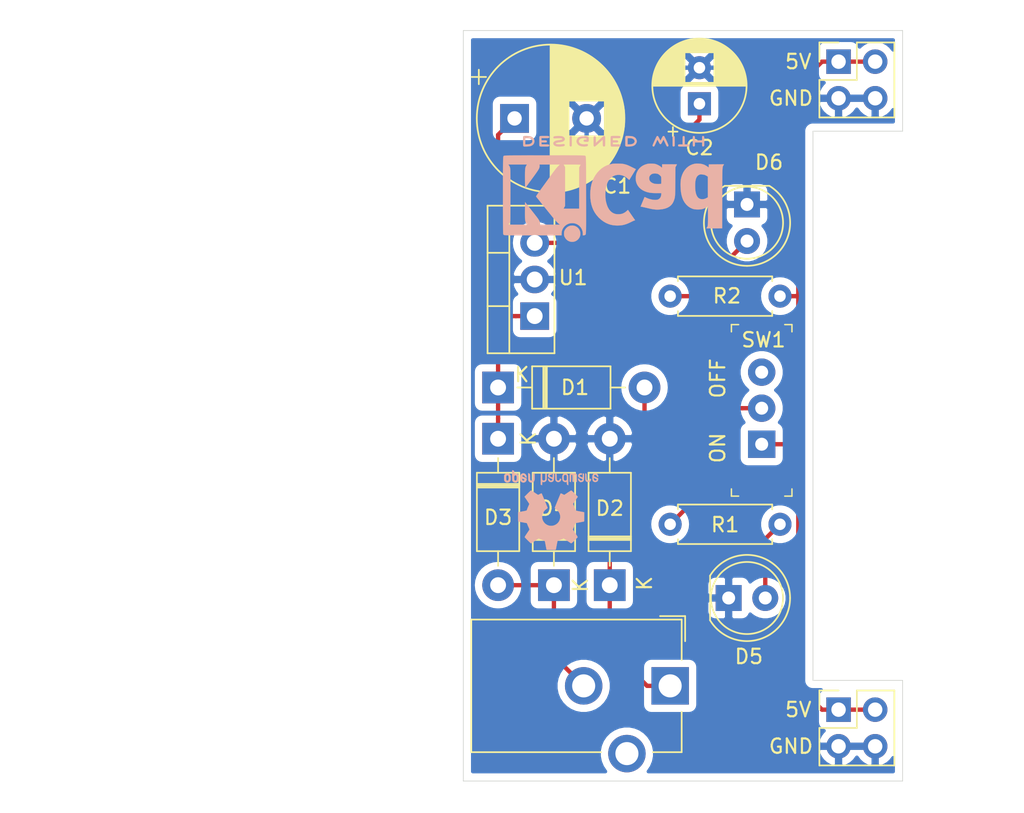
<source format=kicad_pcb>
(kicad_pcb (version 20171130) (host pcbnew "(5.1.4)-1")

  (general
    (thickness 1.6)
    (drawings 39)
    (tracks 96)
    (zones 0)
    (modules 17)
    (nets 11)
  )

  (page A4)
  (title_block
    (title "Breadboard Power Supply")
    (date 2019-12-01)
    (rev v1)
    (comment 1 "Designed by Črtomir Juren")
  )

  (layers
    (0 F.Cu signal)
    (31 B.Cu signal)
    (32 B.Adhes user)
    (33 F.Adhes user)
    (34 B.Paste user)
    (35 F.Paste user)
    (36 B.SilkS user)
    (37 F.SilkS user)
    (38 B.Mask user)
    (39 F.Mask user)
    (40 Dwgs.User user)
    (41 Cmts.User user)
    (42 Eco1.User user)
    (43 Eco2.User user)
    (44 Edge.Cuts user)
    (45 Margin user)
    (46 B.CrtYd user)
    (47 F.CrtYd user)
    (48 B.Fab user)
    (49 F.Fab user hide)
  )

  (setup
    (last_trace_width 0.25)
    (user_trace_width 0.3)
    (trace_clearance 0.2)
    (zone_clearance 0.508)
    (zone_45_only no)
    (trace_min 0.2)
    (via_size 0.8)
    (via_drill 0.4)
    (via_min_size 0.4)
    (via_min_drill 0.3)
    (user_via 1 0.6)
    (uvia_size 0.3)
    (uvia_drill 0.1)
    (uvias_allowed no)
    (uvia_min_size 0.2)
    (uvia_min_drill 0.1)
    (edge_width 0.05)
    (segment_width 0.2)
    (pcb_text_width 0.3)
    (pcb_text_size 1.5 1.5)
    (mod_edge_width 0.12)
    (mod_text_size 1 1)
    (mod_text_width 0.15)
    (pad_size 1.524 1.524)
    (pad_drill 0.762)
    (pad_to_mask_clearance 0.051)
    (solder_mask_min_width 0.25)
    (aux_axis_origin 0 0)
    (visible_elements 7FFFFFFF)
    (pcbplotparams
      (layerselection 0x010fc_ffffffff)
      (usegerberextensions false)
      (usegerberattributes false)
      (usegerberadvancedattributes false)
      (creategerberjobfile false)
      (excludeedgelayer true)
      (linewidth 0.100000)
      (plotframeref false)
      (viasonmask false)
      (mode 1)
      (useauxorigin false)
      (hpglpennumber 1)
      (hpglpenspeed 20)
      (hpglpendiameter 15.000000)
      (psnegative false)
      (psa4output false)
      (plotreference true)
      (plotvalue true)
      (plotinvisibletext false)
      (padsonsilk false)
      (subtractmaskfromsilk false)
      (outputformat 1)
      (mirror false)
      (drillshape 1)
      (scaleselection 1)
      (outputdirectory ""))
  )

  (net 0 "")
  (net 1 /Vin)
  (net 2 /V-)
  (net 3 /Vout1)
  (net 4 "Net-(D1-Pad2)")
  (net 5 "Net-(D3-Pad2)")
  (net 6 "Net-(D5-Pad2)")
  (net 7 "Net-(D6-Pad2)")
  (net 8 "Net-(J1-Pad3)")
  (net 9 /Vout2)
  (net 10 "Net-(SW1-Pad3)")

  (net_class Default "This is the default net class."
    (clearance 0.2)
    (trace_width 0.25)
    (via_dia 0.8)
    (via_drill 0.4)
    (uvia_dia 0.3)
    (uvia_drill 0.1)
  )

  (net_class Power ""
    (clearance 0.3)
    (trace_width 0.3)
    (via_dia 1)
    (via_drill 0.5)
    (uvia_dia 0.3)
    (uvia_drill 0.1)
    (add_net /V-)
    (add_net /Vin)
    (add_net /Vout1)
    (add_net /Vout2)
    (add_net "Net-(D1-Pad2)")
    (add_net "Net-(D3-Pad2)")
    (add_net "Net-(D5-Pad2)")
    (add_net "Net-(D6-Pad2)")
    (add_net "Net-(J1-Pad3)")
    (add_net "Net-(SW1-Pad3)")
  )

  (module Symbol:OSHW-Logo2_7.3x6mm_SilkScreen (layer B.Cu) (tedit 0) (tstamp 5DE74759)
    (at 132.715 101.092)
    (descr "Open Source Hardware Symbol")
    (tags "Logo Symbol OSHW")
    (attr virtual)
    (fp_text reference REF** (at 0 0) (layer F.SilkS) hide
      (effects (font (size 1 1) (thickness 0.15)))
    )
    (fp_text value OSHW-Logo2_7.3x6mm_SilkScreen (at 0.75 0) (layer B.Fab) hide
      (effects (font (size 1 1) (thickness 0.15)) (justify mirror))
    )
    (fp_poly (pts (xy 0.10391 2.757652) (xy 0.182454 2.757222) (xy 0.239298 2.756058) (xy 0.278105 2.753793)
      (xy 0.302538 2.75006) (xy 0.316262 2.744494) (xy 0.32294 2.736727) (xy 0.326236 2.726395)
      (xy 0.326556 2.725057) (xy 0.331562 2.700921) (xy 0.340829 2.653299) (xy 0.353392 2.587259)
      (xy 0.368287 2.507872) (xy 0.384551 2.420204) (xy 0.385119 2.417125) (xy 0.40141 2.331211)
      (xy 0.416652 2.255304) (xy 0.429861 2.193955) (xy 0.440054 2.151718) (xy 0.446248 2.133145)
      (xy 0.446543 2.132816) (xy 0.464788 2.123747) (xy 0.502405 2.108633) (xy 0.551271 2.090738)
      (xy 0.551543 2.090642) (xy 0.613093 2.067507) (xy 0.685657 2.038035) (xy 0.754057 2.008403)
      (xy 0.757294 2.006938) (xy 0.868702 1.956374) (xy 1.115399 2.12484) (xy 1.191077 2.176197)
      (xy 1.259631 2.222111) (xy 1.317088 2.25997) (xy 1.359476 2.287163) (xy 1.382825 2.301079)
      (xy 1.385042 2.302111) (xy 1.40201 2.297516) (xy 1.433701 2.275345) (xy 1.481352 2.234553)
      (xy 1.546198 2.174095) (xy 1.612397 2.109773) (xy 1.676214 2.046388) (xy 1.733329 1.988549)
      (xy 1.780305 1.939825) (xy 1.813703 1.90379) (xy 1.830085 1.884016) (xy 1.830694 1.882998)
      (xy 1.832505 1.869428) (xy 1.825683 1.847267) (xy 1.80854 1.813522) (xy 1.779393 1.7652)
      (xy 1.736555 1.699308) (xy 1.679448 1.614483) (xy 1.628766 1.539823) (xy 1.583461 1.47286)
      (xy 1.54615 1.417484) (xy 1.519452 1.37758) (xy 1.505985 1.357038) (xy 1.505137 1.355644)
      (xy 1.506781 1.335962) (xy 1.519245 1.297707) (xy 1.540048 1.248111) (xy 1.547462 1.232272)
      (xy 1.579814 1.16171) (xy 1.614328 1.081647) (xy 1.642365 1.012371) (xy 1.662568 0.960955)
      (xy 1.678615 0.921881) (xy 1.687888 0.901459) (xy 1.689041 0.899886) (xy 1.706096 0.897279)
      (xy 1.746298 0.890137) (xy 1.804302 0.879477) (xy 1.874763 0.866315) (xy 1.952335 0.851667)
      (xy 2.031672 0.836551) (xy 2.107431 0.821982) (xy 2.174264 0.808978) (xy 2.226828 0.798555)
      (xy 2.259776 0.79173) (xy 2.267857 0.789801) (xy 2.276205 0.785038) (xy 2.282506 0.774282)
      (xy 2.287045 0.753902) (xy 2.290104 0.720266) (xy 2.291967 0.669745) (xy 2.292918 0.598708)
      (xy 2.29324 0.503524) (xy 2.293257 0.464508) (xy 2.293257 0.147201) (xy 2.217057 0.132161)
      (xy 2.174663 0.124005) (xy 2.1114 0.112101) (xy 2.034962 0.097884) (xy 1.953043 0.08279)
      (xy 1.9304 0.078645) (xy 1.854806 0.063947) (xy 1.788953 0.049495) (xy 1.738366 0.036625)
      (xy 1.708574 0.026678) (xy 1.703612 0.023713) (xy 1.691426 0.002717) (xy 1.673953 -0.037967)
      (xy 1.654577 -0.090322) (xy 1.650734 -0.1016) (xy 1.625339 -0.171523) (xy 1.593817 -0.250418)
      (xy 1.562969 -0.321266) (xy 1.562817 -0.321595) (xy 1.511447 -0.432733) (xy 1.680399 -0.681253)
      (xy 1.849352 -0.929772) (xy 1.632429 -1.147058) (xy 1.566819 -1.211726) (xy 1.506979 -1.268733)
      (xy 1.456267 -1.315033) (xy 1.418046 -1.347584) (xy 1.395675 -1.363343) (xy 1.392466 -1.364343)
      (xy 1.373626 -1.356469) (xy 1.33518 -1.334578) (xy 1.28133 -1.301267) (xy 1.216276 -1.259131)
      (xy 1.14594 -1.211943) (xy 1.074555 -1.16381) (xy 1.010908 -1.121928) (xy 0.959041 -1.088871)
      (xy 0.922995 -1.067218) (xy 0.906867 -1.059543) (xy 0.887189 -1.066037) (xy 0.849875 -1.08315)
      (xy 0.802621 -1.107326) (xy 0.797612 -1.110013) (xy 0.733977 -1.141927) (xy 0.690341 -1.157579)
      (xy 0.663202 -1.157745) (xy 0.649057 -1.143204) (xy 0.648975 -1.143) (xy 0.641905 -1.125779)
      (xy 0.625042 -1.084899) (xy 0.599695 -1.023525) (xy 0.567171 -0.944819) (xy 0.528778 -0.851947)
      (xy 0.485822 -0.748072) (xy 0.444222 -0.647502) (xy 0.398504 -0.536516) (xy 0.356526 -0.433703)
      (xy 0.319548 -0.342215) (xy 0.288827 -0.265201) (xy 0.265622 -0.205815) (xy 0.25119 -0.167209)
      (xy 0.246743 -0.1528) (xy 0.257896 -0.136272) (xy 0.287069 -0.10993) (xy 0.325971 -0.080887)
      (xy 0.436757 0.010961) (xy 0.523351 0.116241) (xy 0.584716 0.232734) (xy 0.619815 0.358224)
      (xy 0.627608 0.490493) (xy 0.621943 0.551543) (xy 0.591078 0.678205) (xy 0.53792 0.790059)
      (xy 0.465767 0.885999) (xy 0.377917 0.964924) (xy 0.277665 1.02573) (xy 0.16831 1.067313)
      (xy 0.053147 1.088572) (xy -0.064525 1.088401) (xy -0.18141 1.065699) (xy -0.294211 1.019362)
      (xy -0.399631 0.948287) (xy -0.443632 0.908089) (xy -0.528021 0.804871) (xy -0.586778 0.692075)
      (xy -0.620296 0.57299) (xy -0.628965 0.450905) (xy -0.613177 0.329107) (xy -0.573322 0.210884)
      (xy -0.509793 0.099525) (xy -0.422979 -0.001684) (xy -0.325971 -0.080887) (xy -0.285563 -0.111162)
      (xy -0.257018 -0.137219) (xy -0.246743 -0.152825) (xy -0.252123 -0.169843) (xy -0.267425 -0.2105)
      (xy -0.291388 -0.271642) (xy -0.322756 -0.350119) (xy -0.360268 -0.44278) (xy -0.402667 -0.546472)
      (xy -0.444337 -0.647526) (xy -0.49031 -0.758607) (xy -0.532893 -0.861541) (xy -0.570779 -0.953165)
      (xy -0.60266 -1.030316) (xy -0.627229 -1.089831) (xy -0.64318 -1.128544) (xy -0.64909 -1.143)
      (xy -0.663052 -1.157685) (xy -0.69006 -1.157642) (xy -0.733587 -1.142099) (xy -0.79711 -1.110284)
      (xy -0.797612 -1.110013) (xy -0.84544 -1.085323) (xy -0.884103 -1.067338) (xy -0.905905 -1.059614)
      (xy -0.906867 -1.059543) (xy -0.923279 -1.067378) (xy -0.959513 -1.089165) (xy -1.011526 -1.122328)
      (xy -1.075275 -1.164291) (xy -1.14594 -1.211943) (xy -1.217884 -1.260191) (xy -1.282726 -1.302151)
      (xy -1.336265 -1.335227) (xy -1.374303 -1.356821) (xy -1.392467 -1.364343) (xy -1.409192 -1.354457)
      (xy -1.44282 -1.326826) (xy -1.48999 -1.284495) (xy -1.547342 -1.230505) (xy -1.611516 -1.167899)
      (xy -1.632503 -1.146983) (xy -1.849501 -0.929623) (xy -1.684332 -0.68722) (xy -1.634136 -0.612781)
      (xy -1.590081 -0.545972) (xy -1.554638 -0.490665) (xy -1.530281 -0.450729) (xy -1.519478 -0.430036)
      (xy -1.519162 -0.428563) (xy -1.524857 -0.409058) (xy -1.540174 -0.369822) (xy -1.562463 -0.31743)
      (xy -1.578107 -0.282355) (xy -1.607359 -0.215201) (xy -1.634906 -0.147358) (xy -1.656263 -0.090034)
      (xy -1.662065 -0.072572) (xy -1.678548 -0.025938) (xy -1.69466 0.010095) (xy -1.70351 0.023713)
      (xy -1.72304 0.032048) (xy -1.765666 0.043863) (xy -1.825855 0.057819) (xy -1.898078 0.072578)
      (xy -1.9304 0.078645) (xy -2.012478 0.093727) (xy -2.091205 0.108331) (xy -2.158891 0.12102)
      (xy -2.20784 0.130358) (xy -2.217057 0.132161) (xy -2.293257 0.147201) (xy -2.293257 0.464508)
      (xy -2.293086 0.568846) (xy -2.292384 0.647787) (xy -2.290866 0.704962) (xy -2.288251 0.744001)
      (xy -2.284254 0.768535) (xy -2.278591 0.782195) (xy -2.27098 0.788611) (xy -2.267857 0.789801)
      (xy -2.249022 0.79402) (xy -2.207412 0.802438) (xy -2.14837 0.814039) (xy -2.077243 0.827805)
      (xy -1.999375 0.84272) (xy -1.920113 0.857768) (xy -1.844802 0.871931) (xy -1.778787 0.884194)
      (xy -1.727413 0.893539) (xy -1.696025 0.89895) (xy -1.689041 0.899886) (xy -1.682715 0.912404)
      (xy -1.66871 0.945754) (xy -1.649645 0.993623) (xy -1.642366 1.012371) (xy -1.613004 1.084805)
      (xy -1.578429 1.16483) (xy -1.547463 1.232272) (xy -1.524677 1.283841) (xy -1.509518 1.326215)
      (xy -1.504458 1.352166) (xy -1.505264 1.355644) (xy -1.515959 1.372064) (xy -1.54038 1.408583)
      (xy -1.575905 1.461313) (xy -1.619913 1.526365) (xy -1.669783 1.599849) (xy -1.679644 1.614355)
      (xy -1.737508 1.700296) (xy -1.780044 1.765739) (xy -1.808946 1.813696) (xy -1.82591 1.84718)
      (xy -1.832633 1.869205) (xy -1.83081 1.882783) (xy -1.830764 1.882869) (xy -1.816414 1.900703)
      (xy -1.784677 1.935183) (xy -1.73899 1.982732) (xy -1.682796 2.039778) (xy -1.619532 2.102745)
      (xy -1.612398 2.109773) (xy -1.53267 2.18698) (xy -1.471143 2.24367) (xy -1.426579 2.28089)
      (xy -1.397743 2.299685) (xy -1.385042 2.302111) (xy -1.366506 2.291529) (xy -1.328039 2.267084)
      (xy -1.273614 2.231388) (xy -1.207202 2.187053) (xy -1.132775 2.136689) (xy -1.115399 2.12484)
      (xy -0.868703 1.956374) (xy -0.757294 2.006938) (xy -0.689543 2.036405) (xy -0.616817 2.066041)
      (xy -0.554297 2.08967) (xy -0.551543 2.090642) (xy -0.50264 2.108543) (xy -0.464943 2.12368)
      (xy -0.446575 2.13279) (xy -0.446544 2.132816) (xy -0.440715 2.149283) (xy -0.430808 2.189781)
      (xy -0.417805 2.249758) (xy -0.402691 2.32466) (xy -0.386448 2.409936) (xy -0.385119 2.417125)
      (xy -0.368825 2.504986) (xy -0.353867 2.58474) (xy -0.341209 2.651319) (xy -0.331814 2.699653)
      (xy -0.326646 2.724675) (xy -0.326556 2.725057) (xy -0.323411 2.735701) (xy -0.317296 2.743738)
      (xy -0.304547 2.749533) (xy -0.2815 2.753453) (xy -0.244491 2.755865) (xy -0.189856 2.757135)
      (xy -0.113933 2.757629) (xy -0.013056 2.757714) (xy 0 2.757714) (xy 0.10391 2.757652)) (layer B.SilkS) (width 0.01))
    (fp_poly (pts (xy 3.153595 -1.966966) (xy 3.211021 -2.004497) (xy 3.238719 -2.038096) (xy 3.260662 -2.099064)
      (xy 3.262405 -2.147308) (xy 3.258457 -2.211816) (xy 3.109686 -2.276934) (xy 3.037349 -2.310202)
      (xy 2.990084 -2.336964) (xy 2.965507 -2.360144) (xy 2.961237 -2.382667) (xy 2.974889 -2.407455)
      (xy 2.989943 -2.423886) (xy 3.033746 -2.450235) (xy 3.081389 -2.452081) (xy 3.125145 -2.431546)
      (xy 3.157289 -2.390752) (xy 3.163038 -2.376347) (xy 3.190576 -2.331356) (xy 3.222258 -2.312182)
      (xy 3.265714 -2.295779) (xy 3.265714 -2.357966) (xy 3.261872 -2.400283) (xy 3.246823 -2.435969)
      (xy 3.21528 -2.476943) (xy 3.210592 -2.482267) (xy 3.175506 -2.51872) (xy 3.145347 -2.538283)
      (xy 3.107615 -2.547283) (xy 3.076335 -2.55023) (xy 3.020385 -2.550965) (xy 2.980555 -2.54166)
      (xy 2.955708 -2.527846) (xy 2.916656 -2.497467) (xy 2.889625 -2.464613) (xy 2.872517 -2.423294)
      (xy 2.863238 -2.367521) (xy 2.859693 -2.291305) (xy 2.85941 -2.252622) (xy 2.860372 -2.206247)
      (xy 2.948007 -2.206247) (xy 2.949023 -2.231126) (xy 2.951556 -2.2352) (xy 2.968274 -2.229665)
      (xy 3.004249 -2.215017) (xy 3.052331 -2.19419) (xy 3.062386 -2.189714) (xy 3.123152 -2.158814)
      (xy 3.156632 -2.131657) (xy 3.16399 -2.10622) (xy 3.146391 -2.080481) (xy 3.131856 -2.069109)
      (xy 3.07941 -2.046364) (xy 3.030322 -2.050122) (xy 2.989227 -2.077884) (xy 2.960758 -2.127152)
      (xy 2.951631 -2.166257) (xy 2.948007 -2.206247) (xy 2.860372 -2.206247) (xy 2.861285 -2.162249)
      (xy 2.868196 -2.095384) (xy 2.881884 -2.046695) (xy 2.904096 -2.010849) (xy 2.936574 -1.982513)
      (xy 2.950733 -1.973355) (xy 3.015053 -1.949507) (xy 3.085473 -1.948006) (xy 3.153595 -1.966966)) (layer B.SilkS) (width 0.01))
    (fp_poly (pts (xy 2.6526 -1.958752) (xy 2.669948 -1.966334) (xy 2.711356 -1.999128) (xy 2.746765 -2.046547)
      (xy 2.768664 -2.097151) (xy 2.772229 -2.122098) (xy 2.760279 -2.156927) (xy 2.734067 -2.175357)
      (xy 2.705964 -2.186516) (xy 2.693095 -2.188572) (xy 2.686829 -2.173649) (xy 2.674456 -2.141175)
      (xy 2.669028 -2.126502) (xy 2.63859 -2.075744) (xy 2.59452 -2.050427) (xy 2.53801 -2.051206)
      (xy 2.533825 -2.052203) (xy 2.503655 -2.066507) (xy 2.481476 -2.094393) (xy 2.466327 -2.139287)
      (xy 2.45725 -2.204615) (xy 2.453286 -2.293804) (xy 2.452914 -2.341261) (xy 2.45273 -2.416071)
      (xy 2.451522 -2.467069) (xy 2.448309 -2.499471) (xy 2.442109 -2.518495) (xy 2.43194 -2.529356)
      (xy 2.416819 -2.537272) (xy 2.415946 -2.53767) (xy 2.386828 -2.549981) (xy 2.372403 -2.554514)
      (xy 2.370186 -2.540809) (xy 2.368289 -2.502925) (xy 2.366847 -2.445715) (xy 2.365998 -2.374027)
      (xy 2.365829 -2.321565) (xy 2.366692 -2.220047) (xy 2.37007 -2.143032) (xy 2.377142 -2.086023)
      (xy 2.389088 -2.044526) (xy 2.40709 -2.014043) (xy 2.432327 -1.99008) (xy 2.457247 -1.973355)
      (xy 2.517171 -1.951097) (xy 2.586911 -1.946076) (xy 2.6526 -1.958752)) (layer B.SilkS) (width 0.01))
    (fp_poly (pts (xy 2.144876 -1.956335) (xy 2.186667 -1.975344) (xy 2.219469 -1.998378) (xy 2.243503 -2.024133)
      (xy 2.260097 -2.057358) (xy 2.270577 -2.1028) (xy 2.276271 -2.165207) (xy 2.278507 -2.249327)
      (xy 2.278743 -2.304721) (xy 2.278743 -2.520826) (xy 2.241774 -2.53767) (xy 2.212656 -2.549981)
      (xy 2.198231 -2.554514) (xy 2.195472 -2.541025) (xy 2.193282 -2.504653) (xy 2.191942 -2.451542)
      (xy 2.191657 -2.409372) (xy 2.190434 -2.348447) (xy 2.187136 -2.300115) (xy 2.182321 -2.270518)
      (xy 2.178496 -2.264229) (xy 2.152783 -2.270652) (xy 2.112418 -2.287125) (xy 2.065679 -2.309458)
      (xy 2.020845 -2.333457) (xy 1.986193 -2.35493) (xy 1.970002 -2.369685) (xy 1.969938 -2.369845)
      (xy 1.97133 -2.397152) (xy 1.983818 -2.423219) (xy 2.005743 -2.444392) (xy 2.037743 -2.451474)
      (xy 2.065092 -2.450649) (xy 2.103826 -2.450042) (xy 2.124158 -2.459116) (xy 2.136369 -2.483092)
      (xy 2.137909 -2.487613) (xy 2.143203 -2.521806) (xy 2.129047 -2.542568) (xy 2.092148 -2.552462)
      (xy 2.052289 -2.554292) (xy 1.980562 -2.540727) (xy 1.943432 -2.521355) (xy 1.897576 -2.475845)
      (xy 1.873256 -2.419983) (xy 1.871073 -2.360957) (xy 1.891629 -2.305953) (xy 1.922549 -2.271486)
      (xy 1.95342 -2.252189) (xy 2.001942 -2.227759) (xy 2.058485 -2.202985) (xy 2.06791 -2.199199)
      (xy 2.130019 -2.171791) (xy 2.165822 -2.147634) (xy 2.177337 -2.123619) (xy 2.16658 -2.096635)
      (xy 2.148114 -2.075543) (xy 2.104469 -2.049572) (xy 2.056446 -2.047624) (xy 2.012406 -2.067637)
      (xy 1.980709 -2.107551) (xy 1.976549 -2.117848) (xy 1.952327 -2.155724) (xy 1.916965 -2.183842)
      (xy 1.872343 -2.206917) (xy 1.872343 -2.141485) (xy 1.874969 -2.101506) (xy 1.88623 -2.069997)
      (xy 1.911199 -2.036378) (xy 1.935169 -2.010484) (xy 1.972441 -1.973817) (xy 2.001401 -1.954121)
      (xy 2.032505 -1.94622) (xy 2.067713 -1.944914) (xy 2.144876 -1.956335)) (layer B.SilkS) (width 0.01))
    (fp_poly (pts (xy 1.779833 -1.958663) (xy 1.782048 -1.99685) (xy 1.783784 -2.054886) (xy 1.784899 -2.12818)
      (xy 1.785257 -2.205055) (xy 1.785257 -2.465196) (xy 1.739326 -2.511127) (xy 1.707675 -2.539429)
      (xy 1.67989 -2.550893) (xy 1.641915 -2.550168) (xy 1.62684 -2.548321) (xy 1.579726 -2.542948)
      (xy 1.540756 -2.539869) (xy 1.531257 -2.539585) (xy 1.499233 -2.541445) (xy 1.453432 -2.546114)
      (xy 1.435674 -2.548321) (xy 1.392057 -2.551735) (xy 1.362745 -2.54432) (xy 1.33368 -2.521427)
      (xy 1.323188 -2.511127) (xy 1.277257 -2.465196) (xy 1.277257 -1.978602) (xy 1.314226 -1.961758)
      (xy 1.346059 -1.949282) (xy 1.364683 -1.944914) (xy 1.369458 -1.958718) (xy 1.373921 -1.997286)
      (xy 1.377775 -2.056356) (xy 1.380722 -2.131663) (xy 1.382143 -2.195286) (xy 1.386114 -2.445657)
      (xy 1.420759 -2.450556) (xy 1.452268 -2.447131) (xy 1.467708 -2.436041) (xy 1.472023 -2.415308)
      (xy 1.475708 -2.371145) (xy 1.478469 -2.309146) (xy 1.480012 -2.234909) (xy 1.480235 -2.196706)
      (xy 1.480457 -1.976783) (xy 1.526166 -1.960849) (xy 1.558518 -1.950015) (xy 1.576115 -1.944962)
      (xy 1.576623 -1.944914) (xy 1.578388 -1.958648) (xy 1.580329 -1.99673) (xy 1.582282 -2.054482)
      (xy 1.584084 -2.127227) (xy 1.585343 -2.195286) (xy 1.589314 -2.445657) (xy 1.6764 -2.445657)
      (xy 1.680396 -2.21724) (xy 1.684392 -1.988822) (xy 1.726847 -1.966868) (xy 1.758192 -1.951793)
      (xy 1.776744 -1.944951) (xy 1.777279 -1.944914) (xy 1.779833 -1.958663)) (layer B.SilkS) (width 0.01))
    (fp_poly (pts (xy 1.190117 -2.065358) (xy 1.189933 -2.173837) (xy 1.189219 -2.257287) (xy 1.187675 -2.319704)
      (xy 1.185001 -2.365085) (xy 1.180894 -2.397429) (xy 1.175055 -2.420733) (xy 1.167182 -2.438995)
      (xy 1.161221 -2.449418) (xy 1.111855 -2.505945) (xy 1.049264 -2.541377) (xy 0.980013 -2.55409)
      (xy 0.910668 -2.542463) (xy 0.869375 -2.521568) (xy 0.826025 -2.485422) (xy 0.796481 -2.441276)
      (xy 0.778655 -2.383462) (xy 0.770463 -2.306313) (xy 0.769302 -2.249714) (xy 0.769458 -2.245647)
      (xy 0.870857 -2.245647) (xy 0.871476 -2.31055) (xy 0.874314 -2.353514) (xy 0.88084 -2.381622)
      (xy 0.892523 -2.401953) (xy 0.906483 -2.417288) (xy 0.953365 -2.44689) (xy 1.003701 -2.449419)
      (xy 1.051276 -2.424705) (xy 1.054979 -2.421356) (xy 1.070783 -2.403935) (xy 1.080693 -2.383209)
      (xy 1.086058 -2.352362) (xy 1.088228 -2.304577) (xy 1.088571 -2.251748) (xy 1.087827 -2.185381)
      (xy 1.084748 -2.141106) (xy 1.078061 -2.112009) (xy 1.066496 -2.091173) (xy 1.057013 -2.080107)
      (xy 1.01296 -2.052198) (xy 0.962224 -2.048843) (xy 0.913796 -2.070159) (xy 0.90445 -2.078073)
      (xy 0.88854 -2.095647) (xy 0.87861 -2.116587) (xy 0.873278 -2.147782) (xy 0.871163 -2.196122)
      (xy 0.870857 -2.245647) (xy 0.769458 -2.245647) (xy 0.77281 -2.158568) (xy 0.784726 -2.090086)
      (xy 0.807135 -2.0386) (xy 0.842124 -1.998443) (xy 0.869375 -1.977861) (xy 0.918907 -1.955625)
      (xy 0.976316 -1.945304) (xy 1.029682 -1.948067) (xy 1.059543 -1.959212) (xy 1.071261 -1.962383)
      (xy 1.079037 -1.950557) (xy 1.084465 -1.918866) (xy 1.088571 -1.870593) (xy 1.093067 -1.816829)
      (xy 1.099313 -1.784482) (xy 1.110676 -1.765985) (xy 1.130528 -1.75377) (xy 1.143 -1.748362)
      (xy 1.190171 -1.728601) (xy 1.190117 -2.065358)) (layer B.SilkS) (width 0.01))
    (fp_poly (pts (xy 0.529926 -1.949755) (xy 0.595858 -1.974084) (xy 0.649273 -2.017117) (xy 0.670164 -2.047409)
      (xy 0.692939 -2.102994) (xy 0.692466 -2.143186) (xy 0.668562 -2.170217) (xy 0.659717 -2.174813)
      (xy 0.62153 -2.189144) (xy 0.602028 -2.185472) (xy 0.595422 -2.161407) (xy 0.595086 -2.148114)
      (xy 0.582992 -2.09921) (xy 0.551471 -2.064999) (xy 0.507659 -2.048476) (xy 0.458695 -2.052634)
      (xy 0.418894 -2.074227) (xy 0.40545 -2.086544) (xy 0.395921 -2.101487) (xy 0.389485 -2.124075)
      (xy 0.385317 -2.159328) (xy 0.382597 -2.212266) (xy 0.380502 -2.287907) (xy 0.37996 -2.311857)
      (xy 0.377981 -2.39379) (xy 0.375731 -2.451455) (xy 0.372357 -2.489608) (xy 0.367006 -2.513004)
      (xy 0.358824 -2.526398) (xy 0.346959 -2.534545) (xy 0.339362 -2.538144) (xy 0.307102 -2.550452)
      (xy 0.288111 -2.554514) (xy 0.281836 -2.540948) (xy 0.278006 -2.499934) (xy 0.2766 -2.430999)
      (xy 0.277598 -2.333669) (xy 0.277908 -2.318657) (xy 0.280101 -2.229859) (xy 0.282693 -2.165019)
      (xy 0.286382 -2.119067) (xy 0.291864 -2.086935) (xy 0.299835 -2.063553) (xy 0.310993 -2.043852)
      (xy 0.31683 -2.03541) (xy 0.350296 -1.998057) (xy 0.387727 -1.969003) (xy 0.392309 -1.966467)
      (xy 0.459426 -1.946443) (xy 0.529926 -1.949755)) (layer B.SilkS) (width 0.01))
    (fp_poly (pts (xy 0.039744 -1.950968) (xy 0.096616 -1.972087) (xy 0.097267 -1.972493) (xy 0.13244 -1.99838)
      (xy 0.158407 -2.028633) (xy 0.17667 -2.068058) (xy 0.188732 -2.121462) (xy 0.196096 -2.193651)
      (xy 0.200264 -2.289432) (xy 0.200629 -2.303078) (xy 0.205876 -2.508842) (xy 0.161716 -2.531678)
      (xy 0.129763 -2.54711) (xy 0.11047 -2.554423) (xy 0.109578 -2.554514) (xy 0.106239 -2.541022)
      (xy 0.103587 -2.504626) (xy 0.101956 -2.451452) (xy 0.1016 -2.408393) (xy 0.101592 -2.338641)
      (xy 0.098403 -2.294837) (xy 0.087288 -2.273944) (xy 0.063501 -2.272925) (xy 0.022296 -2.288741)
      (xy -0.039914 -2.317815) (xy -0.085659 -2.341963) (xy -0.109187 -2.362913) (xy -0.116104 -2.385747)
      (xy -0.116114 -2.386877) (xy -0.104701 -2.426212) (xy -0.070908 -2.447462) (xy -0.019191 -2.450539)
      (xy 0.018061 -2.450006) (xy 0.037703 -2.460735) (xy 0.049952 -2.486505) (xy 0.057002 -2.519337)
      (xy 0.046842 -2.537966) (xy 0.043017 -2.540632) (xy 0.007001 -2.55134) (xy -0.043434 -2.552856)
      (xy -0.095374 -2.545759) (xy -0.132178 -2.532788) (xy -0.183062 -2.489585) (xy -0.211986 -2.429446)
      (xy -0.217714 -2.382462) (xy -0.213343 -2.340082) (xy -0.197525 -2.305488) (xy -0.166203 -2.274763)
      (xy -0.115322 -2.24399) (xy -0.040824 -2.209252) (xy -0.036286 -2.207288) (xy 0.030821 -2.176287)
      (xy 0.072232 -2.150862) (xy 0.089981 -2.128014) (xy 0.086107 -2.104745) (xy 0.062643 -2.078056)
      (xy 0.055627 -2.071914) (xy 0.00863 -2.0481) (xy -0.040067 -2.049103) (xy -0.082478 -2.072451)
      (xy -0.110616 -2.115675) (xy -0.113231 -2.12416) (xy -0.138692 -2.165308) (xy -0.170999 -2.185128)
      (xy -0.217714 -2.20477) (xy -0.217714 -2.15395) (xy -0.203504 -2.080082) (xy -0.161325 -2.012327)
      (xy -0.139376 -1.989661) (xy -0.089483 -1.960569) (xy -0.026033 -1.9474) (xy 0.039744 -1.950968)) (layer B.SilkS) (width 0.01))
    (fp_poly (pts (xy -0.624114 -1.851289) (xy -0.619861 -1.910613) (xy -0.614975 -1.945572) (xy -0.608205 -1.96082)
      (xy -0.598298 -1.961015) (xy -0.595086 -1.959195) (xy -0.552356 -1.946015) (xy -0.496773 -1.946785)
      (xy -0.440263 -1.960333) (xy -0.404918 -1.977861) (xy -0.368679 -2.005861) (xy -0.342187 -2.037549)
      (xy -0.324001 -2.077813) (xy -0.312678 -2.131543) (xy -0.306778 -2.203626) (xy -0.304857 -2.298951)
      (xy -0.304823 -2.317237) (xy -0.3048 -2.522646) (xy -0.350509 -2.53858) (xy -0.382973 -2.54942)
      (xy -0.400785 -2.554468) (xy -0.401309 -2.554514) (xy -0.403063 -2.540828) (xy -0.404556 -2.503076)
      (xy -0.405674 -2.446224) (xy -0.406303 -2.375234) (xy -0.4064 -2.332073) (xy -0.406602 -2.246973)
      (xy -0.407642 -2.185981) (xy -0.410169 -2.144177) (xy -0.414836 -2.116642) (xy -0.422293 -2.098456)
      (xy -0.433189 -2.084698) (xy -0.439993 -2.078073) (xy -0.486728 -2.051375) (xy -0.537728 -2.049375)
      (xy -0.583999 -2.071955) (xy -0.592556 -2.080107) (xy -0.605107 -2.095436) (xy -0.613812 -2.113618)
      (xy -0.619369 -2.139909) (xy -0.622474 -2.179562) (xy -0.623824 -2.237832) (xy -0.624114 -2.318173)
      (xy -0.624114 -2.522646) (xy -0.669823 -2.53858) (xy -0.702287 -2.54942) (xy -0.720099 -2.554468)
      (xy -0.720623 -2.554514) (xy -0.721963 -2.540623) (xy -0.723172 -2.501439) (xy -0.724199 -2.4407)
      (xy -0.724998 -2.362141) (xy -0.725519 -2.269498) (xy -0.725714 -2.166509) (xy -0.725714 -1.769342)
      (xy -0.678543 -1.749444) (xy -0.631371 -1.729547) (xy -0.624114 -1.851289)) (layer B.SilkS) (width 0.01))
    (fp_poly (pts (xy -1.831697 -1.931239) (xy -1.774473 -1.969735) (xy -1.730251 -2.025335) (xy -1.703833 -2.096086)
      (xy -1.69849 -2.148162) (xy -1.699097 -2.169893) (xy -1.704178 -2.186531) (xy -1.718145 -2.201437)
      (xy -1.745411 -2.217973) (xy -1.790388 -2.239498) (xy -1.857489 -2.269374) (xy -1.857829 -2.269524)
      (xy -1.919593 -2.297813) (xy -1.970241 -2.322933) (xy -2.004596 -2.342179) (xy -2.017482 -2.352848)
      (xy -2.017486 -2.352934) (xy -2.006128 -2.376166) (xy -1.979569 -2.401774) (xy -1.949077 -2.420221)
      (xy -1.93363 -2.423886) (xy -1.891485 -2.411212) (xy -1.855192 -2.379471) (xy -1.837483 -2.344572)
      (xy -1.820448 -2.318845) (xy -1.787078 -2.289546) (xy -1.747851 -2.264235) (xy -1.713244 -2.250471)
      (xy -1.706007 -2.249714) (xy -1.697861 -2.26216) (xy -1.69737 -2.293972) (xy -1.703357 -2.336866)
      (xy -1.714643 -2.382558) (xy -1.73005 -2.422761) (xy -1.730829 -2.424322) (xy -1.777196 -2.489062)
      (xy -1.837289 -2.533097) (xy -1.905535 -2.554711) (xy -1.976362 -2.552185) (xy -2.044196 -2.523804)
      (xy -2.047212 -2.521808) (xy -2.100573 -2.473448) (xy -2.13566 -2.410352) (xy -2.155078 -2.327387)
      (xy -2.157684 -2.304078) (xy -2.162299 -2.194055) (xy -2.156767 -2.142748) (xy -2.017486 -2.142748)
      (xy -2.015676 -2.174753) (xy -2.005778 -2.184093) (xy -1.981102 -2.177105) (xy -1.942205 -2.160587)
      (xy -1.898725 -2.139881) (xy -1.897644 -2.139333) (xy -1.860791 -2.119949) (xy -1.846 -2.107013)
      (xy -1.849647 -2.093451) (xy -1.865005 -2.075632) (xy -1.904077 -2.049845) (xy -1.946154 -2.04795)
      (xy -1.983897 -2.066717) (xy -2.009966 -2.102915) (xy -2.017486 -2.142748) (xy -2.156767 -2.142748)
      (xy -2.152806 -2.106027) (xy -2.12845 -2.036212) (xy -2.094544 -1.987302) (xy -2.033347 -1.937878)
      (xy -1.965937 -1.913359) (xy -1.89712 -1.911797) (xy -1.831697 -1.931239)) (layer B.SilkS) (width 0.01))
    (fp_poly (pts (xy -2.958885 -1.921962) (xy -2.890855 -1.957733) (xy -2.840649 -2.015301) (xy -2.822815 -2.052312)
      (xy -2.808937 -2.107882) (xy -2.801833 -2.178096) (xy -2.80116 -2.254727) (xy -2.806573 -2.329552)
      (xy -2.81773 -2.394342) (xy -2.834286 -2.440873) (xy -2.839374 -2.448887) (xy -2.899645 -2.508707)
      (xy -2.971231 -2.544535) (xy -3.048908 -2.55502) (xy -3.127452 -2.53881) (xy -3.149311 -2.529092)
      (xy -3.191878 -2.499143) (xy -3.229237 -2.459433) (xy -3.232768 -2.454397) (xy -3.247119 -2.430124)
      (xy -3.256606 -2.404178) (xy -3.26221 -2.370022) (xy -3.264914 -2.321119) (xy -3.265701 -2.250935)
      (xy -3.265714 -2.2352) (xy -3.265678 -2.230192) (xy -3.120571 -2.230192) (xy -3.119727 -2.29643)
      (xy -3.116404 -2.340386) (xy -3.109417 -2.368779) (xy -3.097584 -2.388325) (xy -3.091543 -2.394857)
      (xy -3.056814 -2.41968) (xy -3.023097 -2.418548) (xy -2.989005 -2.397016) (xy -2.968671 -2.374029)
      (xy -2.956629 -2.340478) (xy -2.949866 -2.287569) (xy -2.949402 -2.281399) (xy -2.948248 -2.185513)
      (xy -2.960312 -2.114299) (xy -2.98543 -2.068194) (xy -3.02344 -2.047635) (xy -3.037008 -2.046514)
      (xy -3.072636 -2.052152) (xy -3.097006 -2.071686) (xy -3.111907 -2.109042) (xy -3.119125 -2.16815)
      (xy -3.120571 -2.230192) (xy -3.265678 -2.230192) (xy -3.265174 -2.160413) (xy -3.262904 -2.108159)
      (xy -3.257932 -2.071949) (xy -3.249287 -2.045299) (xy -3.235995 -2.021722) (xy -3.233057 -2.017338)
      (xy -3.183687 -1.958249) (xy -3.129891 -1.923947) (xy -3.064398 -1.910331) (xy -3.042158 -1.909665)
      (xy -2.958885 -1.921962)) (layer B.SilkS) (width 0.01))
    (fp_poly (pts (xy -1.283907 -1.92778) (xy -1.237328 -1.954723) (xy -1.204943 -1.981466) (xy -1.181258 -2.009484)
      (xy -1.164941 -2.043748) (xy -1.154661 -2.089227) (xy -1.149086 -2.150892) (xy -1.146884 -2.233711)
      (xy -1.146629 -2.293246) (xy -1.146629 -2.512391) (xy -1.208314 -2.540044) (xy -1.27 -2.567697)
      (xy -1.277257 -2.32767) (xy -1.280256 -2.238028) (xy -1.283402 -2.172962) (xy -1.287299 -2.128026)
      (xy -1.292553 -2.09877) (xy -1.299769 -2.080748) (xy -1.30955 -2.069511) (xy -1.312688 -2.067079)
      (xy -1.360239 -2.048083) (xy -1.408303 -2.0556) (xy -1.436914 -2.075543) (xy -1.448553 -2.089675)
      (xy -1.456609 -2.10822) (xy -1.461729 -2.136334) (xy -1.464559 -2.179173) (xy -1.465744 -2.241895)
      (xy -1.465943 -2.307261) (xy -1.465982 -2.389268) (xy -1.467386 -2.447316) (xy -1.472086 -2.486465)
      (xy -1.482013 -2.51178) (xy -1.499097 -2.528323) (xy -1.525268 -2.541156) (xy -1.560225 -2.554491)
      (xy -1.598404 -2.569007) (xy -1.593859 -2.311389) (xy -1.592029 -2.218519) (xy -1.589888 -2.149889)
      (xy -1.586819 -2.100711) (xy -1.582206 -2.066198) (xy -1.575432 -2.041562) (xy -1.565881 -2.022016)
      (xy -1.554366 -2.00477) (xy -1.49881 -1.94968) (xy -1.43102 -1.917822) (xy -1.357287 -1.910191)
      (xy -1.283907 -1.92778)) (layer B.SilkS) (width 0.01))
    (fp_poly (pts (xy -2.400256 -1.919918) (xy -2.344799 -1.947568) (xy -2.295852 -1.99848) (xy -2.282371 -2.017338)
      (xy -2.267686 -2.042015) (xy -2.258158 -2.068816) (xy -2.252707 -2.104587) (xy -2.250253 -2.156169)
      (xy -2.249714 -2.224267) (xy -2.252148 -2.317588) (xy -2.260606 -2.387657) (xy -2.276826 -2.439931)
      (xy -2.302546 -2.479869) (xy -2.339503 -2.512929) (xy -2.342218 -2.514886) (xy -2.37864 -2.534908)
      (xy -2.422498 -2.544815) (xy -2.478276 -2.547257) (xy -2.568952 -2.547257) (xy -2.56899 -2.635283)
      (xy -2.569834 -2.684308) (xy -2.574976 -2.713065) (xy -2.588413 -2.730311) (xy -2.614142 -2.744808)
      (xy -2.620321 -2.747769) (xy -2.649236 -2.761648) (xy -2.671624 -2.770414) (xy -2.688271 -2.771171)
      (xy -2.699964 -2.761023) (xy -2.70749 -2.737073) (xy -2.711634 -2.696426) (xy -2.713185 -2.636186)
      (xy -2.712929 -2.553455) (xy -2.711651 -2.445339) (xy -2.711252 -2.413) (xy -2.709815 -2.301524)
      (xy -2.708528 -2.228603) (xy -2.569029 -2.228603) (xy -2.568245 -2.290499) (xy -2.56476 -2.330997)
      (xy -2.556876 -2.357708) (xy -2.542895 -2.378244) (xy -2.533403 -2.38826) (xy -2.494596 -2.417567)
      (xy -2.460237 -2.419952) (xy -2.424784 -2.39575) (xy -2.423886 -2.394857) (xy -2.409461 -2.376153)
      (xy -2.400687 -2.350732) (xy -2.396261 -2.311584) (xy -2.394882 -2.251697) (xy -2.394857 -2.23843)
      (xy -2.398188 -2.155901) (xy -2.409031 -2.098691) (xy -2.42866 -2.063766) (xy -2.45835 -2.048094)
      (xy -2.475509 -2.046514) (xy -2.516234 -2.053926) (xy -2.544168 -2.07833) (xy -2.560983 -2.12298)
      (xy -2.56835 -2.19113) (xy -2.569029 -2.228603) (xy -2.708528 -2.228603) (xy -2.708292 -2.215245)
      (xy -2.706323 -2.150333) (xy -2.70355 -2.102958) (xy -2.699612 -2.06929) (xy -2.694151 -2.045498)
      (xy -2.686808 -2.027753) (xy -2.677223 -2.012224) (xy -2.673113 -2.006381) (xy -2.618595 -1.951185)
      (xy -2.549664 -1.91989) (xy -2.469928 -1.911165) (xy -2.400256 -1.919918)) (layer B.SilkS) (width 0.01))
  )

  (module Symbol:KiCad-Logo2_6mm_SilkScreen (layer B.Cu) (tedit 0) (tstamp 5DE74278)
    (at 137.033 79.502)
    (descr "KiCad Logo")
    (tags "Logo KiCad")
    (attr virtual)
    (fp_text reference REF** (at 0 5.08) (layer F.SilkS) hide
      (effects (font (size 1 1) (thickness 0.15)))
    )
    (fp_text value KiCad-Logo2_6mm_SilkScreen (at 0 -6.35) (layer B.Fab) hide
      (effects (font (size 1 1) (thickness 0.15)) (justify mirror))
    )
    (fp_poly (pts (xy -6.109663 -3.635258) (xy -6.070181 -3.635659) (xy -5.954492 -3.638451) (xy -5.857603 -3.646742)
      (xy -5.776211 -3.661424) (xy -5.707015 -3.683385) (xy -5.646712 -3.713514) (xy -5.592 -3.752702)
      (xy -5.572459 -3.769724) (xy -5.540042 -3.809555) (xy -5.510812 -3.863605) (xy -5.488283 -3.923515)
      (xy -5.475971 -3.980931) (xy -5.474692 -4.002148) (xy -5.482709 -4.060961) (xy -5.504191 -4.125205)
      (xy -5.535291 -4.186013) (xy -5.572158 -4.234522) (xy -5.578146 -4.240374) (xy -5.628871 -4.281513)
      (xy -5.684417 -4.313627) (xy -5.747988 -4.337557) (xy -5.822786 -4.354145) (xy -5.912014 -4.364233)
      (xy -6.018874 -4.368661) (xy -6.06782 -4.369037) (xy -6.130054 -4.368737) (xy -6.17382 -4.367484)
      (xy -6.203223 -4.364746) (xy -6.222371 -4.359993) (xy -6.235369 -4.352693) (xy -6.242337 -4.346459)
      (xy -6.248918 -4.338886) (xy -6.25408 -4.329116) (xy -6.257995 -4.314532) (xy -6.260835 -4.292518)
      (xy -6.262772 -4.260456) (xy -6.263976 -4.215728) (xy -6.26462 -4.155718) (xy -6.264875 -4.077809)
      (xy -6.264914 -4.002148) (xy -6.265162 -3.901233) (xy -6.265109 -3.820619) (xy -6.264149 -3.782014)
      (xy -6.118159 -3.782014) (xy -6.118159 -4.222281) (xy -6.025026 -4.222196) (xy -5.968985 -4.220588)
      (xy -5.910291 -4.216448) (xy -5.86132 -4.210656) (xy -5.85983 -4.210418) (xy -5.780684 -4.191282)
      (xy -5.719294 -4.161479) (xy -5.672597 -4.11907) (xy -5.642927 -4.073153) (xy -5.624645 -4.022218)
      (xy -5.626063 -3.974392) (xy -5.64728 -3.923125) (xy -5.688781 -3.870091) (xy -5.74629 -3.830792)
      (xy -5.821042 -3.804523) (xy -5.871 -3.795227) (xy -5.927708 -3.788699) (xy -5.987811 -3.783974)
      (xy -6.038931 -3.782009) (xy -6.041959 -3.782) (xy -6.118159 -3.782014) (xy -6.264149 -3.782014)
      (xy -6.263552 -3.758043) (xy -6.25929 -3.711247) (xy -6.251122 -3.67797) (xy -6.237848 -3.655951)
      (xy -6.218266 -3.642931) (xy -6.191175 -3.636649) (xy -6.155374 -3.634845) (xy -6.109663 -3.635258)) (layer B.SilkS) (width 0.01))
    (fp_poly (pts (xy -4.701086 -3.635338) (xy -4.631678 -3.63571) (xy -4.579289 -3.636577) (xy -4.541139 -3.638138)
      (xy -4.514451 -3.640595) (xy -4.496445 -3.644149) (xy -4.484341 -3.649002) (xy -4.475361 -3.655353)
      (xy -4.47211 -3.658276) (xy -4.452335 -3.689334) (xy -4.448774 -3.72502) (xy -4.461783 -3.756702)
      (xy -4.467798 -3.763105) (xy -4.477527 -3.769313) (xy -4.493193 -3.774102) (xy -4.5177 -3.777706)
      (xy -4.553953 -3.780356) (xy -4.604857 -3.782287) (xy -4.673318 -3.783731) (xy -4.735909 -3.78461)
      (xy -4.983626 -3.787659) (xy -4.987011 -3.85257) (xy -4.990397 -3.917481) (xy -4.82225 -3.917481)
      (xy -4.749251 -3.918111) (xy -4.695809 -3.920745) (xy -4.65892 -3.926501) (xy -4.63558 -3.936496)
      (xy -4.622786 -3.951848) (xy -4.617534 -3.973674) (xy -4.616737 -3.99393) (xy -4.619215 -4.018784)
      (xy -4.628569 -4.037098) (xy -4.647675 -4.049829) (xy -4.67941 -4.057933) (xy -4.726651 -4.062368)
      (xy -4.792275 -4.064091) (xy -4.828093 -4.064237) (xy -4.98927 -4.064237) (xy -4.98927 -4.222281)
      (xy -4.740914 -4.222281) (xy -4.659505 -4.222394) (xy -4.597634 -4.222904) (xy -4.55226 -4.224062)
      (xy -4.520346 -4.226122) (xy -4.498851 -4.229338) (xy -4.484735 -4.233964) (xy -4.47496 -4.240251)
      (xy -4.469981 -4.244859) (xy -4.452902 -4.271752) (xy -4.447403 -4.295659) (xy -4.455255 -4.324859)
      (xy -4.469981 -4.346459) (xy -4.477838 -4.353258) (xy -4.48798 -4.358538) (xy -4.503136 -4.36249)
      (xy -4.526033 -4.365305) (xy -4.559401 -4.367174) (xy -4.605967 -4.36829) (xy -4.668459 -4.368843)
      (xy -4.749606 -4.369025) (xy -4.791714 -4.369037) (xy -4.88189 -4.368957) (xy -4.952216 -4.36859)
      (xy -5.005421 -4.367744) (xy -5.044232 -4.366228) (xy -5.071379 -4.363851) (xy -5.08959 -4.360421)
      (xy -5.101592 -4.355746) (xy -5.110114 -4.349636) (xy -5.113448 -4.346459) (xy -5.120047 -4.338862)
      (xy -5.125219 -4.329062) (xy -5.129138 -4.314431) (xy -5.131976 -4.292344) (xy -5.133907 -4.260174)
      (xy -5.135104 -4.215295) (xy -5.13574 -4.155081) (xy -5.135989 -4.076905) (xy -5.136026 -4.004115)
      (xy -5.135992 -3.910899) (xy -5.135757 -3.837623) (xy -5.135122 -3.78165) (xy -5.133886 -3.740343)
      (xy -5.131848 -3.711064) (xy -5.128809 -3.691176) (xy -5.124569 -3.678042) (xy -5.118927 -3.669024)
      (xy -5.111683 -3.661485) (xy -5.109898 -3.659804) (xy -5.101237 -3.652364) (xy -5.091174 -3.646601)
      (xy -5.076917 -3.642304) (xy -5.055675 -3.639256) (xy -5.024656 -3.637243) (xy -4.981069 -3.636052)
      (xy -4.922123 -3.635467) (xy -4.845026 -3.635275) (xy -4.790293 -3.635259) (xy -4.701086 -3.635338)) (layer B.SilkS) (width 0.01))
    (fp_poly (pts (xy -3.679995 -3.636543) (xy -3.60518 -3.641773) (xy -3.535598 -3.649942) (xy -3.475294 -3.660742)
      (xy -3.428312 -3.673865) (xy -3.398698 -3.689005) (xy -3.394152 -3.693461) (xy -3.378346 -3.728042)
      (xy -3.383139 -3.763543) (xy -3.407656 -3.793917) (xy -3.408826 -3.794788) (xy -3.423246 -3.804146)
      (xy -3.4383 -3.809068) (xy -3.459297 -3.809665) (xy -3.491549 -3.806053) (xy -3.540365 -3.798346)
      (xy -3.544292 -3.797697) (xy -3.617031 -3.788761) (xy -3.695509 -3.784353) (xy -3.774219 -3.784311)
      (xy -3.847653 -3.788471) (xy -3.910303 -3.796671) (xy -3.956662 -3.808749) (xy -3.959708 -3.809963)
      (xy -3.99334 -3.828807) (xy -4.005156 -3.847877) (xy -3.995906 -3.866631) (xy -3.966339 -3.884529)
      (xy -3.917203 -3.901029) (xy -3.849249 -3.915588) (xy -3.803937 -3.922598) (xy -3.709748 -3.936081)
      (xy -3.634836 -3.948406) (xy -3.576009 -3.960641) (xy -3.530077 -3.973853) (xy -3.493847 -3.989109)
      (xy -3.46413 -4.007477) (xy -3.437734 -4.030023) (xy -3.416522 -4.052163) (xy -3.391357 -4.083011)
      (xy -3.378973 -4.109537) (xy -3.3751 -4.142218) (xy -3.374959 -4.154187) (xy -3.377868 -4.193904)
      (xy -3.389494 -4.223451) (xy -3.409615 -4.249678) (xy -3.450508 -4.289768) (xy -3.496109 -4.320341)
      (xy -3.549805 -4.342395) (xy -3.614984 -4.356927) (xy -3.695036 -4.364933) (xy -3.793349 -4.36741)
      (xy -3.809581 -4.367369) (xy -3.875141 -4.36601) (xy -3.940158 -4.362922) (xy -3.997544 -4.358548)
      (xy -4.040214 -4.353332) (xy -4.043664 -4.352733) (xy -4.086088 -4.342683) (xy -4.122072 -4.329988)
      (xy -4.142442 -4.318382) (xy -4.161399 -4.287764) (xy -4.162719 -4.25211) (xy -4.146377 -4.220336)
      (xy -4.142721 -4.216743) (xy -4.127607 -4.206068) (xy -4.108707 -4.201468) (xy -4.079454 -4.202251)
      (xy -4.043943 -4.206319) (xy -4.004262 -4.209954) (xy -3.948637 -4.21302) (xy -3.883698 -4.215245)
      (xy -3.816077 -4.216356) (xy -3.798292 -4.216429) (xy -3.73042 -4.216156) (xy -3.680746 -4.214838)
      (xy -3.644902 -4.212019) (xy -3.618516 -4.207242) (xy -3.597218 -4.200049) (xy -3.584418 -4.194059)
      (xy -3.556292 -4.177425) (xy -3.53836 -4.16236) (xy -3.535739 -4.158089) (xy -3.541268 -4.140455)
      (xy -3.567552 -4.123384) (xy -3.61277 -4.10765) (xy -3.6751 -4.09403) (xy -3.693463 -4.090996)
      (xy -3.789382 -4.07593) (xy -3.865933 -4.063338) (xy -3.926072 -4.052303) (xy -3.972752 -4.041912)
      (xy -4.008929 -4.031248) (xy -4.037557 -4.019397) (xy -4.06159 -4.005443) (xy -4.083984 -3.988473)
      (xy -4.107694 -3.96757) (xy -4.115672 -3.960241) (xy -4.143645 -3.932891) (xy -4.158452 -3.911221)
      (xy -4.164244 -3.886424) (xy -4.165181 -3.855175) (xy -4.154867 -3.793897) (xy -4.124044 -3.741832)
      (xy -4.072887 -3.69915) (xy -4.001575 -3.666017) (xy -3.950692 -3.651156) (xy -3.895392 -3.641558)
      (xy -3.829145 -3.636128) (xy -3.755998 -3.634559) (xy -3.679995 -3.636543)) (layer B.SilkS) (width 0.01))
    (fp_poly (pts (xy -2.912114 -3.657837) (xy -2.905534 -3.66541) (xy -2.900371 -3.675179) (xy -2.896456 -3.689763)
      (xy -2.893616 -3.711777) (xy -2.891679 -3.74384) (xy -2.890475 -3.788567) (xy -2.889831 -3.848577)
      (xy -2.889576 -3.926486) (xy -2.889537 -4.002148) (xy -2.889606 -4.095994) (xy -2.88993 -4.169881)
      (xy -2.890678 -4.226424) (xy -2.892024 -4.268241) (xy -2.894138 -4.297949) (xy -2.897192 -4.318165)
      (xy -2.901358 -4.331506) (xy -2.906808 -4.34059) (xy -2.912114 -4.346459) (xy -2.945118 -4.366139)
      (xy -2.980283 -4.364373) (xy -3.011747 -4.342909) (xy -3.018976 -4.334529) (xy -3.024626 -4.324806)
      (xy -3.028891 -4.311053) (xy -3.031965 -4.290581) (xy -3.034044 -4.260704) (xy -3.035322 -4.218733)
      (xy -3.035993 -4.161981) (xy -3.036251 -4.087759) (xy -3.036292 -4.003729) (xy -3.036292 -3.690677)
      (xy -3.008583 -3.662968) (xy -2.974429 -3.639655) (xy -2.941298 -3.638815) (xy -2.912114 -3.657837)) (layer B.SilkS) (width 0.01))
    (fp_poly (pts (xy -1.938373 -3.640791) (xy -1.869857 -3.652287) (xy -1.817235 -3.670159) (xy -1.783 -3.693691)
      (xy -1.773671 -3.707116) (xy -1.764185 -3.73834) (xy -1.770569 -3.766587) (xy -1.790722 -3.793374)
      (xy -1.822037 -3.805905) (xy -1.867475 -3.804888) (xy -1.902618 -3.798098) (xy -1.980711 -3.785163)
      (xy -2.060518 -3.783934) (xy -2.149847 -3.794433) (xy -2.174521 -3.798882) (xy -2.257583 -3.8223)
      (xy -2.322565 -3.857137) (xy -2.368753 -3.902796) (xy -2.395437 -3.958686) (xy -2.400955 -3.98758)
      (xy -2.397343 -4.046204) (xy -2.374021 -4.098071) (xy -2.333116 -4.14217) (xy -2.276751 -4.177491)
      (xy -2.207052 -4.203021) (xy -2.126144 -4.217751) (xy -2.036152 -4.22067) (xy -1.939202 -4.210767)
      (xy -1.933728 -4.209833) (xy -1.895167 -4.202651) (xy -1.873786 -4.195713) (xy -1.864519 -4.185419)
      (xy -1.862298 -4.168168) (xy -1.862248 -4.159033) (xy -1.862248 -4.120681) (xy -1.930723 -4.120681)
      (xy -1.991192 -4.116539) (xy -2.032457 -4.103339) (xy -2.056467 -4.079922) (xy -2.065169 -4.045128)
      (xy -2.065275 -4.040586) (xy -2.060184 -4.010846) (xy -2.042725 -3.989611) (xy -2.010231 -3.975558)
      (xy -1.960035 -3.967365) (xy -1.911415 -3.964353) (xy -1.840748 -3.962625) (xy -1.78949 -3.965262)
      (xy -1.754531 -3.974992) (xy -1.732762 -3.994545) (xy -1.721072 -4.026648) (xy -1.716352 -4.07403)
      (xy -1.715492 -4.136263) (xy -1.716901 -4.205727) (xy -1.72114 -4.252978) (xy -1.728228 -4.278204)
      (xy -1.729603 -4.28018) (xy -1.76852 -4.3117) (xy -1.825578 -4.336662) (xy -1.897161 -4.354532)
      (xy -1.97965 -4.364778) (xy -2.069431 -4.366865) (xy -2.162884 -4.36026) (xy -2.217848 -4.352148)
      (xy -2.304058 -4.327746) (xy -2.384184 -4.287854) (xy -2.451269 -4.236079) (xy -2.461465 -4.225731)
      (xy -2.494594 -4.182227) (xy -2.524486 -4.12831) (xy -2.547649 -4.071784) (xy -2.56059 -4.020451)
      (xy -2.56215 -4.000736) (xy -2.55551 -3.959611) (xy -2.53786 -3.908444) (xy -2.512589 -3.854586)
      (xy -2.483081 -3.805387) (xy -2.457011 -3.772526) (xy -2.396057 -3.723644) (xy -2.317261 -3.684737)
      (xy -2.223449 -3.656686) (xy -2.117442 -3.640371) (xy -2.020292 -3.636384) (xy -1.938373 -3.640791)) (layer B.SilkS) (width 0.01))
    (fp_poly (pts (xy -1.288406 -3.63964) (xy -1.26484 -3.653465) (xy -1.234027 -3.676073) (xy -1.19437 -3.70853)
      (xy -1.144272 -3.7519) (xy -1.082135 -3.80725) (xy -1.006364 -3.875643) (xy -0.919626 -3.954276)
      (xy -0.739003 -4.11807) (xy -0.733359 -3.898221) (xy -0.731321 -3.822543) (xy -0.729355 -3.766186)
      (xy -0.727026 -3.725898) (xy -0.723898 -3.698427) (xy -0.719537 -3.680521) (xy -0.713508 -3.668929)
      (xy -0.705376 -3.6604) (xy -0.701064 -3.656815) (xy -0.666533 -3.637862) (xy -0.633675 -3.640633)
      (xy -0.60761 -3.656825) (xy -0.580959 -3.678391) (xy -0.577644 -3.993343) (xy -0.576727 -4.085971)
      (xy -0.57626 -4.158736) (xy -0.576405 -4.214353) (xy -0.577324 -4.255534) (xy -0.579179 -4.284995)
      (xy -0.582131 -4.305447) (xy -0.586342 -4.319605) (xy -0.591974 -4.330183) (xy -0.598219 -4.338666)
      (xy -0.611731 -4.354399) (xy -0.625175 -4.364828) (xy -0.640416 -4.368831) (xy -0.659318 -4.365286)
      (xy -0.683747 -4.353071) (xy -0.715565 -4.331063) (xy -0.75664 -4.298141) (xy -0.808834 -4.253183)
      (xy -0.874014 -4.195067) (xy -0.947848 -4.128291) (xy -1.213137 -3.88765) (xy -1.218781 -4.106781)
      (xy -1.220823 -4.18232) (xy -1.222794 -4.238546) (xy -1.225131 -4.278716) (xy -1.228273 -4.306088)
      (xy -1.232656 -4.32392) (xy -1.238716 -4.335471) (xy -1.246892 -4.343999) (xy -1.251076 -4.347474)
      (xy -1.288057 -4.366564) (xy -1.323 -4.363685) (xy -1.353428 -4.339292) (xy -1.360389 -4.329478)
      (xy -1.365815 -4.318018) (xy -1.369895 -4.30216) (xy -1.372821 -4.279155) (xy -1.374784 -4.246254)
      (xy -1.375975 -4.200708) (xy -1.376584 -4.139765) (xy -1.376803 -4.060678) (xy -1.376826 -4.002148)
      (xy -1.376752 -3.910599) (xy -1.376405 -3.838879) (xy -1.375593 -3.784237) (xy -1.374125 -3.743924)
      (xy -1.371811 -3.71519) (xy -1.368459 -3.695285) (xy -1.36388 -3.68146) (xy -1.357881 -3.670964)
      (xy -1.353428 -3.665003) (xy -1.342142 -3.650883) (xy -1.331593 -3.640221) (xy -1.320185 -3.634084)
      (xy -1.306322 -3.633535) (xy -1.288406 -3.63964)) (layer B.SilkS) (width 0.01))
    (fp_poly (pts (xy 0.242051 -3.635452) (xy 0.318409 -3.636366) (xy 0.376925 -3.638503) (xy 0.419963 -3.642367)
      (xy 0.449891 -3.648459) (xy 0.469076 -3.657282) (xy 0.479884 -3.669338) (xy 0.484681 -3.685131)
      (xy 0.485835 -3.705162) (xy 0.485841 -3.707527) (xy 0.484839 -3.730184) (xy 0.480104 -3.747695)
      (xy 0.469041 -3.760766) (xy 0.449056 -3.770105) (xy 0.417554 -3.776419) (xy 0.37194 -3.780414)
      (xy 0.309621 -3.782798) (xy 0.228001 -3.784278) (xy 0.202985 -3.784606) (xy -0.039092 -3.787659)
      (xy -0.042478 -3.85257) (xy -0.045863 -3.917481) (xy 0.122284 -3.917481) (xy 0.187974 -3.917723)
      (xy 0.23488 -3.918748) (xy 0.266791 -3.921003) (xy 0.287499 -3.924934) (xy 0.300792 -3.93099)
      (xy 0.310463 -3.939616) (xy 0.310525 -3.939685) (xy 0.328064 -3.973304) (xy 0.32743 -4.00964)
      (xy 0.309022 -4.040615) (xy 0.305379 -4.043799) (xy 0.292449 -4.052004) (xy 0.274732 -4.057713)
      (xy 0.248278 -4.061354) (xy 0.20914 -4.063359) (xy 0.15337 -4.064156) (xy 0.117702 -4.064237)
      (xy -0.044737 -4.064237) (xy -0.044737 -4.222281) (xy 0.201869 -4.222281) (xy 0.283288 -4.222423)
      (xy 0.345118 -4.223006) (xy 0.390345 -4.22426) (xy 0.421956 -4.226419) (xy 0.442939 -4.229715)
      (xy 0.456281 -4.234381) (xy 0.464969 -4.240649) (xy 0.467158 -4.242925) (xy 0.483322 -4.274472)
      (xy 0.484505 -4.31036) (xy 0.471244 -4.341477) (xy 0.460751 -4.351463) (xy 0.449837 -4.356961)
      (xy 0.432925 -4.361214) (xy 0.407341 -4.364372) (xy 0.370409 -4.366584) (xy 0.319454 -4.367998)
      (xy 0.251802 -4.368764) (xy 0.164777 -4.36903) (xy 0.145102 -4.369037) (xy 0.056619 -4.368979)
      (xy -0.012065 -4.368659) (xy -0.063728 -4.367859) (xy -0.101147 -4.366359) (xy -0.127102 -4.363941)
      (xy -0.14437 -4.360386) (xy -0.15573 -4.355474) (xy -0.16396 -4.348987) (xy -0.168475 -4.34433)
      (xy -0.175271 -4.336081) (xy -0.18058 -4.325861) (xy -0.184586 -4.310992) (xy -0.187471 -4.288794)
      (xy -0.189418 -4.256585) (xy -0.190611 -4.211688) (xy -0.191231 -4.15142) (xy -0.191463 -4.073103)
      (xy -0.191492 -4.007186) (xy -0.191421 -3.91482) (xy -0.191084 -3.842309) (xy -0.190294 -3.786929)
      (xy -0.188866 -3.745957) (xy -0.186613 -3.71667) (xy -0.183349 -3.696345) (xy -0.178888 -3.682258)
      (xy -0.173044 -3.671687) (xy -0.168095 -3.665003) (xy -0.144698 -3.635259) (xy 0.145482 -3.635259)
      (xy 0.242051 -3.635452)) (layer B.SilkS) (width 0.01))
    (fp_poly (pts (xy 1.030017 -3.635467) (xy 1.158996 -3.639828) (xy 1.268699 -3.653053) (xy 1.360934 -3.675933)
      (xy 1.43751 -3.709262) (xy 1.500235 -3.75383) (xy 1.55092 -3.810428) (xy 1.591371 -3.87985)
      (xy 1.592167 -3.881543) (xy 1.616309 -3.943675) (xy 1.624911 -3.998701) (xy 1.617939 -4.054079)
      (xy 1.595362 -4.117265) (xy 1.59108 -4.126881) (xy 1.56188 -4.183158) (xy 1.529064 -4.226643)
      (xy 1.48671 -4.263609) (xy 1.428898 -4.300327) (xy 1.425539 -4.302244) (xy 1.375212 -4.326419)
      (xy 1.318329 -4.344474) (xy 1.251235 -4.357031) (xy 1.170273 -4.364714) (xy 1.07179 -4.368145)
      (xy 1.036994 -4.368443) (xy 0.871302 -4.369037) (xy 0.847905 -4.339292) (xy 0.840965 -4.329511)
      (xy 0.83555 -4.318089) (xy 0.831473 -4.302287) (xy 0.828545 -4.279367) (xy 0.826575 -4.246588)
      (xy 0.825933 -4.222281) (xy 0.982552 -4.222281) (xy 1.076434 -4.222281) (xy 1.131372 -4.220675)
      (xy 1.187768 -4.216447) (xy 1.234053 -4.210484) (xy 1.236847 -4.209982) (xy 1.319056 -4.187928)
      (xy 1.382822 -4.154792) (xy 1.43016 -4.109039) (xy 1.46309 -4.049131) (xy 1.468816 -4.033253)
      (xy 1.474429 -4.008525) (xy 1.471999 -3.984094) (xy 1.460175 -3.951592) (xy 1.453048 -3.935626)
      (xy 1.429708 -3.893198) (xy 1.401588 -3.863432) (xy 1.370648 -3.842703) (xy 1.308674 -3.815729)
      (xy 1.229359 -3.79619) (xy 1.136961 -3.784938) (xy 1.070041 -3.782462) (xy 0.982552 -3.782014)
      (xy 0.982552 -4.222281) (xy 0.825933 -4.222281) (xy 0.825376 -4.201213) (xy 0.824758 -4.140503)
      (xy 0.824533 -4.061718) (xy 0.824508 -4.000112) (xy 0.824508 -3.690677) (xy 0.852217 -3.662968)
      (xy 0.864514 -3.651736) (xy 0.877811 -3.644045) (xy 0.89638 -3.639232) (xy 0.924494 -3.636638)
      (xy 0.966425 -3.635602) (xy 1.026445 -3.635462) (xy 1.030017 -3.635467)) (layer B.SilkS) (width 0.01))
    (fp_poly (pts (xy 3.756373 -3.637226) (xy 3.775963 -3.644227) (xy 3.776718 -3.644569) (xy 3.803321 -3.66487)
      (xy 3.817978 -3.685753) (xy 3.820846 -3.695544) (xy 3.820704 -3.708553) (xy 3.816669 -3.727087)
      (xy 3.807854 -3.753449) (xy 3.793377 -3.789944) (xy 3.772353 -3.838879) (xy 3.743896 -3.902557)
      (xy 3.707123 -3.983285) (xy 3.686883 -4.027408) (xy 3.650333 -4.106177) (xy 3.616023 -4.178615)
      (xy 3.58526 -4.242072) (xy 3.559356 -4.2939) (xy 3.539618 -4.331451) (xy 3.527358 -4.352076)
      (xy 3.524932 -4.354925) (xy 3.493891 -4.367494) (xy 3.458829 -4.365811) (xy 3.430708 -4.350524)
      (xy 3.429562 -4.349281) (xy 3.418376 -4.332346) (xy 3.399612 -4.299362) (xy 3.375583 -4.254572)
      (xy 3.348605 -4.202224) (xy 3.338909 -4.182934) (xy 3.265722 -4.036342) (xy 3.185948 -4.195585)
      (xy 3.157475 -4.250607) (xy 3.131058 -4.298324) (xy 3.108856 -4.335085) (xy 3.093027 -4.357236)
      (xy 3.087662 -4.361933) (xy 3.045965 -4.368294) (xy 3.011557 -4.354925) (xy 3.001436 -4.340638)
      (xy 2.983922 -4.308884) (xy 2.960443 -4.262789) (xy 2.932428 -4.205477) (xy 2.901307 -4.140072)
      (xy 2.868507 -4.069699) (xy 2.835458 -3.997483) (xy 2.803589 -3.926547) (xy 2.774327 -3.860017)
      (xy 2.749103 -3.801018) (xy 2.729344 -3.752673) (xy 2.71648 -3.718107) (xy 2.711939 -3.700445)
      (xy 2.711985 -3.699805) (xy 2.723034 -3.67758) (xy 2.745118 -3.654945) (xy 2.746418 -3.65396)
      (xy 2.773561 -3.638617) (xy 2.798666 -3.638766) (xy 2.808076 -3.641658) (xy 2.819542 -3.64791)
      (xy 2.831718 -3.660206) (xy 2.846065 -3.6811) (xy 2.864044 -3.713141) (xy 2.887115 -3.75888)
      (xy 2.916738 -3.820869) (xy 2.943453 -3.87809) (xy 2.974188 -3.944418) (xy 3.001729 -4.004066)
      (xy 3.024646 -4.053917) (xy 3.041506 -4.090856) (xy 3.050881 -4.111765) (xy 3.052248 -4.115037)
      (xy 3.058397 -4.109689) (xy 3.07253 -4.087301) (xy 3.092765 -4.051138) (xy 3.117223 -4.004469)
      (xy 3.126956 -3.985214) (xy 3.159925 -3.920196) (xy 3.185351 -3.872846) (xy 3.20532 -3.840411)
      (xy 3.221918 -3.820138) (xy 3.237232 -3.809274) (xy 3.253348 -3.805067) (xy 3.263851 -3.804592)
      (xy 3.282378 -3.806234) (xy 3.298612 -3.813023) (xy 3.314743 -3.827758) (xy 3.332959 -3.853236)
      (xy 3.355447 -3.892253) (xy 3.384397 -3.947606) (xy 3.40037 -3.979095) (xy 3.426278 -4.029279)
      (xy 3.448875 -4.070896) (xy 3.466166 -4.100434) (xy 3.476158 -4.114381) (xy 3.477517 -4.114962)
      (xy 3.483969 -4.103985) (xy 3.498416 -4.075482) (xy 3.519411 -4.032436) (xy 3.545505 -3.97783)
      (xy 3.575254 -3.914646) (xy 3.589888 -3.883263) (xy 3.627958 -3.80227) (xy 3.658613 -3.739948)
      (xy 3.683445 -3.694263) (xy 3.704045 -3.663181) (xy 3.722006 -3.64467) (xy 3.738918 -3.636696)
      (xy 3.756373 -3.637226)) (layer B.SilkS) (width 0.01))
    (fp_poly (pts (xy 4.200322 -3.642069) (xy 4.224035 -3.656839) (xy 4.250686 -3.678419) (xy 4.250686 -3.999965)
      (xy 4.250601 -4.094022) (xy 4.250237 -4.168124) (xy 4.249432 -4.224896) (xy 4.248021 -4.26696)
      (xy 4.245841 -4.29694) (xy 4.242729 -4.317459) (xy 4.238522 -4.331141) (xy 4.233056 -4.340608)
      (xy 4.22918 -4.345274) (xy 4.197742 -4.365767) (xy 4.161941 -4.364931) (xy 4.130581 -4.347456)
      (xy 4.10393 -4.325876) (xy 4.10393 -3.678419) (xy 4.130581 -3.656839) (xy 4.156302 -3.641141)
      (xy 4.177308 -3.635259) (xy 4.200322 -3.642069)) (layer B.SilkS) (width 0.01))
    (fp_poly (pts (xy 4.974773 -3.635355) (xy 5.05348 -3.635734) (xy 5.114571 -3.636525) (xy 5.160525 -3.637862)
      (xy 5.193822 -3.639875) (xy 5.216944 -3.642698) (xy 5.23237 -3.646461) (xy 5.242579 -3.651297)
      (xy 5.247521 -3.655014) (xy 5.273165 -3.68755) (xy 5.276267 -3.72133) (xy 5.260419 -3.752018)
      (xy 5.250056 -3.764281) (xy 5.238904 -3.772642) (xy 5.222743 -3.777849) (xy 5.19735 -3.780649)
      (xy 5.158506 -3.781788) (xy 5.101988 -3.782013) (xy 5.090888 -3.782014) (xy 4.944952 -3.782014)
      (xy 4.944952 -4.052948) (xy 4.944856 -4.138346) (xy 4.944419 -4.204056) (xy 4.94342 -4.252966)
      (xy 4.941636 -4.287965) (xy 4.938845 -4.311941) (xy 4.934825 -4.327785) (xy 4.929353 -4.338383)
      (xy 4.922374 -4.346459) (xy 4.889442 -4.366304) (xy 4.855062 -4.36474) (xy 4.823884 -4.342098)
      (xy 4.821594 -4.339292) (xy 4.814137 -4.328684) (xy 4.808455 -4.316273) (xy 4.804309 -4.299042)
      (xy 4.801458 -4.273976) (xy 4.799662 -4.238059) (xy 4.79868 -4.188275) (xy 4.798272 -4.121609)
      (xy 4.798197 -4.045781) (xy 4.798197 -3.782014) (xy 4.658835 -3.782014) (xy 4.59903 -3.78161)
      (xy 4.557626 -3.780032) (xy 4.530456 -3.776739) (xy 4.513354 -3.771184) (xy 4.502151 -3.762823)
      (xy 4.500791 -3.76137) (xy 4.484433 -3.728131) (xy 4.48588 -3.690554) (xy 4.504686 -3.657837)
      (xy 4.511958 -3.65149) (xy 4.521335 -3.646458) (xy 4.535317 -3.642588) (xy 4.556404 -3.639729)
      (xy 4.587097 -3.637727) (xy 4.629897 -3.636431) (xy 4.687303 -3.63569) (xy 4.761818 -3.63535)
      (xy 4.855941 -3.63526) (xy 4.875968 -3.635259) (xy 4.974773 -3.635355)) (layer B.SilkS) (width 0.01))
    (fp_poly (pts (xy 6.240531 -3.640725) (xy 6.27191 -3.662968) (xy 6.299619 -3.690677) (xy 6.299619 -4.000112)
      (xy 6.299546 -4.091991) (xy 6.299203 -4.164032) (xy 6.2984 -4.218972) (xy 6.296949 -4.259552)
      (xy 6.29466 -4.288509) (xy 6.291344 -4.308583) (xy 6.286813 -4.322513) (xy 6.280877 -4.333037)
      (xy 6.276222 -4.339292) (xy 6.245491 -4.363865) (xy 6.210204 -4.366533) (xy 6.177953 -4.351463)
      (xy 6.167296 -4.342566) (xy 6.160172 -4.330749) (xy 6.155875 -4.311718) (xy 6.153699 -4.281184)
      (xy 6.152936 -4.234854) (xy 6.152863 -4.199063) (xy 6.152863 -4.064237) (xy 5.656152 -4.064237)
      (xy 5.656152 -4.186892) (xy 5.655639 -4.242979) (xy 5.653584 -4.281525) (xy 5.649216 -4.307553)
      (xy 5.641764 -4.326089) (xy 5.632755 -4.339292) (xy 5.601852 -4.363796) (xy 5.566904 -4.366698)
      (xy 5.533446 -4.349281) (xy 5.524312 -4.340151) (xy 5.51786 -4.328047) (xy 5.513605 -4.309193)
      (xy 5.51106 -4.279812) (xy 5.509737 -4.236129) (xy 5.509151 -4.174367) (xy 5.509083 -4.160192)
      (xy 5.508599 -4.043823) (xy 5.508349 -3.947919) (xy 5.508431 -3.870369) (xy 5.508939 -3.809061)
      (xy 5.50997 -3.761882) (xy 5.511621 -3.726722) (xy 5.513987 -3.701468) (xy 5.517165 -3.684009)
      (xy 5.521252 -3.672233) (xy 5.526342 -3.664027) (xy 5.531974 -3.657837) (xy 5.563836 -3.638036)
      (xy 5.597065 -3.640725) (xy 5.628443 -3.662968) (xy 5.641141 -3.677318) (xy 5.649234 -3.69317)
      (xy 5.65375 -3.715746) (xy 5.655714 -3.75027) (xy 5.656152 -3.801968) (xy 5.656152 -3.917481)
      (xy 6.152863 -3.917481) (xy 6.152863 -3.798948) (xy 6.15337 -3.74434) (xy 6.155406 -3.707467)
      (xy 6.159743 -3.683499) (xy 6.167155 -3.667607) (xy 6.175441 -3.657837) (xy 6.207302 -3.638036)
      (xy 6.240531 -3.640725)) (layer B.SilkS) (width 0.01))
    (fp_poly (pts (xy -2.726079 2.96351) (xy -2.622973 2.927762) (xy -2.526978 2.871493) (xy -2.441247 2.794712)
      (xy -2.36893 2.697427) (xy -2.336445 2.636108) (xy -2.308332 2.55034) (xy -2.294705 2.451323)
      (xy -2.296214 2.349529) (xy -2.312969 2.257286) (xy -2.358763 2.144568) (xy -2.425168 2.046793)
      (xy -2.508809 1.965885) (xy -2.606312 1.903768) (xy -2.7143 1.862366) (xy -2.829399 1.843603)
      (xy -2.948234 1.849402) (xy -3.006811 1.861794) (xy -3.120972 1.906203) (xy -3.222365 1.973967)
      (xy -3.308545 2.062999) (xy -3.377066 2.171209) (xy -3.382864 2.183027) (xy -3.402904 2.227372)
      (xy -3.415487 2.26472) (xy -3.422319 2.30412) (xy -3.425105 2.354619) (xy -3.425568 2.409567)
      (xy -3.424803 2.475585) (xy -3.421352 2.523311) (xy -3.413477 2.561897) (xy -3.399443 2.600494)
      (xy -3.38212 2.638574) (xy -3.317505 2.746672) (xy -3.237934 2.834197) (xy -3.14656 2.901159)
      (xy -3.046536 2.947564) (xy -2.941012 2.973419) (xy -2.833142 2.978732) (xy -2.726079 2.96351)) (layer B.SilkS) (width 0.01))
    (fp_poly (pts (xy 6.84227 2.043175) (xy 6.959041 2.042696) (xy 6.998729 2.042455) (xy 7.544486 2.038865)
      (xy 7.551351 -0.054919) (xy 7.552258 -0.338842) (xy 7.553062 -0.59664) (xy 7.553815 -0.829646)
      (xy 7.554569 -1.039194) (xy 7.555375 -1.226618) (xy 7.556285 -1.39325) (xy 7.557351 -1.540425)
      (xy 7.558624 -1.669477) (xy 7.560156 -1.781739) (xy 7.561998 -1.878544) (xy 7.564203 -1.961226)
      (xy 7.566822 -2.031119) (xy 7.569906 -2.089557) (xy 7.573508 -2.137872) (xy 7.577678 -2.1774)
      (xy 7.582469 -2.209473) (xy 7.587931 -2.235424) (xy 7.594118 -2.256589) (xy 7.60108 -2.274299)
      (xy 7.608869 -2.289889) (xy 7.617537 -2.304693) (xy 7.627135 -2.320044) (xy 7.637715 -2.337276)
      (xy 7.639884 -2.340946) (xy 7.676268 -2.403031) (xy 7.150431 -2.399434) (xy 6.624594 -2.395838)
      (xy 6.617729 -2.280331) (xy 6.613992 -2.224899) (xy 6.610097 -2.192851) (xy 6.604811 -2.180135)
      (xy 6.596903 -2.182696) (xy 6.59027 -2.190024) (xy 6.561374 -2.216714) (xy 6.514279 -2.251021)
      (xy 6.45562 -2.288846) (xy 6.392031 -2.32609) (xy 6.330149 -2.358653) (xy 6.282634 -2.380077)
      (xy 6.171316 -2.415283) (xy 6.043596 -2.440222) (xy 5.908901 -2.453941) (xy 5.776663 -2.455486)
      (xy 5.656308 -2.443906) (xy 5.654326 -2.443574) (xy 5.489641 -2.40225) (xy 5.335479 -2.336412)
      (xy 5.193328 -2.247474) (xy 5.064675 -2.136852) (xy 4.951007 -2.005961) (xy 4.85381 -1.856216)
      (xy 4.774572 -1.689033) (xy 4.73143 -1.56519) (xy 4.702979 -1.461581) (xy 4.68188 -1.361252)
      (xy 4.667488 -1.258109) (xy 4.659158 -1.146057) (xy 4.656245 -1.019001) (xy 4.657535 -0.915252)
      (xy 5.67065 -0.915252) (xy 5.675444 -1.089222) (xy 5.690568 -1.238895) (xy 5.716485 -1.365597)
      (xy 5.753663 -1.470658) (xy 5.802565 -1.555406) (xy 5.863658 -1.621169) (xy 5.934177 -1.667659)
      (xy 5.970871 -1.685014) (xy 6.002696 -1.695419) (xy 6.038177 -1.700179) (xy 6.085841 -1.700601)
      (xy 6.137189 -1.698748) (xy 6.238169 -1.689841) (xy 6.318035 -1.672398) (xy 6.343135 -1.663661)
      (xy 6.400448 -1.637857) (xy 6.460897 -1.605453) (xy 6.487297 -1.589233) (xy 6.555946 -1.544205)
      (xy 6.555946 -0.116982) (xy 6.480432 -0.071718) (xy 6.375121 -0.020572) (xy 6.267525 0.009676)
      (xy 6.161581 0.019205) (xy 6.061224 0.008193) (xy 5.970387 -0.023181) (xy 5.893007 -0.07474)
      (xy 5.868039 -0.099488) (xy 5.807856 -0.180577) (xy 5.759145 -0.278734) (xy 5.721499 -0.395643)
      (xy 5.694512 -0.532985) (xy 5.677775 -0.692444) (xy 5.670883 -0.8757) (xy 5.67065 -0.915252)
      (xy 4.657535 -0.915252) (xy 4.658073 -0.872067) (xy 4.669647 -0.646053) (xy 4.69292 -0.442192)
      (xy 4.728504 -0.257513) (xy 4.777013 -0.089048) (xy 4.83906 0.066174) (xy 4.861201 0.112192)
      (xy 4.950385 0.262261) (xy 5.058159 0.395623) (xy 5.18199 0.510123) (xy 5.319342 0.603611)
      (xy 5.467683 0.673932) (xy 5.556604 0.70294) (xy 5.643933 0.72016) (xy 5.749011 0.730406)
      (xy 5.863029 0.733682) (xy 5.977177 0.729991) (xy 6.082648 0.71934) (xy 6.167334 0.70263)
      (xy 6.268128 0.66986) (xy 6.365822 0.627721) (xy 6.451296 0.580481) (xy 6.496789 0.548419)
      (xy 6.528169 0.524578) (xy 6.550142 0.510061) (xy 6.555141 0.508) (xy 6.55669 0.521282)
      (xy 6.558135 0.559337) (xy 6.559443 0.619481) (xy 6.560583 0.699027) (xy 6.561521 0.795289)
      (xy 6.562226 0.905581) (xy 6.562667 1.027219) (xy 6.562811 1.151115) (xy 6.56273 1.309804)
      (xy 6.562335 1.443592) (xy 6.561395 1.55504) (xy 6.55968 1.646705) (xy 6.556957 1.721147)
      (xy 6.552997 1.780925) (xy 6.547569 1.828598) (xy 6.540441 1.866726) (xy 6.531384 1.897866)
      (xy 6.520167 1.924579) (xy 6.506558 1.949423) (xy 6.490328 1.974957) (xy 6.48824 1.978119)
      (xy 6.467306 2.01119) (xy 6.454667 2.033931) (xy 6.452973 2.038728) (xy 6.466216 2.040241)
      (xy 6.504002 2.041472) (xy 6.563416 2.042401) (xy 6.641542 2.043008) (xy 6.735465 2.043273)
      (xy 6.84227 2.043175)) (layer B.SilkS) (width 0.01))
    (fp_poly (pts (xy 3.167505 0.735771) (xy 3.235531 0.730622) (xy 3.430163 0.704727) (xy 3.602529 0.663425)
      (xy 3.75347 0.606147) (xy 3.883825 0.532326) (xy 3.994434 0.441392) (xy 4.086135 0.332778)
      (xy 4.15977 0.205915) (xy 4.213539 0.068648) (xy 4.227187 0.024863) (xy 4.239073 -0.016141)
      (xy 4.249334 -0.056569) (xy 4.258113 -0.09863) (xy 4.265548 -0.144531) (xy 4.27178 -0.19648)
      (xy 4.27695 -0.256685) (xy 4.281196 -0.327352) (xy 4.28466 -0.410689) (xy 4.287481 -0.508905)
      (xy 4.2898 -0.624205) (xy 4.291757 -0.758799) (xy 4.293491 -0.914893) (xy 4.295143 -1.094695)
      (xy 4.296324 -1.235676) (xy 4.30427 -2.203622) (xy 4.355756 -2.29677) (xy 4.380137 -2.341645)
      (xy 4.39828 -2.376501) (xy 4.406935 -2.395054) (xy 4.407243 -2.396311) (xy 4.394014 -2.397749)
      (xy 4.356326 -2.399074) (xy 4.297183 -2.400249) (xy 4.219586 -2.401237) (xy 4.126536 -2.401999)
      (xy 4.021035 -2.4025) (xy 3.906084 -2.402701) (xy 3.892378 -2.402703) (xy 3.377513 -2.402703)
      (xy 3.377513 -2.286) (xy 3.376635 -2.23326) (xy 3.374292 -2.192926) (xy 3.370921 -2.1713)
      (xy 3.369431 -2.169298) (xy 3.355804 -2.177683) (xy 3.327757 -2.199692) (xy 3.291303 -2.230601)
      (xy 3.290485 -2.231316) (xy 3.223962 -2.280843) (xy 3.139948 -2.330575) (xy 3.047937 -2.375626)
      (xy 2.957421 -2.41111) (xy 2.917567 -2.423236) (xy 2.838255 -2.438637) (xy 2.740935 -2.448465)
      (xy 2.634516 -2.45258) (xy 2.527907 -2.450841) (xy 2.430017 -2.443108) (xy 2.361513 -2.431981)
      (xy 2.19352 -2.382648) (xy 2.042281 -2.312342) (xy 1.908782 -2.221933) (xy 1.794006 -2.112295)
      (xy 1.698937 -1.984299) (xy 1.62456 -1.838818) (xy 1.592474 -1.750541) (xy 1.572365 -1.664739)
      (xy 1.559038 -1.561736) (xy 1.552872 -1.451034) (xy 1.553074 -1.434925) (xy 2.481648 -1.434925)
      (xy 2.489348 -1.517184) (xy 2.514989 -1.585546) (xy 2.562378 -1.64897) (xy 2.580579 -1.667567)
      (xy 2.645282 -1.717846) (xy 2.720066 -1.750056) (xy 2.809662 -1.765648) (xy 2.904012 -1.766796)
      (xy 2.993501 -1.759216) (xy 3.062018 -1.744389) (xy 3.091775 -1.733253) (xy 3.145408 -1.702904)
      (xy 3.202235 -1.660221) (xy 3.254082 -1.612317) (xy 3.292778 -1.566301) (xy 3.303054 -1.549421)
      (xy 3.311042 -1.525782) (xy 3.316721 -1.488168) (xy 3.320356 -1.432985) (xy 3.322211 -1.35664)
      (xy 3.322594 -1.283981) (xy 3.322335 -1.19927) (xy 3.321287 -1.138018) (xy 3.319045 -1.096227)
      (xy 3.315206 -1.069899) (xy 3.309365 -1.055035) (xy 3.301118 -1.047639) (xy 3.298567 -1.046461)
      (xy 3.2764 -1.042833) (xy 3.23268 -1.039866) (xy 3.173311 -1.037827) (xy 3.104196 -1.036983)
      (xy 3.089189 -1.036982) (xy 2.996805 -1.038457) (xy 2.925432 -1.042842) (xy 2.868719 -1.050738)
      (xy 2.821872 -1.06227) (xy 2.705669 -1.106215) (xy 2.614543 -1.160243) (xy 2.547705 -1.225219)
      (xy 2.504365 -1.302005) (xy 2.483734 -1.391467) (xy 2.481648 -1.434925) (xy 1.553074 -1.434925)
      (xy 1.554244 -1.342133) (xy 1.563532 -1.244536) (xy 1.570777 -1.205105) (xy 1.617039 -1.058701)
      (xy 1.687384 -0.923995) (xy 1.780484 -0.80228) (xy 1.895012 -0.694847) (xy 2.02964 -0.602988)
      (xy 2.18304 -0.527996) (xy 2.313459 -0.482458) (xy 2.400623 -0.458533) (xy 2.483996 -0.439943)
      (xy 2.568976 -0.426084) (xy 2.660965 -0.416351) (xy 2.765362 -0.410141) (xy 2.887568 -0.406851)
      (xy 2.998055 -0.405924) (xy 3.325677 -0.405027) (xy 3.319401 -0.306547) (xy 3.301579 -0.199695)
      (xy 3.263667 -0.107852) (xy 3.20728 -0.03331) (xy 3.134031 0.021636) (xy 3.069535 0.048448)
      (xy 2.977123 0.065346) (xy 2.867111 0.067773) (xy 2.744656 0.056622) (xy 2.614914 0.03279)
      (xy 2.483042 -0.00283) (xy 2.354198 -0.049343) (xy 2.260566 -0.091883) (xy 2.215517 -0.113728)
      (xy 2.181156 -0.128984) (xy 2.163681 -0.134937) (xy 2.162733 -0.134746) (xy 2.156703 -0.121412)
      (xy 2.141645 -0.086068) (xy 2.118977 -0.032101) (xy 2.090115 0.037104) (xy 2.056477 0.11816)
      (xy 2.022284 0.200882) (xy 1.885586 0.532197) (xy 1.98282 0.548167) (xy 2.024964 0.55618)
      (xy 2.088319 0.569639) (xy 2.167457 0.587321) (xy 2.256951 0.608004) (xy 2.351373 0.630468)
      (xy 2.388973 0.639597) (xy 2.551637 0.677326) (xy 2.69405 0.705612) (xy 2.821527 0.725028)
      (xy 2.939384 0.736146) (xy 3.052938 0.739536) (xy 3.167505 0.735771)) (layer B.SilkS) (width 0.01))
    (fp_poly (pts (xy 0.439962 1.839501) (xy 0.588014 1.823293) (xy 0.731452 1.794282) (xy 0.87611 1.750955)
      (xy 1.027824 1.691799) (xy 1.192428 1.6153) (xy 1.222071 1.600483) (xy 1.290098 1.566969)
      (xy 1.354256 1.536792) (xy 1.408215 1.512834) (xy 1.44564 1.497976) (xy 1.451389 1.496105)
      (xy 1.506486 1.479598) (xy 1.259851 1.120799) (xy 1.199552 1.033107) (xy 1.144422 0.952988)
      (xy 1.096336 0.883164) (xy 1.057168 0.826353) (xy 1.028794 0.785277) (xy 1.013087 0.762654)
      (xy 1.010536 0.759072) (xy 1.000171 0.766562) (xy 0.97466 0.789082) (xy 0.938563 0.822539)
      (xy 0.918642 0.84145) (xy 0.805773 0.931222) (xy 0.679014 0.999439) (xy 0.569783 1.036805)
      (xy 0.504214 1.04854) (xy 0.422116 1.055692) (xy 0.333144 1.058126) (xy 0.246956 1.055712)
      (xy 0.173205 1.048317) (xy 0.143776 1.042653) (xy 0.011133 0.997018) (xy -0.108394 0.927337)
      (xy -0.214717 0.83374) (xy -0.307747 0.716351) (xy -0.387395 0.5753) (xy -0.453574 0.410714)
      (xy -0.506194 0.22272) (xy -0.537467 0.061783) (xy -0.545626 -0.009263) (xy -0.551185 -0.101046)
      (xy -0.554198 -0.206968) (xy -0.554719 -0.320434) (xy -0.5528 -0.434849) (xy -0.548497 -0.543617)
      (xy -0.541863 -0.640143) (xy -0.532951 -0.717831) (xy -0.531021 -0.729817) (xy -0.488501 -0.922892)
      (xy -0.430567 -1.093773) (xy -0.356867 -1.243224) (xy -0.267049 -1.372011) (xy -0.203293 -1.441639)
      (xy -0.088714 -1.536173) (xy 0.036942 -1.606246) (xy 0.171557 -1.651477) (xy 0.313011 -1.671484)
      (xy 0.459183 -1.665885) (xy 0.607955 -1.6343) (xy 0.695911 -1.603394) (xy 0.817629 -1.541506)
      (xy 0.94308 -1.452729) (xy 1.013353 -1.392694) (xy 1.052811 -1.357947) (xy 1.083812 -1.332454)
      (xy 1.101458 -1.32017) (xy 1.103648 -1.319795) (xy 1.111524 -1.332347) (xy 1.131932 -1.365516)
      (xy 1.163132 -1.416458) (xy 1.203386 -1.482331) (xy 1.250957 -1.560289) (xy 1.304104 -1.64749)
      (xy 1.333687 -1.696067) (xy 1.559648 -2.067215) (xy 1.277527 -2.206639) (xy 1.175522 -2.256719)
      (xy 1.092889 -2.29621) (xy 1.024578 -2.327073) (xy 0.965537 -2.351268) (xy 0.910714 -2.370758)
      (xy 0.85506 -2.387503) (xy 0.793523 -2.403465) (xy 0.73454 -2.417482) (xy 0.682115 -2.428329)
      (xy 0.627288 -2.436526) (xy 0.564572 -2.442528) (xy 0.488477 -2.44679) (xy 0.393516 -2.449767)
      (xy 0.329513 -2.451052) (xy 0.238192 -2.45193) (xy 0.150627 -2.451487) (xy 0.072612 -2.449852)
      (xy 0.009942 -2.447149) (xy -0.031587 -2.443505) (xy -0.034048 -2.443142) (xy -0.249697 -2.396487)
      (xy -0.452207 -2.325729) (xy -0.641505 -2.230914) (xy -0.817521 -2.112089) (xy -0.980184 -1.9693)
      (xy -1.129422 -1.802594) (xy -1.237504 -1.654433) (xy -1.352566 -1.460502) (xy -1.445577 -1.255699)
      (xy -1.516987 -1.038383) (xy -1.567244 -0.806912) (xy -1.596799 -0.559643) (xy -1.606111 -0.308559)
      (xy -1.598452 -0.06567) (xy -1.574387 0.15843) (xy -1.533148 0.367523) (xy -1.473973 0.565387)
      (xy -1.396096 0.755804) (xy -1.386797 0.775532) (xy -1.284352 0.959941) (xy -1.158528 1.135424)
      (xy -1.012888 1.29835) (xy -0.850999 1.445086) (xy -0.676424 1.571999) (xy -0.513756 1.665095)
      (xy -0.349427 1.738009) (xy -0.184749 1.790826) (xy -0.013348 1.824985) (xy 0.171153 1.841922)
      (xy 0.281459 1.84442) (xy 0.439962 1.839501)) (layer B.SilkS) (width 0.01))
    (fp_poly (pts (xy -5.955743 2.526311) (xy -5.69122 2.526275) (xy -5.568088 2.52627) (xy -3.597189 2.52627)
      (xy -3.597189 2.41009) (xy -3.584789 2.268709) (xy -3.547364 2.138316) (xy -3.484577 2.018138)
      (xy -3.396094 1.907398) (xy -3.366157 1.877489) (xy -3.258466 1.792652) (xy -3.139725 1.730779)
      (xy -3.01346 1.691841) (xy -2.883197 1.67581) (xy -2.752465 1.682658) (xy -2.624788 1.712357)
      (xy -2.503695 1.76488) (xy -2.392712 1.840197) (xy -2.342868 1.885637) (xy -2.249983 1.997048)
      (xy -2.181873 2.119565) (xy -2.139129 2.251785) (xy -2.122347 2.392308) (xy -2.122124 2.406133)
      (xy -2.121244 2.526266) (xy -2.068443 2.526268) (xy -2.021604 2.519911) (xy -1.978817 2.504444)
      (xy -1.975989 2.502846) (xy -1.966325 2.497832) (xy -1.957451 2.493927) (xy -1.949335 2.489993)
      (xy -1.941943 2.484894) (xy -1.935245 2.477492) (xy -1.929208 2.466649) (xy -1.923801 2.451228)
      (xy -1.91899 2.430091) (xy -1.914745 2.402101) (xy -1.911032 2.366121) (xy -1.907821 2.321013)
      (xy -1.905078 2.26564) (xy -1.902772 2.198863) (xy -1.900871 2.119547) (xy -1.899342 2.026553)
      (xy -1.898154 1.918743) (xy -1.897274 1.794981) (xy -1.89667 1.654129) (xy -1.896311 1.49505)
      (xy -1.896165 1.316605) (xy -1.896198 1.117658) (xy -1.89638 0.897071) (xy -1.896677 0.653707)
      (xy -1.897059 0.386428) (xy -1.897492 0.094097) (xy -1.897945 -0.224424) (xy -1.897998 -0.26323)
      (xy -1.898404 -0.583782) (xy -1.898749 -0.878012) (xy -1.899069 -1.147056) (xy -1.8994 -1.392052)
      (xy -1.899779 -1.614137) (xy -1.900243 -1.814447) (xy -1.900828 -1.994119) (xy -1.90157 -2.15429)
      (xy -1.902506 -2.296098) (xy -1.903673 -2.420679) (xy -1.905107 -2.52917) (xy -1.906844 -2.622707)
      (xy -1.908922 -2.702429) (xy -1.911376 -2.769472) (xy -1.914244 -2.824973) (xy -1.917561 -2.870068)
      (xy -1.921364 -2.905895) (xy -1.92569 -2.933591) (xy -1.930575 -2.954293) (xy -1.936055 -2.969137)
      (xy -1.942168 -2.97926) (xy -1.94895 -2.9858) (xy -1.956437 -2.989893) (xy -1.964666 -2.992676)
      (xy -1.973673 -2.995287) (xy -1.983495 -2.998862) (xy -1.985894 -2.99995) (xy -1.993435 -3.002396)
      (xy -2.006056 -3.004642) (xy -2.024859 -3.006698) (xy -2.050947 -3.008572) (xy -2.085422 -3.010271)
      (xy -2.129385 -3.011803) (xy -2.183939 -3.013177) (xy -2.250185 -3.0144) (xy -2.329226 -3.015481)
      (xy -2.422163 -3.016427) (xy -2.530099 -3.017247) (xy -2.654136 -3.017947) (xy -2.795376 -3.018538)
      (xy -2.954921 -3.019025) (xy -3.133872 -3.019419) (xy -3.333332 -3.019725) (xy -3.554404 -3.019953)
      (xy -3.798188 -3.02011) (xy -4.065787 -3.020205) (xy -4.358303 -3.020245) (xy -4.676839 -3.020238)
      (xy -4.780021 -3.020228) (xy -5.105623 -3.020176) (xy -5.404881 -3.020091) (xy -5.678909 -3.019963)
      (xy -5.928824 -3.019785) (xy -6.15574 -3.019548) (xy -6.360773 -3.019242) (xy -6.545038 -3.01886)
      (xy -6.70965 -3.018392) (xy -6.855725 -3.01783) (xy -6.984376 -3.017165) (xy -7.096721 -3.016388)
      (xy -7.193874 -3.015491) (xy -7.27695 -3.014465) (xy -7.347064 -3.013301) (xy -7.405332 -3.011991)
      (xy -7.452869 -3.010525) (xy -7.49079 -3.008896) (xy -7.52021 -3.007093) (xy -7.542245 -3.00511)
      (xy -7.55801 -3.002936) (xy -7.56862 -3.000563) (xy -7.574404 -2.998391) (xy -7.584684 -2.994056)
      (xy -7.594122 -2.990859) (xy -7.602755 -2.987665) (xy -7.610619 -2.983338) (xy -7.617748 -2.976744)
      (xy -7.624179 -2.966747) (xy -7.629947 -2.952212) (xy -7.635089 -2.932003) (xy -7.63964 -2.904985)
      (xy -7.643635 -2.870023) (xy -7.647111 -2.825981) (xy -7.650102 -2.771724) (xy -7.652646 -2.706117)
      (xy -7.654777 -2.628024) (xy -7.656532 -2.53631) (xy -7.657945 -2.42984) (xy -7.658315 -2.388973)
      (xy -7.291884 -2.388973) (xy -5.996734 -2.388973) (xy -6.021655 -2.351217) (xy -6.046447 -2.312417)
      (xy -6.06744 -2.275469) (xy -6.084935 -2.237788) (xy -6.09923 -2.196788) (xy -6.110623 -2.149883)
      (xy -6.119413 -2.094487) (xy -6.125898 -2.028016) (xy -6.130377 -1.947883) (xy -6.13315 -1.851502)
      (xy -6.134513 -1.736289) (xy -6.134767 -1.599657) (xy -6.134209 -1.43902) (xy -6.133893 -1.379382)
      (xy -6.130325 -0.740041) (xy -5.725298 -1.291449) (xy -5.610554 -1.447876) (xy -5.511143 -1.584088)
      (xy -5.42599 -1.70189) (xy -5.354022 -1.803084) (xy -5.294166 -1.889477) (xy -5.245348 -1.962874)
      (xy -5.206495 -2.025077) (xy -5.176534 -2.077893) (xy -5.154391 -2.123125) (xy -5.138993 -2.162578)
      (xy -5.129266 -2.198058) (xy -5.124137 -2.231368) (xy -5.122532 -2.264313) (xy -5.123379 -2.298697)
      (xy -5.123595 -2.303019) (xy -5.128054 -2.389031) (xy -3.708692 -2.388973) (xy -3.814265 -2.282522)
      (xy -3.842913 -2.253406) (xy -3.87009 -2.225076) (xy -3.896989 -2.195968) (xy -3.924803 -2.16452)
      (xy -3.954725 -2.129169) (xy -3.987946 -2.088354) (xy -4.025661 -2.040511) (xy -4.06906 -1.984079)
      (xy -4.119338 -1.917494) (xy -4.177688 -1.839195) (xy -4.2453 -1.747619) (xy -4.323369 -1.641204)
      (xy -4.413088 -1.518387) (xy -4.515648 -1.377605) (xy -4.632242 -1.217297) (xy -4.727809 -1.085798)
      (xy -4.847749 -0.920596) (xy -4.95238 -0.776152) (xy -5.042648 -0.651094) (xy -5.119503 -0.544052)
      (xy -5.183891 -0.453654) (xy -5.236761 -0.378529) (xy -5.27906 -0.317304) (xy -5.311736 -0.26861)
      (xy -5.335738 -0.231074) (xy -5.352013 -0.203325) (xy -5.361508 -0.183992) (xy -5.365173 -0.171703)
      (xy -5.364071 -0.165242) (xy -5.350724 -0.148048) (xy -5.321866 -0.111655) (xy -5.27924 -0.058224)
      (xy -5.224585 0.010081) (xy -5.159644 0.091097) (xy -5.086158 0.18266) (xy -5.005868 0.282608)
      (xy -4.920515 0.388776) (xy -4.83184 0.499003) (xy -4.741586 0.611124) (xy -4.691944 0.672756)
      (xy -3.459373 0.672756) (xy -3.408146 0.580081) (xy -3.356919 0.487405) (xy -3.356919 -2.203622)
      (xy -3.408146 -2.296298) (xy -3.459373 -2.388973) (xy -2.853396 -2.388973) (xy -2.708734 -2.388931)
      (xy -2.589244 -2.388741) (xy -2.492642 -2.388308) (xy -2.416642 -2.387536) (xy -2.358957 -2.38633)
      (xy -2.317301 -2.384594) (xy -2.289389 -2.382232) (xy -2.272935 -2.37915) (xy -2.265652 -2.375251)
      (xy -2.265255 -2.37044) (xy -2.269458 -2.364622) (xy -2.269501 -2.364574) (xy -2.286813 -2.339532)
      (xy -2.309736 -2.298815) (xy -2.329981 -2.258168) (xy -2.368379 -2.176162) (xy -2.376211 0.672756)
      (xy -3.459373 0.672756) (xy -4.691944 0.672756) (xy -4.651493 0.722976) (xy -4.563302 0.832396)
      (xy -4.478754 0.937222) (xy -4.399592 1.035289) (xy -4.327556 1.124434) (xy -4.264387 1.202495)
      (xy -4.211827 1.267308) (xy -4.171617 1.31671) (xy -4.148 1.345513) (xy -4.05629 1.453222)
      (xy -3.96806 1.55042) (xy -3.886403 1.633924) (xy -3.81441 1.700552) (xy -3.763319 1.741401)
      (xy -3.702907 1.784865) (xy -5.092298 1.784865) (xy -5.091908 1.703334) (xy -5.095791 1.643394)
      (xy -5.11039 1.587823) (xy -5.132988 1.535145) (xy -5.147678 1.505385) (xy -5.163472 1.475897)
      (xy -5.181814 1.444724) (xy -5.204145 1.409907) (xy -5.231909 1.36949) (xy -5.266549 1.321514)
      (xy -5.309507 1.264022) (xy -5.362227 1.195057) (xy -5.426151 1.112661) (xy -5.502721 1.014876)
      (xy -5.593381 0.899745) (xy -5.699574 0.76531) (xy -5.711568 0.750141) (xy -6.130325 0.220588)
      (xy -6.134378 0.807078) (xy -6.135195 0.982749) (xy -6.135021 1.131468) (xy -6.133849 1.253725)
      (xy -6.131669 1.350011) (xy -6.128474 1.420817) (xy -6.124256 1.466631) (xy -6.122838 1.475321)
      (xy -6.100591 1.566865) (xy -6.071443 1.649392) (xy -6.038182 1.715747) (xy -6.0182 1.74389)
      (xy -5.983722 1.784865) (xy -6.637914 1.784865) (xy -6.793969 1.784731) (xy -6.924467 1.784297)
      (xy -7.03131 1.783511) (xy -7.116398 1.782324) (xy -7.181635 1.780683) (xy -7.228921 1.778539)
      (xy -7.260157 1.775841) (xy -7.277246 1.772538) (xy -7.282088 1.768579) (xy -7.281753 1.767702)
      (xy -7.267885 1.746769) (xy -7.244732 1.713588) (xy -7.232754 1.696807) (xy -7.220369 1.68006)
      (xy -7.209237 1.665085) (xy -7.199288 1.650406) (xy -7.190451 1.634551) (xy -7.182657 1.616045)
      (xy -7.175835 1.593415) (xy -7.169916 1.565187) (xy -7.164829 1.529887) (xy -7.160504 1.486042)
      (xy -7.156871 1.432178) (xy -7.15386 1.36682) (xy -7.151401 1.288496) (xy -7.149423 1.195732)
      (xy -7.147858 1.087053) (xy -7.146634 0.960987) (xy -7.145681 0.816058) (xy -7.14493 0.650794)
      (xy -7.144311 0.463721) (xy -7.143752 0.253365) (xy -7.143185 0.018252) (xy -7.142655 -0.197741)
      (xy -7.142155 -0.438535) (xy -7.141895 -0.668274) (xy -7.141868 -0.885493) (xy -7.142067 -1.088722)
      (xy -7.142486 -1.276496) (xy -7.143118 -1.447345) (xy -7.143956 -1.599803) (xy -7.144992 -1.732403)
      (xy -7.14622 -1.843676) (xy -7.147633 -1.932156) (xy -7.149225 -1.996375) (xy -7.150987 -2.034865)
      (xy -7.151321 -2.038933) (xy -7.163466 -2.132248) (xy -7.182427 -2.20719) (xy -7.211302 -2.272594)
      (xy -7.25319 -2.337293) (xy -7.258429 -2.344352) (xy -7.291884 -2.388973) (xy -7.658315 -2.388973)
      (xy -7.659054 -2.307479) (xy -7.659893 -2.16809) (xy -7.660498 -2.010539) (xy -7.660905 -1.833691)
      (xy -7.66115 -1.63641) (xy -7.661267 -1.41756) (xy -7.661295 -1.176007) (xy -7.661267 -0.910615)
      (xy -7.66122 -0.620249) (xy -7.66119 -0.303773) (xy -7.661189 -0.240946) (xy -7.661172 0.078863)
      (xy -7.661112 0.372339) (xy -7.661002 0.64061) (xy -7.660833 0.884802) (xy -7.660597 1.106043)
      (xy -7.660284 1.30546) (xy -7.659885 1.48418) (xy -7.659393 1.643329) (xy -7.658797 1.784034)
      (xy -7.65809 1.907424) (xy -7.657263 2.014624) (xy -7.656307 2.106762) (xy -7.655213 2.184965)
      (xy -7.653973 2.250359) (xy -7.652578 2.304072) (xy -7.651018 2.347231) (xy -7.649286 2.380963)
      (xy -7.647372 2.406395) (xy -7.645268 2.424653) (xy -7.642966 2.436866) (xy -7.640455 2.444159)
      (xy -7.640363 2.444341) (xy -7.635192 2.455482) (xy -7.630885 2.465569) (xy -7.626121 2.474654)
      (xy -7.619578 2.482788) (xy -7.609935 2.490024) (xy -7.595871 2.496414) (xy -7.576063 2.502011)
      (xy -7.549191 2.506867) (xy -7.513933 2.511034) (xy -7.468968 2.514564) (xy -7.412974 2.517509)
      (xy -7.344629 2.519923) (xy -7.262614 2.521856) (xy -7.165605 2.523362) (xy -7.052282 2.524492)
      (xy -6.921323 2.525298) (xy -6.771407 2.525834) (xy -6.601213 2.526151) (xy -6.409418 2.526301)
      (xy -6.194702 2.526337) (xy -5.955743 2.526311)) (layer B.SilkS) (width 0.01))
  )

  (module Capacitor_THT:CP_Radial_D10.0mm_P5.00mm (layer F.Cu) (tedit 5AE50EF1) (tstamp 5DE42DE6)
    (at 130.175 73.914)
    (descr "CP, Radial series, Radial, pin pitch=5.00mm, , diameter=10mm, Electrolytic Capacitor")
    (tags "CP Radial series Radial pin pitch 5.00mm  diameter 10mm Electrolytic Capacitor")
    (path /5DE30E49)
    (fp_text reference C1 (at 7.112 4.699 180) (layer F.SilkS)
      (effects (font (size 1 1) (thickness 0.15)))
    )
    (fp_text value CP (at 2.5 6.25) (layer F.Fab)
      (effects (font (size 1 1) (thickness 0.15)))
    )
    (fp_circle (center 2.5 0) (end 7.5 0) (layer F.Fab) (width 0.1))
    (fp_circle (center 2.5 0) (end 7.62 0) (layer F.SilkS) (width 0.12))
    (fp_circle (center 2.5 0) (end 7.75 0) (layer F.CrtYd) (width 0.05))
    (fp_line (start -1.788861 -2.1875) (end -0.788861 -2.1875) (layer F.Fab) (width 0.1))
    (fp_line (start -1.288861 -2.6875) (end -1.288861 -1.6875) (layer F.Fab) (width 0.1))
    (fp_line (start 2.5 -5.08) (end 2.5 5.08) (layer F.SilkS) (width 0.12))
    (fp_line (start 2.54 -5.08) (end 2.54 5.08) (layer F.SilkS) (width 0.12))
    (fp_line (start 2.58 -5.08) (end 2.58 5.08) (layer F.SilkS) (width 0.12))
    (fp_line (start 2.62 -5.079) (end 2.62 5.079) (layer F.SilkS) (width 0.12))
    (fp_line (start 2.66 -5.078) (end 2.66 5.078) (layer F.SilkS) (width 0.12))
    (fp_line (start 2.7 -5.077) (end 2.7 5.077) (layer F.SilkS) (width 0.12))
    (fp_line (start 2.74 -5.075) (end 2.74 5.075) (layer F.SilkS) (width 0.12))
    (fp_line (start 2.78 -5.073) (end 2.78 5.073) (layer F.SilkS) (width 0.12))
    (fp_line (start 2.82 -5.07) (end 2.82 5.07) (layer F.SilkS) (width 0.12))
    (fp_line (start 2.86 -5.068) (end 2.86 5.068) (layer F.SilkS) (width 0.12))
    (fp_line (start 2.9 -5.065) (end 2.9 5.065) (layer F.SilkS) (width 0.12))
    (fp_line (start 2.94 -5.062) (end 2.94 5.062) (layer F.SilkS) (width 0.12))
    (fp_line (start 2.98 -5.058) (end 2.98 5.058) (layer F.SilkS) (width 0.12))
    (fp_line (start 3.02 -5.054) (end 3.02 5.054) (layer F.SilkS) (width 0.12))
    (fp_line (start 3.06 -5.05) (end 3.06 5.05) (layer F.SilkS) (width 0.12))
    (fp_line (start 3.1 -5.045) (end 3.1 5.045) (layer F.SilkS) (width 0.12))
    (fp_line (start 3.14 -5.04) (end 3.14 5.04) (layer F.SilkS) (width 0.12))
    (fp_line (start 3.18 -5.035) (end 3.18 5.035) (layer F.SilkS) (width 0.12))
    (fp_line (start 3.221 -5.03) (end 3.221 5.03) (layer F.SilkS) (width 0.12))
    (fp_line (start 3.261 -5.024) (end 3.261 5.024) (layer F.SilkS) (width 0.12))
    (fp_line (start 3.301 -5.018) (end 3.301 5.018) (layer F.SilkS) (width 0.12))
    (fp_line (start 3.341 -5.011) (end 3.341 5.011) (layer F.SilkS) (width 0.12))
    (fp_line (start 3.381 -5.004) (end 3.381 5.004) (layer F.SilkS) (width 0.12))
    (fp_line (start 3.421 -4.997) (end 3.421 4.997) (layer F.SilkS) (width 0.12))
    (fp_line (start 3.461 -4.99) (end 3.461 4.99) (layer F.SilkS) (width 0.12))
    (fp_line (start 3.501 -4.982) (end 3.501 4.982) (layer F.SilkS) (width 0.12))
    (fp_line (start 3.541 -4.974) (end 3.541 4.974) (layer F.SilkS) (width 0.12))
    (fp_line (start 3.581 -4.965) (end 3.581 4.965) (layer F.SilkS) (width 0.12))
    (fp_line (start 3.621 -4.956) (end 3.621 4.956) (layer F.SilkS) (width 0.12))
    (fp_line (start 3.661 -4.947) (end 3.661 4.947) (layer F.SilkS) (width 0.12))
    (fp_line (start 3.701 -4.938) (end 3.701 4.938) (layer F.SilkS) (width 0.12))
    (fp_line (start 3.741 -4.928) (end 3.741 4.928) (layer F.SilkS) (width 0.12))
    (fp_line (start 3.781 -4.918) (end 3.781 -1.241) (layer F.SilkS) (width 0.12))
    (fp_line (start 3.781 1.241) (end 3.781 4.918) (layer F.SilkS) (width 0.12))
    (fp_line (start 3.821 -4.907) (end 3.821 -1.241) (layer F.SilkS) (width 0.12))
    (fp_line (start 3.821 1.241) (end 3.821 4.907) (layer F.SilkS) (width 0.12))
    (fp_line (start 3.861 -4.897) (end 3.861 -1.241) (layer F.SilkS) (width 0.12))
    (fp_line (start 3.861 1.241) (end 3.861 4.897) (layer F.SilkS) (width 0.12))
    (fp_line (start 3.901 -4.885) (end 3.901 -1.241) (layer F.SilkS) (width 0.12))
    (fp_line (start 3.901 1.241) (end 3.901 4.885) (layer F.SilkS) (width 0.12))
    (fp_line (start 3.941 -4.874) (end 3.941 -1.241) (layer F.SilkS) (width 0.12))
    (fp_line (start 3.941 1.241) (end 3.941 4.874) (layer F.SilkS) (width 0.12))
    (fp_line (start 3.981 -4.862) (end 3.981 -1.241) (layer F.SilkS) (width 0.12))
    (fp_line (start 3.981 1.241) (end 3.981 4.862) (layer F.SilkS) (width 0.12))
    (fp_line (start 4.021 -4.85) (end 4.021 -1.241) (layer F.SilkS) (width 0.12))
    (fp_line (start 4.021 1.241) (end 4.021 4.85) (layer F.SilkS) (width 0.12))
    (fp_line (start 4.061 -4.837) (end 4.061 -1.241) (layer F.SilkS) (width 0.12))
    (fp_line (start 4.061 1.241) (end 4.061 4.837) (layer F.SilkS) (width 0.12))
    (fp_line (start 4.101 -4.824) (end 4.101 -1.241) (layer F.SilkS) (width 0.12))
    (fp_line (start 4.101 1.241) (end 4.101 4.824) (layer F.SilkS) (width 0.12))
    (fp_line (start 4.141 -4.811) (end 4.141 -1.241) (layer F.SilkS) (width 0.12))
    (fp_line (start 4.141 1.241) (end 4.141 4.811) (layer F.SilkS) (width 0.12))
    (fp_line (start 4.181 -4.797) (end 4.181 -1.241) (layer F.SilkS) (width 0.12))
    (fp_line (start 4.181 1.241) (end 4.181 4.797) (layer F.SilkS) (width 0.12))
    (fp_line (start 4.221 -4.783) (end 4.221 -1.241) (layer F.SilkS) (width 0.12))
    (fp_line (start 4.221 1.241) (end 4.221 4.783) (layer F.SilkS) (width 0.12))
    (fp_line (start 4.261 -4.768) (end 4.261 -1.241) (layer F.SilkS) (width 0.12))
    (fp_line (start 4.261 1.241) (end 4.261 4.768) (layer F.SilkS) (width 0.12))
    (fp_line (start 4.301 -4.754) (end 4.301 -1.241) (layer F.SilkS) (width 0.12))
    (fp_line (start 4.301 1.241) (end 4.301 4.754) (layer F.SilkS) (width 0.12))
    (fp_line (start 4.341 -4.738) (end 4.341 -1.241) (layer F.SilkS) (width 0.12))
    (fp_line (start 4.341 1.241) (end 4.341 4.738) (layer F.SilkS) (width 0.12))
    (fp_line (start 4.381 -4.723) (end 4.381 -1.241) (layer F.SilkS) (width 0.12))
    (fp_line (start 4.381 1.241) (end 4.381 4.723) (layer F.SilkS) (width 0.12))
    (fp_line (start 4.421 -4.707) (end 4.421 -1.241) (layer F.SilkS) (width 0.12))
    (fp_line (start 4.421 1.241) (end 4.421 4.707) (layer F.SilkS) (width 0.12))
    (fp_line (start 4.461 -4.69) (end 4.461 -1.241) (layer F.SilkS) (width 0.12))
    (fp_line (start 4.461 1.241) (end 4.461 4.69) (layer F.SilkS) (width 0.12))
    (fp_line (start 4.501 -4.674) (end 4.501 -1.241) (layer F.SilkS) (width 0.12))
    (fp_line (start 4.501 1.241) (end 4.501 4.674) (layer F.SilkS) (width 0.12))
    (fp_line (start 4.541 -4.657) (end 4.541 -1.241) (layer F.SilkS) (width 0.12))
    (fp_line (start 4.541 1.241) (end 4.541 4.657) (layer F.SilkS) (width 0.12))
    (fp_line (start 4.581 -4.639) (end 4.581 -1.241) (layer F.SilkS) (width 0.12))
    (fp_line (start 4.581 1.241) (end 4.581 4.639) (layer F.SilkS) (width 0.12))
    (fp_line (start 4.621 -4.621) (end 4.621 -1.241) (layer F.SilkS) (width 0.12))
    (fp_line (start 4.621 1.241) (end 4.621 4.621) (layer F.SilkS) (width 0.12))
    (fp_line (start 4.661 -4.603) (end 4.661 -1.241) (layer F.SilkS) (width 0.12))
    (fp_line (start 4.661 1.241) (end 4.661 4.603) (layer F.SilkS) (width 0.12))
    (fp_line (start 4.701 -4.584) (end 4.701 -1.241) (layer F.SilkS) (width 0.12))
    (fp_line (start 4.701 1.241) (end 4.701 4.584) (layer F.SilkS) (width 0.12))
    (fp_line (start 4.741 -4.564) (end 4.741 -1.241) (layer F.SilkS) (width 0.12))
    (fp_line (start 4.741 1.241) (end 4.741 4.564) (layer F.SilkS) (width 0.12))
    (fp_line (start 4.781 -4.545) (end 4.781 -1.241) (layer F.SilkS) (width 0.12))
    (fp_line (start 4.781 1.241) (end 4.781 4.545) (layer F.SilkS) (width 0.12))
    (fp_line (start 4.821 -4.525) (end 4.821 -1.241) (layer F.SilkS) (width 0.12))
    (fp_line (start 4.821 1.241) (end 4.821 4.525) (layer F.SilkS) (width 0.12))
    (fp_line (start 4.861 -4.504) (end 4.861 -1.241) (layer F.SilkS) (width 0.12))
    (fp_line (start 4.861 1.241) (end 4.861 4.504) (layer F.SilkS) (width 0.12))
    (fp_line (start 4.901 -4.483) (end 4.901 -1.241) (layer F.SilkS) (width 0.12))
    (fp_line (start 4.901 1.241) (end 4.901 4.483) (layer F.SilkS) (width 0.12))
    (fp_line (start 4.941 -4.462) (end 4.941 -1.241) (layer F.SilkS) (width 0.12))
    (fp_line (start 4.941 1.241) (end 4.941 4.462) (layer F.SilkS) (width 0.12))
    (fp_line (start 4.981 -4.44) (end 4.981 -1.241) (layer F.SilkS) (width 0.12))
    (fp_line (start 4.981 1.241) (end 4.981 4.44) (layer F.SilkS) (width 0.12))
    (fp_line (start 5.021 -4.417) (end 5.021 -1.241) (layer F.SilkS) (width 0.12))
    (fp_line (start 5.021 1.241) (end 5.021 4.417) (layer F.SilkS) (width 0.12))
    (fp_line (start 5.061 -4.395) (end 5.061 -1.241) (layer F.SilkS) (width 0.12))
    (fp_line (start 5.061 1.241) (end 5.061 4.395) (layer F.SilkS) (width 0.12))
    (fp_line (start 5.101 -4.371) (end 5.101 -1.241) (layer F.SilkS) (width 0.12))
    (fp_line (start 5.101 1.241) (end 5.101 4.371) (layer F.SilkS) (width 0.12))
    (fp_line (start 5.141 -4.347) (end 5.141 -1.241) (layer F.SilkS) (width 0.12))
    (fp_line (start 5.141 1.241) (end 5.141 4.347) (layer F.SilkS) (width 0.12))
    (fp_line (start 5.181 -4.323) (end 5.181 -1.241) (layer F.SilkS) (width 0.12))
    (fp_line (start 5.181 1.241) (end 5.181 4.323) (layer F.SilkS) (width 0.12))
    (fp_line (start 5.221 -4.298) (end 5.221 -1.241) (layer F.SilkS) (width 0.12))
    (fp_line (start 5.221 1.241) (end 5.221 4.298) (layer F.SilkS) (width 0.12))
    (fp_line (start 5.261 -4.273) (end 5.261 -1.241) (layer F.SilkS) (width 0.12))
    (fp_line (start 5.261 1.241) (end 5.261 4.273) (layer F.SilkS) (width 0.12))
    (fp_line (start 5.301 -4.247) (end 5.301 -1.241) (layer F.SilkS) (width 0.12))
    (fp_line (start 5.301 1.241) (end 5.301 4.247) (layer F.SilkS) (width 0.12))
    (fp_line (start 5.341 -4.221) (end 5.341 -1.241) (layer F.SilkS) (width 0.12))
    (fp_line (start 5.341 1.241) (end 5.341 4.221) (layer F.SilkS) (width 0.12))
    (fp_line (start 5.381 -4.194) (end 5.381 -1.241) (layer F.SilkS) (width 0.12))
    (fp_line (start 5.381 1.241) (end 5.381 4.194) (layer F.SilkS) (width 0.12))
    (fp_line (start 5.421 -4.166) (end 5.421 -1.241) (layer F.SilkS) (width 0.12))
    (fp_line (start 5.421 1.241) (end 5.421 4.166) (layer F.SilkS) (width 0.12))
    (fp_line (start 5.461 -4.138) (end 5.461 -1.241) (layer F.SilkS) (width 0.12))
    (fp_line (start 5.461 1.241) (end 5.461 4.138) (layer F.SilkS) (width 0.12))
    (fp_line (start 5.501 -4.11) (end 5.501 -1.241) (layer F.SilkS) (width 0.12))
    (fp_line (start 5.501 1.241) (end 5.501 4.11) (layer F.SilkS) (width 0.12))
    (fp_line (start 5.541 -4.08) (end 5.541 -1.241) (layer F.SilkS) (width 0.12))
    (fp_line (start 5.541 1.241) (end 5.541 4.08) (layer F.SilkS) (width 0.12))
    (fp_line (start 5.581 -4.05) (end 5.581 -1.241) (layer F.SilkS) (width 0.12))
    (fp_line (start 5.581 1.241) (end 5.581 4.05) (layer F.SilkS) (width 0.12))
    (fp_line (start 5.621 -4.02) (end 5.621 -1.241) (layer F.SilkS) (width 0.12))
    (fp_line (start 5.621 1.241) (end 5.621 4.02) (layer F.SilkS) (width 0.12))
    (fp_line (start 5.661 -3.989) (end 5.661 -1.241) (layer F.SilkS) (width 0.12))
    (fp_line (start 5.661 1.241) (end 5.661 3.989) (layer F.SilkS) (width 0.12))
    (fp_line (start 5.701 -3.957) (end 5.701 -1.241) (layer F.SilkS) (width 0.12))
    (fp_line (start 5.701 1.241) (end 5.701 3.957) (layer F.SilkS) (width 0.12))
    (fp_line (start 5.741 -3.925) (end 5.741 -1.241) (layer F.SilkS) (width 0.12))
    (fp_line (start 5.741 1.241) (end 5.741 3.925) (layer F.SilkS) (width 0.12))
    (fp_line (start 5.781 -3.892) (end 5.781 -1.241) (layer F.SilkS) (width 0.12))
    (fp_line (start 5.781 1.241) (end 5.781 3.892) (layer F.SilkS) (width 0.12))
    (fp_line (start 5.821 -3.858) (end 5.821 -1.241) (layer F.SilkS) (width 0.12))
    (fp_line (start 5.821 1.241) (end 5.821 3.858) (layer F.SilkS) (width 0.12))
    (fp_line (start 5.861 -3.824) (end 5.861 -1.241) (layer F.SilkS) (width 0.12))
    (fp_line (start 5.861 1.241) (end 5.861 3.824) (layer F.SilkS) (width 0.12))
    (fp_line (start 5.901 -3.789) (end 5.901 -1.241) (layer F.SilkS) (width 0.12))
    (fp_line (start 5.901 1.241) (end 5.901 3.789) (layer F.SilkS) (width 0.12))
    (fp_line (start 5.941 -3.753) (end 5.941 -1.241) (layer F.SilkS) (width 0.12))
    (fp_line (start 5.941 1.241) (end 5.941 3.753) (layer F.SilkS) (width 0.12))
    (fp_line (start 5.981 -3.716) (end 5.981 -1.241) (layer F.SilkS) (width 0.12))
    (fp_line (start 5.981 1.241) (end 5.981 3.716) (layer F.SilkS) (width 0.12))
    (fp_line (start 6.021 -3.679) (end 6.021 -1.241) (layer F.SilkS) (width 0.12))
    (fp_line (start 6.021 1.241) (end 6.021 3.679) (layer F.SilkS) (width 0.12))
    (fp_line (start 6.061 -3.64) (end 6.061 -1.241) (layer F.SilkS) (width 0.12))
    (fp_line (start 6.061 1.241) (end 6.061 3.64) (layer F.SilkS) (width 0.12))
    (fp_line (start 6.101 -3.601) (end 6.101 -1.241) (layer F.SilkS) (width 0.12))
    (fp_line (start 6.101 1.241) (end 6.101 3.601) (layer F.SilkS) (width 0.12))
    (fp_line (start 6.141 -3.561) (end 6.141 -1.241) (layer F.SilkS) (width 0.12))
    (fp_line (start 6.141 1.241) (end 6.141 3.561) (layer F.SilkS) (width 0.12))
    (fp_line (start 6.181 -3.52) (end 6.181 -1.241) (layer F.SilkS) (width 0.12))
    (fp_line (start 6.181 1.241) (end 6.181 3.52) (layer F.SilkS) (width 0.12))
    (fp_line (start 6.221 -3.478) (end 6.221 -1.241) (layer F.SilkS) (width 0.12))
    (fp_line (start 6.221 1.241) (end 6.221 3.478) (layer F.SilkS) (width 0.12))
    (fp_line (start 6.261 -3.436) (end 6.261 3.436) (layer F.SilkS) (width 0.12))
    (fp_line (start 6.301 -3.392) (end 6.301 3.392) (layer F.SilkS) (width 0.12))
    (fp_line (start 6.341 -3.347) (end 6.341 3.347) (layer F.SilkS) (width 0.12))
    (fp_line (start 6.381 -3.301) (end 6.381 3.301) (layer F.SilkS) (width 0.12))
    (fp_line (start 6.421 -3.254) (end 6.421 3.254) (layer F.SilkS) (width 0.12))
    (fp_line (start 6.461 -3.206) (end 6.461 3.206) (layer F.SilkS) (width 0.12))
    (fp_line (start 6.501 -3.156) (end 6.501 3.156) (layer F.SilkS) (width 0.12))
    (fp_line (start 6.541 -3.106) (end 6.541 3.106) (layer F.SilkS) (width 0.12))
    (fp_line (start 6.581 -3.054) (end 6.581 3.054) (layer F.SilkS) (width 0.12))
    (fp_line (start 6.621 -3) (end 6.621 3) (layer F.SilkS) (width 0.12))
    (fp_line (start 6.661 -2.945) (end 6.661 2.945) (layer F.SilkS) (width 0.12))
    (fp_line (start 6.701 -2.889) (end 6.701 2.889) (layer F.SilkS) (width 0.12))
    (fp_line (start 6.741 -2.83) (end 6.741 2.83) (layer F.SilkS) (width 0.12))
    (fp_line (start 6.781 -2.77) (end 6.781 2.77) (layer F.SilkS) (width 0.12))
    (fp_line (start 6.821 -2.709) (end 6.821 2.709) (layer F.SilkS) (width 0.12))
    (fp_line (start 6.861 -2.645) (end 6.861 2.645) (layer F.SilkS) (width 0.12))
    (fp_line (start 6.901 -2.579) (end 6.901 2.579) (layer F.SilkS) (width 0.12))
    (fp_line (start 6.941 -2.51) (end 6.941 2.51) (layer F.SilkS) (width 0.12))
    (fp_line (start 6.981 -2.439) (end 6.981 2.439) (layer F.SilkS) (width 0.12))
    (fp_line (start 7.021 -2.365) (end 7.021 2.365) (layer F.SilkS) (width 0.12))
    (fp_line (start 7.061 -2.289) (end 7.061 2.289) (layer F.SilkS) (width 0.12))
    (fp_line (start 7.101 -2.209) (end 7.101 2.209) (layer F.SilkS) (width 0.12))
    (fp_line (start 7.141 -2.125) (end 7.141 2.125) (layer F.SilkS) (width 0.12))
    (fp_line (start 7.181 -2.037) (end 7.181 2.037) (layer F.SilkS) (width 0.12))
    (fp_line (start 7.221 -1.944) (end 7.221 1.944) (layer F.SilkS) (width 0.12))
    (fp_line (start 7.261 -1.846) (end 7.261 1.846) (layer F.SilkS) (width 0.12))
    (fp_line (start 7.301 -1.742) (end 7.301 1.742) (layer F.SilkS) (width 0.12))
    (fp_line (start 7.341 -1.63) (end 7.341 1.63) (layer F.SilkS) (width 0.12))
    (fp_line (start 7.381 -1.51) (end 7.381 1.51) (layer F.SilkS) (width 0.12))
    (fp_line (start 7.421 -1.378) (end 7.421 1.378) (layer F.SilkS) (width 0.12))
    (fp_line (start 7.461 -1.23) (end 7.461 1.23) (layer F.SilkS) (width 0.12))
    (fp_line (start 7.501 -1.062) (end 7.501 1.062) (layer F.SilkS) (width 0.12))
    (fp_line (start 7.541 -0.862) (end 7.541 0.862) (layer F.SilkS) (width 0.12))
    (fp_line (start 7.581 -0.599) (end 7.581 0.599) (layer F.SilkS) (width 0.12))
    (fp_line (start -2.979646 -2.875) (end -1.979646 -2.875) (layer F.SilkS) (width 0.12))
    (fp_line (start -2.479646 -3.375) (end -2.479646 -2.375) (layer F.SilkS) (width 0.12))
    (fp_text user %R (at 2.5 0) (layer F.Fab)
      (effects (font (size 1 1) (thickness 0.15)))
    )
    (pad 1 thru_hole rect (at 0 0) (size 2 2) (drill 1) (layers *.Cu *.Mask)
      (net 1 /Vin))
    (pad 2 thru_hole circle (at 5 0) (size 2 2) (drill 1) (layers *.Cu *.Mask)
      (net 2 /V-))
    (model ${KISYS3DMOD}/Capacitor_THT.3dshapes/CP_Radial_D10.0mm_P5.00mm.wrl
      (at (xyz 0 0 0))
      (scale (xyz 1 1 1))
      (rotate (xyz 0 0 0))
    )
  )

  (module Diode_THT:D_DO-41_SOD81_P10.16mm_Horizontal (layer F.Cu) (tedit 5AE50CD5) (tstamp 5DE6DECE)
    (at 129.032 92.583)
    (descr "Diode, DO-41_SOD81 series, Axial, Horizontal, pin pitch=10.16mm, , length*diameter=5.2*2.7mm^2, , http://www.diodes.com/_files/packages/DO-41%20(Plastic).pdf")
    (tags "Diode DO-41_SOD81 series Axial Horizontal pin pitch 10.16mm  length 5.2mm diameter 2.7mm")
    (path /5DE2DAA3)
    (fp_text reference D1 (at 5.334 0 180) (layer F.SilkS)
      (effects (font (size 1 1) (thickness 0.15)))
    )
    (fp_text value 1N4007 (at 5.08 2.47) (layer F.Fab)
      (effects (font (size 1 1) (thickness 0.15)))
    )
    (fp_line (start 2.48 -1.35) (end 2.48 1.35) (layer F.Fab) (width 0.1))
    (fp_line (start 2.48 1.35) (end 7.68 1.35) (layer F.Fab) (width 0.1))
    (fp_line (start 7.68 1.35) (end 7.68 -1.35) (layer F.Fab) (width 0.1))
    (fp_line (start 7.68 -1.35) (end 2.48 -1.35) (layer F.Fab) (width 0.1))
    (fp_line (start 0 0) (end 2.48 0) (layer F.Fab) (width 0.1))
    (fp_line (start 10.16 0) (end 7.68 0) (layer F.Fab) (width 0.1))
    (fp_line (start 3.26 -1.35) (end 3.26 1.35) (layer F.Fab) (width 0.1))
    (fp_line (start 3.36 -1.35) (end 3.36 1.35) (layer F.Fab) (width 0.1))
    (fp_line (start 3.16 -1.35) (end 3.16 1.35) (layer F.Fab) (width 0.1))
    (fp_line (start 2.36 -1.47) (end 2.36 1.47) (layer F.SilkS) (width 0.12))
    (fp_line (start 2.36 1.47) (end 7.8 1.47) (layer F.SilkS) (width 0.12))
    (fp_line (start 7.8 1.47) (end 7.8 -1.47) (layer F.SilkS) (width 0.12))
    (fp_line (start 7.8 -1.47) (end 2.36 -1.47) (layer F.SilkS) (width 0.12))
    (fp_line (start 1.34 0) (end 2.36 0) (layer F.SilkS) (width 0.12))
    (fp_line (start 8.82 0) (end 7.8 0) (layer F.SilkS) (width 0.12))
    (fp_line (start 3.26 -1.47) (end 3.26 1.47) (layer F.SilkS) (width 0.12))
    (fp_line (start 3.38 -1.47) (end 3.38 1.47) (layer F.SilkS) (width 0.12))
    (fp_line (start 3.14 -1.47) (end 3.14 1.47) (layer F.SilkS) (width 0.12))
    (fp_line (start -1.35 -1.6) (end -1.35 1.6) (layer F.CrtYd) (width 0.05))
    (fp_line (start -1.35 1.6) (end 11.51 1.6) (layer F.CrtYd) (width 0.05))
    (fp_line (start 11.51 1.6) (end 11.51 -1.6) (layer F.CrtYd) (width 0.05))
    (fp_line (start 11.51 -1.6) (end -1.35 -1.6) (layer F.CrtYd) (width 0.05))
    (fp_text user %R (at 5.47 0) (layer F.Fab)
      (effects (font (size 1 1) (thickness 0.15)))
    )
    (fp_text user K (at 0 -2.1) (layer F.Fab)
      (effects (font (size 1 1) (thickness 0.15)))
    )
    (fp_text user K (at 1.651 -0.889) (layer F.SilkS)
      (effects (font (size 1 1) (thickness 0.15)))
    )
    (pad 1 thru_hole rect (at 0 0) (size 2.2 2.2) (drill 1.1) (layers *.Cu *.Mask)
      (net 1 /Vin))
    (pad 2 thru_hole oval (at 10.16 0) (size 2.2 2.2) (drill 1.1) (layers *.Cu *.Mask)
      (net 4 "Net-(D1-Pad2)"))
    (model ${KISYS3DMOD}/Diode_THT.3dshapes/D_DO-41_SOD81_P10.16mm_Horizontal.wrl
      (at (xyz 0 0 0))
      (scale (xyz 1 1 1))
      (rotate (xyz 0 0 0))
    )
  )

  (module Capacitor_THT:CP_Radial_D6.3mm_P2.50mm (layer F.Cu) (tedit 5AE50EF0) (tstamp 5DE6E4EE)
    (at 143.002 72.898 90)
    (descr "CP, Radial series, Radial, pin pitch=2.50mm, , diameter=6.3mm, Electrolytic Capacitor")
    (tags "CP Radial series Radial pin pitch 2.50mm  diameter 6.3mm Electrolytic Capacitor")
    (path /5DE31683)
    (fp_text reference C2 (at -3.048 0 180) (layer F.SilkS)
      (effects (font (size 1 1) (thickness 0.15)))
    )
    (fp_text value CP (at 1.25 4.4 90) (layer F.Fab)
      (effects (font (size 1 1) (thickness 0.15)))
    )
    (fp_text user %R (at 1.25 0 90) (layer F.Fab)
      (effects (font (size 1 1) (thickness 0.15)))
    )
    (fp_line (start -1.935241 -2.154) (end -1.935241 -1.524) (layer F.SilkS) (width 0.12))
    (fp_line (start -2.250241 -1.839) (end -1.620241 -1.839) (layer F.SilkS) (width 0.12))
    (fp_line (start 4.491 -0.402) (end 4.491 0.402) (layer F.SilkS) (width 0.12))
    (fp_line (start 4.451 -0.633) (end 4.451 0.633) (layer F.SilkS) (width 0.12))
    (fp_line (start 4.411 -0.802) (end 4.411 0.802) (layer F.SilkS) (width 0.12))
    (fp_line (start 4.371 -0.94) (end 4.371 0.94) (layer F.SilkS) (width 0.12))
    (fp_line (start 4.331 -1.059) (end 4.331 1.059) (layer F.SilkS) (width 0.12))
    (fp_line (start 4.291 -1.165) (end 4.291 1.165) (layer F.SilkS) (width 0.12))
    (fp_line (start 4.251 -1.262) (end 4.251 1.262) (layer F.SilkS) (width 0.12))
    (fp_line (start 4.211 -1.35) (end 4.211 1.35) (layer F.SilkS) (width 0.12))
    (fp_line (start 4.171 -1.432) (end 4.171 1.432) (layer F.SilkS) (width 0.12))
    (fp_line (start 4.131 -1.509) (end 4.131 1.509) (layer F.SilkS) (width 0.12))
    (fp_line (start 4.091 -1.581) (end 4.091 1.581) (layer F.SilkS) (width 0.12))
    (fp_line (start 4.051 -1.65) (end 4.051 1.65) (layer F.SilkS) (width 0.12))
    (fp_line (start 4.011 -1.714) (end 4.011 1.714) (layer F.SilkS) (width 0.12))
    (fp_line (start 3.971 -1.776) (end 3.971 1.776) (layer F.SilkS) (width 0.12))
    (fp_line (start 3.931 -1.834) (end 3.931 1.834) (layer F.SilkS) (width 0.12))
    (fp_line (start 3.891 -1.89) (end 3.891 1.89) (layer F.SilkS) (width 0.12))
    (fp_line (start 3.851 -1.944) (end 3.851 1.944) (layer F.SilkS) (width 0.12))
    (fp_line (start 3.811 -1.995) (end 3.811 1.995) (layer F.SilkS) (width 0.12))
    (fp_line (start 3.771 -2.044) (end 3.771 2.044) (layer F.SilkS) (width 0.12))
    (fp_line (start 3.731 -2.092) (end 3.731 2.092) (layer F.SilkS) (width 0.12))
    (fp_line (start 3.691 -2.137) (end 3.691 2.137) (layer F.SilkS) (width 0.12))
    (fp_line (start 3.651 -2.182) (end 3.651 2.182) (layer F.SilkS) (width 0.12))
    (fp_line (start 3.611 -2.224) (end 3.611 2.224) (layer F.SilkS) (width 0.12))
    (fp_line (start 3.571 -2.265) (end 3.571 2.265) (layer F.SilkS) (width 0.12))
    (fp_line (start 3.531 1.04) (end 3.531 2.305) (layer F.SilkS) (width 0.12))
    (fp_line (start 3.531 -2.305) (end 3.531 -1.04) (layer F.SilkS) (width 0.12))
    (fp_line (start 3.491 1.04) (end 3.491 2.343) (layer F.SilkS) (width 0.12))
    (fp_line (start 3.491 -2.343) (end 3.491 -1.04) (layer F.SilkS) (width 0.12))
    (fp_line (start 3.451 1.04) (end 3.451 2.38) (layer F.SilkS) (width 0.12))
    (fp_line (start 3.451 -2.38) (end 3.451 -1.04) (layer F.SilkS) (width 0.12))
    (fp_line (start 3.411 1.04) (end 3.411 2.416) (layer F.SilkS) (width 0.12))
    (fp_line (start 3.411 -2.416) (end 3.411 -1.04) (layer F.SilkS) (width 0.12))
    (fp_line (start 3.371 1.04) (end 3.371 2.45) (layer F.SilkS) (width 0.12))
    (fp_line (start 3.371 -2.45) (end 3.371 -1.04) (layer F.SilkS) (width 0.12))
    (fp_line (start 3.331 1.04) (end 3.331 2.484) (layer F.SilkS) (width 0.12))
    (fp_line (start 3.331 -2.484) (end 3.331 -1.04) (layer F.SilkS) (width 0.12))
    (fp_line (start 3.291 1.04) (end 3.291 2.516) (layer F.SilkS) (width 0.12))
    (fp_line (start 3.291 -2.516) (end 3.291 -1.04) (layer F.SilkS) (width 0.12))
    (fp_line (start 3.251 1.04) (end 3.251 2.548) (layer F.SilkS) (width 0.12))
    (fp_line (start 3.251 -2.548) (end 3.251 -1.04) (layer F.SilkS) (width 0.12))
    (fp_line (start 3.211 1.04) (end 3.211 2.578) (layer F.SilkS) (width 0.12))
    (fp_line (start 3.211 -2.578) (end 3.211 -1.04) (layer F.SilkS) (width 0.12))
    (fp_line (start 3.171 1.04) (end 3.171 2.607) (layer F.SilkS) (width 0.12))
    (fp_line (start 3.171 -2.607) (end 3.171 -1.04) (layer F.SilkS) (width 0.12))
    (fp_line (start 3.131 1.04) (end 3.131 2.636) (layer F.SilkS) (width 0.12))
    (fp_line (start 3.131 -2.636) (end 3.131 -1.04) (layer F.SilkS) (width 0.12))
    (fp_line (start 3.091 1.04) (end 3.091 2.664) (layer F.SilkS) (width 0.12))
    (fp_line (start 3.091 -2.664) (end 3.091 -1.04) (layer F.SilkS) (width 0.12))
    (fp_line (start 3.051 1.04) (end 3.051 2.69) (layer F.SilkS) (width 0.12))
    (fp_line (start 3.051 -2.69) (end 3.051 -1.04) (layer F.SilkS) (width 0.12))
    (fp_line (start 3.011 1.04) (end 3.011 2.716) (layer F.SilkS) (width 0.12))
    (fp_line (start 3.011 -2.716) (end 3.011 -1.04) (layer F.SilkS) (width 0.12))
    (fp_line (start 2.971 1.04) (end 2.971 2.742) (layer F.SilkS) (width 0.12))
    (fp_line (start 2.971 -2.742) (end 2.971 -1.04) (layer F.SilkS) (width 0.12))
    (fp_line (start 2.931 1.04) (end 2.931 2.766) (layer F.SilkS) (width 0.12))
    (fp_line (start 2.931 -2.766) (end 2.931 -1.04) (layer F.SilkS) (width 0.12))
    (fp_line (start 2.891 1.04) (end 2.891 2.79) (layer F.SilkS) (width 0.12))
    (fp_line (start 2.891 -2.79) (end 2.891 -1.04) (layer F.SilkS) (width 0.12))
    (fp_line (start 2.851 1.04) (end 2.851 2.812) (layer F.SilkS) (width 0.12))
    (fp_line (start 2.851 -2.812) (end 2.851 -1.04) (layer F.SilkS) (width 0.12))
    (fp_line (start 2.811 1.04) (end 2.811 2.834) (layer F.SilkS) (width 0.12))
    (fp_line (start 2.811 -2.834) (end 2.811 -1.04) (layer F.SilkS) (width 0.12))
    (fp_line (start 2.771 1.04) (end 2.771 2.856) (layer F.SilkS) (width 0.12))
    (fp_line (start 2.771 -2.856) (end 2.771 -1.04) (layer F.SilkS) (width 0.12))
    (fp_line (start 2.731 1.04) (end 2.731 2.876) (layer F.SilkS) (width 0.12))
    (fp_line (start 2.731 -2.876) (end 2.731 -1.04) (layer F.SilkS) (width 0.12))
    (fp_line (start 2.691 1.04) (end 2.691 2.896) (layer F.SilkS) (width 0.12))
    (fp_line (start 2.691 -2.896) (end 2.691 -1.04) (layer F.SilkS) (width 0.12))
    (fp_line (start 2.651 1.04) (end 2.651 2.916) (layer F.SilkS) (width 0.12))
    (fp_line (start 2.651 -2.916) (end 2.651 -1.04) (layer F.SilkS) (width 0.12))
    (fp_line (start 2.611 1.04) (end 2.611 2.934) (layer F.SilkS) (width 0.12))
    (fp_line (start 2.611 -2.934) (end 2.611 -1.04) (layer F.SilkS) (width 0.12))
    (fp_line (start 2.571 1.04) (end 2.571 2.952) (layer F.SilkS) (width 0.12))
    (fp_line (start 2.571 -2.952) (end 2.571 -1.04) (layer F.SilkS) (width 0.12))
    (fp_line (start 2.531 1.04) (end 2.531 2.97) (layer F.SilkS) (width 0.12))
    (fp_line (start 2.531 -2.97) (end 2.531 -1.04) (layer F.SilkS) (width 0.12))
    (fp_line (start 2.491 1.04) (end 2.491 2.986) (layer F.SilkS) (width 0.12))
    (fp_line (start 2.491 -2.986) (end 2.491 -1.04) (layer F.SilkS) (width 0.12))
    (fp_line (start 2.451 1.04) (end 2.451 3.002) (layer F.SilkS) (width 0.12))
    (fp_line (start 2.451 -3.002) (end 2.451 -1.04) (layer F.SilkS) (width 0.12))
    (fp_line (start 2.411 1.04) (end 2.411 3.018) (layer F.SilkS) (width 0.12))
    (fp_line (start 2.411 -3.018) (end 2.411 -1.04) (layer F.SilkS) (width 0.12))
    (fp_line (start 2.371 1.04) (end 2.371 3.033) (layer F.SilkS) (width 0.12))
    (fp_line (start 2.371 -3.033) (end 2.371 -1.04) (layer F.SilkS) (width 0.12))
    (fp_line (start 2.331 1.04) (end 2.331 3.047) (layer F.SilkS) (width 0.12))
    (fp_line (start 2.331 -3.047) (end 2.331 -1.04) (layer F.SilkS) (width 0.12))
    (fp_line (start 2.291 1.04) (end 2.291 3.061) (layer F.SilkS) (width 0.12))
    (fp_line (start 2.291 -3.061) (end 2.291 -1.04) (layer F.SilkS) (width 0.12))
    (fp_line (start 2.251 1.04) (end 2.251 3.074) (layer F.SilkS) (width 0.12))
    (fp_line (start 2.251 -3.074) (end 2.251 -1.04) (layer F.SilkS) (width 0.12))
    (fp_line (start 2.211 1.04) (end 2.211 3.086) (layer F.SilkS) (width 0.12))
    (fp_line (start 2.211 -3.086) (end 2.211 -1.04) (layer F.SilkS) (width 0.12))
    (fp_line (start 2.171 1.04) (end 2.171 3.098) (layer F.SilkS) (width 0.12))
    (fp_line (start 2.171 -3.098) (end 2.171 -1.04) (layer F.SilkS) (width 0.12))
    (fp_line (start 2.131 1.04) (end 2.131 3.11) (layer F.SilkS) (width 0.12))
    (fp_line (start 2.131 -3.11) (end 2.131 -1.04) (layer F.SilkS) (width 0.12))
    (fp_line (start 2.091 1.04) (end 2.091 3.121) (layer F.SilkS) (width 0.12))
    (fp_line (start 2.091 -3.121) (end 2.091 -1.04) (layer F.SilkS) (width 0.12))
    (fp_line (start 2.051 1.04) (end 2.051 3.131) (layer F.SilkS) (width 0.12))
    (fp_line (start 2.051 -3.131) (end 2.051 -1.04) (layer F.SilkS) (width 0.12))
    (fp_line (start 2.011 1.04) (end 2.011 3.141) (layer F.SilkS) (width 0.12))
    (fp_line (start 2.011 -3.141) (end 2.011 -1.04) (layer F.SilkS) (width 0.12))
    (fp_line (start 1.971 1.04) (end 1.971 3.15) (layer F.SilkS) (width 0.12))
    (fp_line (start 1.971 -3.15) (end 1.971 -1.04) (layer F.SilkS) (width 0.12))
    (fp_line (start 1.93 1.04) (end 1.93 3.159) (layer F.SilkS) (width 0.12))
    (fp_line (start 1.93 -3.159) (end 1.93 -1.04) (layer F.SilkS) (width 0.12))
    (fp_line (start 1.89 1.04) (end 1.89 3.167) (layer F.SilkS) (width 0.12))
    (fp_line (start 1.89 -3.167) (end 1.89 -1.04) (layer F.SilkS) (width 0.12))
    (fp_line (start 1.85 1.04) (end 1.85 3.175) (layer F.SilkS) (width 0.12))
    (fp_line (start 1.85 -3.175) (end 1.85 -1.04) (layer F.SilkS) (width 0.12))
    (fp_line (start 1.81 1.04) (end 1.81 3.182) (layer F.SilkS) (width 0.12))
    (fp_line (start 1.81 -3.182) (end 1.81 -1.04) (layer F.SilkS) (width 0.12))
    (fp_line (start 1.77 1.04) (end 1.77 3.189) (layer F.SilkS) (width 0.12))
    (fp_line (start 1.77 -3.189) (end 1.77 -1.04) (layer F.SilkS) (width 0.12))
    (fp_line (start 1.73 1.04) (end 1.73 3.195) (layer F.SilkS) (width 0.12))
    (fp_line (start 1.73 -3.195) (end 1.73 -1.04) (layer F.SilkS) (width 0.12))
    (fp_line (start 1.69 1.04) (end 1.69 3.201) (layer F.SilkS) (width 0.12))
    (fp_line (start 1.69 -3.201) (end 1.69 -1.04) (layer F.SilkS) (width 0.12))
    (fp_line (start 1.65 1.04) (end 1.65 3.206) (layer F.SilkS) (width 0.12))
    (fp_line (start 1.65 -3.206) (end 1.65 -1.04) (layer F.SilkS) (width 0.12))
    (fp_line (start 1.61 1.04) (end 1.61 3.211) (layer F.SilkS) (width 0.12))
    (fp_line (start 1.61 -3.211) (end 1.61 -1.04) (layer F.SilkS) (width 0.12))
    (fp_line (start 1.57 1.04) (end 1.57 3.215) (layer F.SilkS) (width 0.12))
    (fp_line (start 1.57 -3.215) (end 1.57 -1.04) (layer F.SilkS) (width 0.12))
    (fp_line (start 1.53 1.04) (end 1.53 3.218) (layer F.SilkS) (width 0.12))
    (fp_line (start 1.53 -3.218) (end 1.53 -1.04) (layer F.SilkS) (width 0.12))
    (fp_line (start 1.49 1.04) (end 1.49 3.222) (layer F.SilkS) (width 0.12))
    (fp_line (start 1.49 -3.222) (end 1.49 -1.04) (layer F.SilkS) (width 0.12))
    (fp_line (start 1.45 -3.224) (end 1.45 3.224) (layer F.SilkS) (width 0.12))
    (fp_line (start 1.41 -3.227) (end 1.41 3.227) (layer F.SilkS) (width 0.12))
    (fp_line (start 1.37 -3.228) (end 1.37 3.228) (layer F.SilkS) (width 0.12))
    (fp_line (start 1.33 -3.23) (end 1.33 3.23) (layer F.SilkS) (width 0.12))
    (fp_line (start 1.29 -3.23) (end 1.29 3.23) (layer F.SilkS) (width 0.12))
    (fp_line (start 1.25 -3.23) (end 1.25 3.23) (layer F.SilkS) (width 0.12))
    (fp_line (start -1.128972 -1.6885) (end -1.128972 -1.0585) (layer F.Fab) (width 0.1))
    (fp_line (start -1.443972 -1.3735) (end -0.813972 -1.3735) (layer F.Fab) (width 0.1))
    (fp_circle (center 1.25 0) (end 4.65 0) (layer F.CrtYd) (width 0.05))
    (fp_circle (center 1.25 0) (end 4.52 0) (layer F.SilkS) (width 0.12))
    (fp_circle (center 1.25 0) (end 4.4 0) (layer F.Fab) (width 0.1))
    (pad 2 thru_hole circle (at 2.5 0 90) (size 1.6 1.6) (drill 0.8) (layers *.Cu *.Mask)
      (net 2 /V-))
    (pad 1 thru_hole rect (at 0 0 90) (size 1.6 1.6) (drill 0.8) (layers *.Cu *.Mask)
      (net 3 /Vout1))
    (model ${KISYS3DMOD}/Capacitor_THT.3dshapes/CP_Radial_D6.3mm_P2.50mm.wrl
      (at (xyz 0 0 0))
      (scale (xyz 1 1 1))
      (rotate (xyz 0 0 0))
    )
  )

  (module Diode_THT:D_DO-41_SOD81_P10.16mm_Horizontal (layer F.Cu) (tedit 5AE50CD5) (tstamp 5DE6C9BB)
    (at 136.779 106.299 90)
    (descr "Diode, DO-41_SOD81 series, Axial, Horizontal, pin pitch=10.16mm, , length*diameter=5.2*2.7mm^2, , http://www.diodes.com/_files/packages/DO-41%20(Plastic).pdf")
    (tags "Diode DO-41_SOD81 series Axial Horizontal pin pitch 10.16mm  length 5.2mm diameter 2.7mm")
    (path /5DE2F2FD)
    (fp_text reference D2 (at 5.334 0 180) (layer F.SilkS)
      (effects (font (size 1 1) (thickness 0.15)))
    )
    (fp_text value 1N4007 (at 5.08 2.47 90) (layer F.Fab)
      (effects (font (size 1 1) (thickness 0.15)))
    )
    (fp_line (start 2.48 -1.35) (end 2.48 1.35) (layer F.Fab) (width 0.1))
    (fp_line (start 2.48 1.35) (end 7.68 1.35) (layer F.Fab) (width 0.1))
    (fp_line (start 7.68 1.35) (end 7.68 -1.35) (layer F.Fab) (width 0.1))
    (fp_line (start 7.68 -1.35) (end 2.48 -1.35) (layer F.Fab) (width 0.1))
    (fp_line (start 0 0) (end 2.48 0) (layer F.Fab) (width 0.1))
    (fp_line (start 10.16 0) (end 7.68 0) (layer F.Fab) (width 0.1))
    (fp_line (start 3.26 -1.35) (end 3.26 1.35) (layer F.Fab) (width 0.1))
    (fp_line (start 3.36 -1.35) (end 3.36 1.35) (layer F.Fab) (width 0.1))
    (fp_line (start 3.16 -1.35) (end 3.16 1.35) (layer F.Fab) (width 0.1))
    (fp_line (start 2.36 -1.47) (end 2.36 1.47) (layer F.SilkS) (width 0.12))
    (fp_line (start 2.36 1.47) (end 7.8 1.47) (layer F.SilkS) (width 0.12))
    (fp_line (start 7.8 1.47) (end 7.8 -1.47) (layer F.SilkS) (width 0.12))
    (fp_line (start 7.8 -1.47) (end 2.36 -1.47) (layer F.SilkS) (width 0.12))
    (fp_line (start 1.34 0) (end 2.36 0) (layer F.SilkS) (width 0.12))
    (fp_line (start 8.82 0) (end 7.8 0) (layer F.SilkS) (width 0.12))
    (fp_line (start 3.26 -1.47) (end 3.26 1.47) (layer F.SilkS) (width 0.12))
    (fp_line (start 3.38 -1.47) (end 3.38 1.47) (layer F.SilkS) (width 0.12))
    (fp_line (start 3.14 -1.47) (end 3.14 1.47) (layer F.SilkS) (width 0.12))
    (fp_line (start -1.35 -1.6) (end -1.35 1.6) (layer F.CrtYd) (width 0.05))
    (fp_line (start -1.35 1.6) (end 11.51 1.6) (layer F.CrtYd) (width 0.05))
    (fp_line (start 11.51 1.6) (end 11.51 -1.6) (layer F.CrtYd) (width 0.05))
    (fp_line (start 11.51 -1.6) (end -1.35 -1.6) (layer F.CrtYd) (width 0.05))
    (fp_text user %R (at 5.47 0 90) (layer F.Fab)
      (effects (font (size 1 1) (thickness 0.15)))
    )
    (fp_text user K (at 0 -2.1 90) (layer F.Fab)
      (effects (font (size 1 1) (thickness 0.15)))
    )
    (fp_text user K (at 0.127 2.413 90) (layer F.SilkS)
      (effects (font (size 1 1) (thickness 0.15)))
    )
    (pad 1 thru_hole rect (at 0 0 90) (size 2.2 2.2) (drill 1.1) (layers *.Cu *.Mask)
      (net 4 "Net-(D1-Pad2)"))
    (pad 2 thru_hole oval (at 10.16 0 90) (size 2.2 2.2) (drill 1.1) (layers *.Cu *.Mask)
      (net 2 /V-))
    (model ${KISYS3DMOD}/Diode_THT.3dshapes/D_DO-41_SOD81_P10.16mm_Horizontal.wrl
      (at (xyz 0 0 0))
      (scale (xyz 1 1 1))
      (rotate (xyz 0 0 0))
    )
  )

  (module Diode_THT:D_DO-41_SOD81_P10.16mm_Horizontal (layer F.Cu) (tedit 5AE50CD5) (tstamp 5DE3C60A)
    (at 129.032 96.139 270)
    (descr "Diode, DO-41_SOD81 series, Axial, Horizontal, pin pitch=10.16mm, , length*diameter=5.2*2.7mm^2, , http://www.diodes.com/_files/packages/DO-41%20(Plastic).pdf")
    (tags "Diode DO-41_SOD81 series Axial Horizontal pin pitch 10.16mm  length 5.2mm diameter 2.7mm")
    (path /5DE2EF1B)
    (fp_text reference D3 (at 5.461 0 180) (layer F.SilkS)
      (effects (font (size 1 1) (thickness 0.15)))
    )
    (fp_text value 1N4007 (at 5.08 2.47 90) (layer F.Fab)
      (effects (font (size 1 1) (thickness 0.15)))
    )
    (fp_text user K (at 0 -2.1 90) (layer F.SilkS)
      (effects (font (size 1 1) (thickness 0.15)))
    )
    (fp_text user K (at 0 -2.1 90) (layer F.Fab)
      (effects (font (size 1 1) (thickness 0.15)))
    )
    (fp_text user %R (at 5.47 0 90) (layer F.Fab)
      (effects (font (size 1 1) (thickness 0.15)))
    )
    (fp_line (start 11.51 -1.6) (end -1.35 -1.6) (layer F.CrtYd) (width 0.05))
    (fp_line (start 11.51 1.6) (end 11.51 -1.6) (layer F.CrtYd) (width 0.05))
    (fp_line (start -1.35 1.6) (end 11.51 1.6) (layer F.CrtYd) (width 0.05))
    (fp_line (start -1.35 -1.6) (end -1.35 1.6) (layer F.CrtYd) (width 0.05))
    (fp_line (start 3.14 -1.47) (end 3.14 1.47) (layer F.SilkS) (width 0.12))
    (fp_line (start 3.38 -1.47) (end 3.38 1.47) (layer F.SilkS) (width 0.12))
    (fp_line (start 3.26 -1.47) (end 3.26 1.47) (layer F.SilkS) (width 0.12))
    (fp_line (start 8.82 0) (end 7.8 0) (layer F.SilkS) (width 0.12))
    (fp_line (start 1.34 0) (end 2.36 0) (layer F.SilkS) (width 0.12))
    (fp_line (start 7.8 -1.47) (end 2.36 -1.47) (layer F.SilkS) (width 0.12))
    (fp_line (start 7.8 1.47) (end 7.8 -1.47) (layer F.SilkS) (width 0.12))
    (fp_line (start 2.36 1.47) (end 7.8 1.47) (layer F.SilkS) (width 0.12))
    (fp_line (start 2.36 -1.47) (end 2.36 1.47) (layer F.SilkS) (width 0.12))
    (fp_line (start 3.16 -1.35) (end 3.16 1.35) (layer F.Fab) (width 0.1))
    (fp_line (start 3.36 -1.35) (end 3.36 1.35) (layer F.Fab) (width 0.1))
    (fp_line (start 3.26 -1.35) (end 3.26 1.35) (layer F.Fab) (width 0.1))
    (fp_line (start 10.16 0) (end 7.68 0) (layer F.Fab) (width 0.1))
    (fp_line (start 0 0) (end 2.48 0) (layer F.Fab) (width 0.1))
    (fp_line (start 7.68 -1.35) (end 2.48 -1.35) (layer F.Fab) (width 0.1))
    (fp_line (start 7.68 1.35) (end 7.68 -1.35) (layer F.Fab) (width 0.1))
    (fp_line (start 2.48 1.35) (end 7.68 1.35) (layer F.Fab) (width 0.1))
    (fp_line (start 2.48 -1.35) (end 2.48 1.35) (layer F.Fab) (width 0.1))
    (pad 2 thru_hole oval (at 10.16 0 270) (size 2.2 2.2) (drill 1.1) (layers *.Cu *.Mask)
      (net 5 "Net-(D3-Pad2)"))
    (pad 1 thru_hole rect (at 0 0 270) (size 2.2 2.2) (drill 1.1) (layers *.Cu *.Mask)
      (net 1 /Vin))
    (model ${KISYS3DMOD}/Diode_THT.3dshapes/D_DO-41_SOD81_P10.16mm_Horizontal.wrl
      (at (xyz 0 0 0))
      (scale (xyz 1 1 1))
      (rotate (xyz 0 0 0))
    )
  )

  (module Diode_THT:D_DO-41_SOD81_P10.16mm_Horizontal (layer F.Cu) (tedit 5AE50CD5) (tstamp 5DE3C629)
    (at 132.9055 106.299 90)
    (descr "Diode, DO-41_SOD81 series, Axial, Horizontal, pin pitch=10.16mm, , length*diameter=5.2*2.7mm^2, , http://www.diodes.com/_files/packages/DO-41%20(Plastic).pdf")
    (tags "Diode DO-41_SOD81 series Axial Horizontal pin pitch 10.16mm  length 5.2mm diameter 2.7mm")
    (path /5DE2F7DC)
    (fp_text reference D4 (at 5.334 -0.0635 180) (layer F.SilkS)
      (effects (font (size 1 1) (thickness 0.15)))
    )
    (fp_text value 1N4007 (at 5.08 2.47 90) (layer F.Fab)
      (effects (font (size 1 1) (thickness 0.15)))
    )
    (fp_text user K (at 0 1.8415 90) (layer F.SilkS)
      (effects (font (size 1 1) (thickness 0.15)))
    )
    (fp_text user K (at 0 -2.1 90) (layer F.Fab)
      (effects (font (size 1 1) (thickness 0.15)))
    )
    (fp_text user %R (at 5.47 0 90) (layer F.Fab)
      (effects (font (size 1 1) (thickness 0.15)))
    )
    (fp_line (start 11.51 -1.6) (end -1.35 -1.6) (layer F.CrtYd) (width 0.05))
    (fp_line (start 11.51 1.6) (end 11.51 -1.6) (layer F.CrtYd) (width 0.05))
    (fp_line (start -1.35 1.6) (end 11.51 1.6) (layer F.CrtYd) (width 0.05))
    (fp_line (start -1.35 -1.6) (end -1.35 1.6) (layer F.CrtYd) (width 0.05))
    (fp_line (start 3.14 -1.47) (end 3.14 1.47) (layer F.SilkS) (width 0.12))
    (fp_line (start 3.38 -1.47) (end 3.38 1.47) (layer F.SilkS) (width 0.12))
    (fp_line (start 3.26 -1.47) (end 3.26 1.47) (layer F.SilkS) (width 0.12))
    (fp_line (start 8.82 0) (end 7.8 0) (layer F.SilkS) (width 0.12))
    (fp_line (start 1.34 0) (end 2.36 0) (layer F.SilkS) (width 0.12))
    (fp_line (start 7.8 -1.47) (end 2.36 -1.47) (layer F.SilkS) (width 0.12))
    (fp_line (start 7.8 1.47) (end 7.8 -1.47) (layer F.SilkS) (width 0.12))
    (fp_line (start 2.36 1.47) (end 7.8 1.47) (layer F.SilkS) (width 0.12))
    (fp_line (start 2.36 -1.47) (end 2.36 1.47) (layer F.SilkS) (width 0.12))
    (fp_line (start 3.16 -1.35) (end 3.16 1.35) (layer F.Fab) (width 0.1))
    (fp_line (start 3.36 -1.35) (end 3.36 1.35) (layer F.Fab) (width 0.1))
    (fp_line (start 3.26 -1.35) (end 3.26 1.35) (layer F.Fab) (width 0.1))
    (fp_line (start 10.16 0) (end 7.68 0) (layer F.Fab) (width 0.1))
    (fp_line (start 0 0) (end 2.48 0) (layer F.Fab) (width 0.1))
    (fp_line (start 7.68 -1.35) (end 2.48 -1.35) (layer F.Fab) (width 0.1))
    (fp_line (start 7.68 1.35) (end 7.68 -1.35) (layer F.Fab) (width 0.1))
    (fp_line (start 2.48 1.35) (end 7.68 1.35) (layer F.Fab) (width 0.1))
    (fp_line (start 2.48 -1.35) (end 2.48 1.35) (layer F.Fab) (width 0.1))
    (pad 2 thru_hole oval (at 10.16 0 90) (size 2.2 2.2) (drill 1.1) (layers *.Cu *.Mask)
      (net 2 /V-))
    (pad 1 thru_hole rect (at 0 0 90) (size 2.2 2.2) (drill 1.1) (layers *.Cu *.Mask)
      (net 5 "Net-(D3-Pad2)"))
    (model ${KISYS3DMOD}/Diode_THT.3dshapes/D_DO-41_SOD81_P10.16mm_Horizontal.wrl
      (at (xyz 0 0 0))
      (scale (xyz 1 1 1))
      (rotate (xyz 0 0 0))
    )
  )

  (module LED_THT:LED_D5.0mm (layer F.Cu) (tedit 5995936A) (tstamp 5DE6C119)
    (at 145.029 107.188)
    (descr "LED, diameter 5.0mm, 2 pins, http://cdn-reichelt.de/documents/datenblatt/A500/LL-504BC2E-009.pdf")
    (tags "LED diameter 5.0mm 2 pins")
    (path /5DE322E2)
    (fp_text reference D5 (at 1.402 4.064) (layer F.SilkS)
      (effects (font (size 1 1) (thickness 0.15)))
    )
    (fp_text value LED (at 1.27 3.96) (layer F.Fab)
      (effects (font (size 1 1) (thickness 0.15)))
    )
    (fp_arc (start 1.27 0) (end -1.23 -1.469694) (angle 299.1) (layer F.Fab) (width 0.1))
    (fp_arc (start 1.27 0) (end -1.29 -1.54483) (angle 148.9) (layer F.SilkS) (width 0.12))
    (fp_arc (start 1.27 0) (end -1.29 1.54483) (angle -148.9) (layer F.SilkS) (width 0.12))
    (fp_circle (center 1.27 0) (end 3.77 0) (layer F.Fab) (width 0.1))
    (fp_circle (center 1.27 0) (end 3.77 0) (layer F.SilkS) (width 0.12))
    (fp_line (start -1.23 -1.469694) (end -1.23 1.469694) (layer F.Fab) (width 0.1))
    (fp_line (start -1.29 -1.545) (end -1.29 1.545) (layer F.SilkS) (width 0.12))
    (fp_line (start -1.95 -3.25) (end -1.95 3.25) (layer F.CrtYd) (width 0.05))
    (fp_line (start -1.95 3.25) (end 4.5 3.25) (layer F.CrtYd) (width 0.05))
    (fp_line (start 4.5 3.25) (end 4.5 -3.25) (layer F.CrtYd) (width 0.05))
    (fp_line (start 4.5 -3.25) (end -1.95 -3.25) (layer F.CrtYd) (width 0.05))
    (fp_text user %R (at 1.25 0) (layer F.Fab)
      (effects (font (size 0.8 0.8) (thickness 0.2)))
    )
    (pad 1 thru_hole rect (at 0 0) (size 1.8 1.8) (drill 0.9) (layers *.Cu *.Mask)
      (net 2 /V-))
    (pad 2 thru_hole circle (at 2.54 0) (size 1.8 1.8) (drill 0.9) (layers *.Cu *.Mask)
      (net 6 "Net-(D5-Pad2)"))
    (model ${KISYS3DMOD}/LED_THT.3dshapes/LED_D5.0mm.wrl
      (at (xyz 0 0 0))
      (scale (xyz 1 1 1))
      (rotate (xyz 0 0 0))
    )
  )

  (module LED_THT:LED_D5.0mm (layer F.Cu) (tedit 5995936A) (tstamp 5DE3C64D)
    (at 146.304 79.883 270)
    (descr "LED, diameter 5.0mm, 2 pins, http://cdn-reichelt.de/documents/datenblatt/A500/LL-504BC2E-009.pdf")
    (tags "LED diameter 5.0mm 2 pins")
    (path /5DE328C7)
    (fp_text reference D6 (at -2.921 -1.524 180) (layer F.SilkS)
      (effects (font (size 1 1) (thickness 0.15)))
    )
    (fp_text value LED (at 1.27 3.96 90) (layer F.Fab)
      (effects (font (size 1 1) (thickness 0.15)))
    )
    (fp_text user %R (at 1.25 0 90) (layer F.Fab)
      (effects (font (size 0.8 0.8) (thickness 0.2)))
    )
    (fp_line (start 4.5 -3.25) (end -1.95 -3.25) (layer F.CrtYd) (width 0.05))
    (fp_line (start 4.5 3.25) (end 4.5 -3.25) (layer F.CrtYd) (width 0.05))
    (fp_line (start -1.95 3.25) (end 4.5 3.25) (layer F.CrtYd) (width 0.05))
    (fp_line (start -1.95 -3.25) (end -1.95 3.25) (layer F.CrtYd) (width 0.05))
    (fp_line (start -1.29 -1.545) (end -1.29 1.545) (layer F.SilkS) (width 0.12))
    (fp_line (start -1.23 -1.469694) (end -1.23 1.469694) (layer F.Fab) (width 0.1))
    (fp_circle (center 1.27 0) (end 3.77 0) (layer F.SilkS) (width 0.12))
    (fp_circle (center 1.27 0) (end 3.77 0) (layer F.Fab) (width 0.1))
    (fp_arc (start 1.27 0) (end -1.29 1.54483) (angle -148.9) (layer F.SilkS) (width 0.12))
    (fp_arc (start 1.27 0) (end -1.29 -1.54483) (angle 148.9) (layer F.SilkS) (width 0.12))
    (fp_arc (start 1.27 0) (end -1.23 -1.469694) (angle 299.1) (layer F.Fab) (width 0.1))
    (pad 2 thru_hole circle (at 2.54 0 270) (size 1.8 1.8) (drill 0.9) (layers *.Cu *.Mask)
      (net 7 "Net-(D6-Pad2)"))
    (pad 1 thru_hole rect (at 0 0 270) (size 1.8 1.8) (drill 0.9) (layers *.Cu *.Mask)
      (net 2 /V-))
    (model ${KISYS3DMOD}/LED_THT.3dshapes/LED_D5.0mm.wrl
      (at (xyz 0 0 0))
      (scale (xyz 1 1 1))
      (rotate (xyz 0 0 0))
    )
  )

  (module Connector_BarrelJack:BarrelJack_CUI_PJ-102AH_Horizontal (layer F.Cu) (tedit 5A1DBF38) (tstamp 5DE3C66F)
    (at 140.97 113.284 270)
    (descr "Thin-pin DC Barrel Jack, https://cdn-shop.adafruit.com/datasheets/21mmdcjackDatasheet.pdf")
    (tags "Power Jack")
    (path /5DE3722D)
    (fp_text reference "" (at 5.75 8.45) (layer F.SilkS)
      (effects (font (size 1 1) (thickness 0.15)))
    )
    (fp_text value Barrel_Jack_Switch (at -5.5 6.2) (layer F.Fab)
      (effects (font (size 1 1) (thickness 0.15)))
    )
    (fp_text user %R (at 0 6.5 90) (layer F.Fab)
      (effects (font (size 1 1) (thickness 0.15)))
    )
    (fp_line (start 1.8 -1.8) (end 1.8 -1.2) (layer F.CrtYd) (width 0.05))
    (fp_line (start 1.8 -1.2) (end 5 -1.2) (layer F.CrtYd) (width 0.05))
    (fp_line (start 5 -1.2) (end 5 1.2) (layer F.CrtYd) (width 0.05))
    (fp_line (start 5 1.2) (end 6.5 1.2) (layer F.CrtYd) (width 0.05))
    (fp_line (start 6.5 1.2) (end 6.5 4.8) (layer F.CrtYd) (width 0.05))
    (fp_line (start 6.5 4.8) (end 5 4.8) (layer F.CrtYd) (width 0.05))
    (fp_line (start 5 4.8) (end 5 14.2) (layer F.CrtYd) (width 0.05))
    (fp_line (start 5 14.2) (end -5 14.2) (layer F.CrtYd) (width 0.05))
    (fp_line (start -5 14.2) (end -5 -1.2) (layer F.CrtYd) (width 0.05))
    (fp_line (start -5 -1.2) (end -1.8 -1.2) (layer F.CrtYd) (width 0.05))
    (fp_line (start -1.8 -1.2) (end -1.8 -1.8) (layer F.CrtYd) (width 0.05))
    (fp_line (start -1.8 -1.8) (end 1.8 -1.8) (layer F.CrtYd) (width 0.05))
    (fp_line (start 4.6 4.8) (end 4.6 13.8) (layer F.SilkS) (width 0.12))
    (fp_line (start 4.6 13.8) (end -4.6 13.8) (layer F.SilkS) (width 0.12))
    (fp_line (start -4.6 13.8) (end -4.6 -0.8) (layer F.SilkS) (width 0.12))
    (fp_line (start -4.6 -0.8) (end -1.8 -0.8) (layer F.SilkS) (width 0.12))
    (fp_line (start 1.8 -0.8) (end 4.6 -0.8) (layer F.SilkS) (width 0.12))
    (fp_line (start 4.6 -0.8) (end 4.6 1.2) (layer F.SilkS) (width 0.12))
    (fp_line (start -4.84 0.7) (end -4.84 -1.04) (layer F.SilkS) (width 0.12))
    (fp_line (start -4.84 -1.04) (end -3.1 -1.04) (layer F.SilkS) (width 0.12))
    (fp_line (start 4.5 -0.7) (end 4.5 13.7) (layer F.Fab) (width 0.1))
    (fp_line (start 4.5 13.7) (end -4.5 13.7) (layer F.Fab) (width 0.1))
    (fp_line (start -4.5 13.7) (end -4.5 0.3) (layer F.Fab) (width 0.1))
    (fp_line (start -4.5 0.3) (end -3.5 -0.7) (layer F.Fab) (width 0.1))
    (fp_line (start -3.5 -0.7) (end 4.5 -0.7) (layer F.Fab) (width 0.1))
    (fp_line (start -4.5 10.2) (end 4.5 10.2) (layer F.Fab) (width 0.1))
    (pad 1 thru_hole rect (at 0 0 270) (size 2.6 2.6) (drill 1.6) (layers *.Cu *.Mask)
      (net 4 "Net-(D1-Pad2)"))
    (pad 2 thru_hole circle (at 0 6 270) (size 2.6 2.6) (drill 1.6) (layers *.Cu *.Mask)
      (net 5 "Net-(D3-Pad2)"))
    (pad 3 thru_hole circle (at 4.7 3 270) (size 2.6 2.6) (drill 1.6) (layers *.Cu *.Mask)
      (net 8 "Net-(J1-Pad3)"))
    (model ${KISYS3DMOD}/Connector_BarrelJack.3dshapes/BarrelJack_CUI_PJ-102AH_Horizontal.wrl
      (at (xyz 0 0 0))
      (scale (xyz 1 1 1))
      (rotate (xyz 0 0 0))
    )
  )

  (module Connector_PinHeader_2.54mm:PinHeader_2x02_P2.54mm_Vertical locked (layer F.Cu) (tedit 59FED5CC) (tstamp 5DE420E2)
    (at 152.654 69.977)
    (descr "Through hole straight pin header, 2x02, 2.54mm pitch, double rows")
    (tags "Through hole pin header THT 2x02 2.54mm double row")
    (path /5DE36371)
    (fp_text reference "" (at 1.27 -2.33) (layer F.SilkS)
      (effects (font (size 1 1) (thickness 0.15)))
    )
    (fp_text value Conn_02x02_Odd_Even (at 1.27 4.87) (layer F.Fab)
      (effects (font (size 1 1) (thickness 0.15)))
    )
    (fp_line (start 0 -1.27) (end 3.81 -1.27) (layer F.Fab) (width 0.1))
    (fp_line (start 3.81 -1.27) (end 3.81 3.81) (layer F.Fab) (width 0.1))
    (fp_line (start 3.81 3.81) (end -1.27 3.81) (layer F.Fab) (width 0.1))
    (fp_line (start -1.27 3.81) (end -1.27 0) (layer F.Fab) (width 0.1))
    (fp_line (start -1.27 0) (end 0 -1.27) (layer F.Fab) (width 0.1))
    (fp_line (start -1.33 3.87) (end 3.87 3.87) (layer F.SilkS) (width 0.12))
    (fp_line (start -1.33 1.27) (end -1.33 3.87) (layer F.SilkS) (width 0.12))
    (fp_line (start 3.87 -1.33) (end 3.87 3.87) (layer F.SilkS) (width 0.12))
    (fp_line (start -1.33 1.27) (end 1.27 1.27) (layer F.SilkS) (width 0.12))
    (fp_line (start 1.27 1.27) (end 1.27 -1.33) (layer F.SilkS) (width 0.12))
    (fp_line (start 1.27 -1.33) (end 3.87 -1.33) (layer F.SilkS) (width 0.12))
    (fp_line (start -1.33 0) (end -1.33 -1.33) (layer F.SilkS) (width 0.12))
    (fp_line (start -1.33 -1.33) (end 0 -1.33) (layer F.SilkS) (width 0.12))
    (fp_line (start -1.8 -1.8) (end -1.8 4.35) (layer F.CrtYd) (width 0.05))
    (fp_line (start -1.8 4.35) (end 4.35 4.35) (layer F.CrtYd) (width 0.05))
    (fp_line (start 4.35 4.35) (end 4.35 -1.8) (layer F.CrtYd) (width 0.05))
    (fp_line (start 4.35 -1.8) (end -1.8 -1.8) (layer F.CrtYd) (width 0.05))
    (fp_text user %R (at 1.27 1.27 90) (layer F.Fab)
      (effects (font (size 1 1) (thickness 0.15)))
    )
    (pad 1 thru_hole rect (at 0 0) (size 1.7 1.7) (drill 1) (layers *.Cu *.Mask)
      (net 9 /Vout2))
    (pad 2 thru_hole oval (at 2.54 0) (size 1.7 1.7) (drill 1) (layers *.Cu *.Mask)
      (net 9 /Vout2))
    (pad 3 thru_hole oval (at 0 2.54) (size 1.7 1.7) (drill 1) (layers *.Cu *.Mask)
      (net 2 /V-))
    (pad 4 thru_hole oval (at 2.54 2.54) (size 1.7 1.7) (drill 1) (layers *.Cu *.Mask)
      (net 2 /V-))
    (model ${KISYS3DMOD}/Connector_PinHeader_2.54mm.3dshapes/PinHeader_2x02_P2.54mm_Vertical.wrl
      (at (xyz 0 0 0))
      (scale (xyz 1 1 1))
      (rotate (xyz 0 0 0))
    )
  )

  (module Connector_PinHeader_2.54mm:PinHeader_2x02_P2.54mm_Vertical locked (layer F.Cu) (tedit 59FED5CC) (tstamp 5DE3C6A3)
    (at 152.654 114.935)
    (descr "Through hole straight pin header, 2x02, 2.54mm pitch, double rows")
    (tags "Through hole pin header THT 2x02 2.54mm double row")
    (path /5DE368A9)
    (fp_text reference "" (at -2.413 0.635) (layer F.SilkS)
      (effects (font (size 1 1) (thickness 0.15)))
    )
    (fp_text value Conn_02x02_Odd_Even (at 1.27 4.87) (layer F.Fab)
      (effects (font (size 1 1) (thickness 0.15)))
    )
    (fp_text user %R (at 1.27 1.27 90) (layer F.Fab)
      (effects (font (size 1 1) (thickness 0.15)))
    )
    (fp_line (start 4.35 -1.8) (end -1.8 -1.8) (layer F.CrtYd) (width 0.05))
    (fp_line (start 4.35 4.35) (end 4.35 -1.8) (layer F.CrtYd) (width 0.05))
    (fp_line (start -1.8 4.35) (end 4.35 4.35) (layer F.CrtYd) (width 0.05))
    (fp_line (start -1.8 -1.8) (end -1.8 4.35) (layer F.CrtYd) (width 0.05))
    (fp_line (start -1.33 -1.33) (end 0 -1.33) (layer F.SilkS) (width 0.12))
    (fp_line (start -1.33 0) (end -1.33 -1.33) (layer F.SilkS) (width 0.12))
    (fp_line (start 1.27 -1.33) (end 3.87 -1.33) (layer F.SilkS) (width 0.12))
    (fp_line (start 1.27 1.27) (end 1.27 -1.33) (layer F.SilkS) (width 0.12))
    (fp_line (start -1.33 1.27) (end 1.27 1.27) (layer F.SilkS) (width 0.12))
    (fp_line (start 3.87 -1.33) (end 3.87 3.87) (layer F.SilkS) (width 0.12))
    (fp_line (start -1.33 1.27) (end -1.33 3.87) (layer F.SilkS) (width 0.12))
    (fp_line (start -1.33 3.87) (end 3.87 3.87) (layer F.SilkS) (width 0.12))
    (fp_line (start -1.27 0) (end 0 -1.27) (layer F.Fab) (width 0.1))
    (fp_line (start -1.27 3.81) (end -1.27 0) (layer F.Fab) (width 0.1))
    (fp_line (start 3.81 3.81) (end -1.27 3.81) (layer F.Fab) (width 0.1))
    (fp_line (start 3.81 -1.27) (end 3.81 3.81) (layer F.Fab) (width 0.1))
    (fp_line (start 0 -1.27) (end 3.81 -1.27) (layer F.Fab) (width 0.1))
    (pad 4 thru_hole oval (at 2.54 2.54) (size 1.7 1.7) (drill 1) (layers *.Cu *.Mask)
      (net 2 /V-))
    (pad 3 thru_hole oval (at 0 2.54) (size 1.7 1.7) (drill 1) (layers *.Cu *.Mask)
      (net 2 /V-))
    (pad 2 thru_hole oval (at 2.54 0) (size 1.7 1.7) (drill 1) (layers *.Cu *.Mask)
      (net 9 /Vout2))
    (pad 1 thru_hole rect (at 0 0) (size 1.7 1.7) (drill 1) (layers *.Cu *.Mask)
      (net 9 /Vout2))
    (model ${KISYS3DMOD}/Connector_PinHeader_2.54mm.3dshapes/PinHeader_2x02_P2.54mm_Vertical.wrl
      (at (xyz 0 0 0))
      (scale (xyz 1 1 1))
      (rotate (xyz 0 0 0))
    )
  )

  (module Resistor_THT:R_Axial_DIN0207_L6.3mm_D2.5mm_P7.62mm_Horizontal (layer F.Cu) (tedit 5AE5139B) (tstamp 5DE43D2C)
    (at 148.59 102.07425 180)
    (descr "Resistor, Axial_DIN0207 series, Axial, Horizontal, pin pitch=7.62mm, 0.25W = 1/4W, length*diameter=6.3*2.5mm^2, http://cdn-reichelt.de/documents/datenblatt/B400/1_4W%23YAG.pdf")
    (tags "Resistor Axial_DIN0207 series Axial Horizontal pin pitch 7.62mm 0.25W = 1/4W length 6.3mm diameter 2.5mm")
    (path /5DE32D1E)
    (fp_text reference R1 (at 3.81 -0.03375) (layer F.SilkS)
      (effects (font (size 1 1) (thickness 0.15)))
    )
    (fp_text value R (at 3.81 2.37) (layer F.Fab)
      (effects (font (size 1 1) (thickness 0.15)))
    )
    (fp_line (start 0.66 -1.25) (end 0.66 1.25) (layer F.Fab) (width 0.1))
    (fp_line (start 0.66 1.25) (end 6.96 1.25) (layer F.Fab) (width 0.1))
    (fp_line (start 6.96 1.25) (end 6.96 -1.25) (layer F.Fab) (width 0.1))
    (fp_line (start 6.96 -1.25) (end 0.66 -1.25) (layer F.Fab) (width 0.1))
    (fp_line (start 0 0) (end 0.66 0) (layer F.Fab) (width 0.1))
    (fp_line (start 7.62 0) (end 6.96 0) (layer F.Fab) (width 0.1))
    (fp_line (start 0.54 -1.04) (end 0.54 -1.37) (layer F.SilkS) (width 0.12))
    (fp_line (start 0.54 -1.37) (end 7.08 -1.37) (layer F.SilkS) (width 0.12))
    (fp_line (start 7.08 -1.37) (end 7.08 -1.04) (layer F.SilkS) (width 0.12))
    (fp_line (start 0.54 1.04) (end 0.54 1.37) (layer F.SilkS) (width 0.12))
    (fp_line (start 0.54 1.37) (end 7.08 1.37) (layer F.SilkS) (width 0.12))
    (fp_line (start 7.08 1.37) (end 7.08 1.04) (layer F.SilkS) (width 0.12))
    (fp_line (start -1.05 -1.5) (end -1.05 1.5) (layer F.CrtYd) (width 0.05))
    (fp_line (start -1.05 1.5) (end 8.67 1.5) (layer F.CrtYd) (width 0.05))
    (fp_line (start 8.67 1.5) (end 8.67 -1.5) (layer F.CrtYd) (width 0.05))
    (fp_line (start 8.67 -1.5) (end -1.05 -1.5) (layer F.CrtYd) (width 0.05))
    (fp_text user %R (at 3.81 0) (layer F.Fab)
      (effects (font (size 1 1) (thickness 0.15)))
    )
    (pad 1 thru_hole circle (at 0 0 180) (size 1.6 1.6) (drill 0.8) (layers *.Cu *.Mask)
      (net 6 "Net-(D5-Pad2)"))
    (pad 2 thru_hole oval (at 7.62 0 180) (size 1.6 1.6) (drill 0.8) (layers *.Cu *.Mask)
      (net 3 /Vout1))
    (model ${KISYS3DMOD}/Resistor_THT.3dshapes/R_Axial_DIN0207_L6.3mm_D2.5mm_P7.62mm_Horizontal.wrl
      (at (xyz 0 0 0))
      (scale (xyz 1 1 1))
      (rotate (xyz 0 0 0))
    )
  )

  (module Resistor_THT:R_Axial_DIN0207_L6.3mm_D2.5mm_P7.62mm_Horizontal (layer F.Cu) (tedit 5AE5139B) (tstamp 5DE45654)
    (at 140.97 86.24675)
    (descr "Resistor, Axial_DIN0207 series, Axial, Horizontal, pin pitch=7.62mm, 0.25W = 1/4W, length*diameter=6.3*2.5mm^2, http://cdn-reichelt.de/documents/datenblatt/B400/1_4W%23YAG.pdf")
    (tags "Resistor Axial_DIN0207 series Axial Horizontal pin pitch 7.62mm 0.25W = 1/4W length 6.3mm diameter 2.5mm")
    (path /5DE3329D)
    (fp_text reference R2 (at 3.937 -0.01375) (layer F.SilkS)
      (effects (font (size 1 1) (thickness 0.15)))
    )
    (fp_text value R (at 3.81 2.37) (layer F.Fab)
      (effects (font (size 1 1) (thickness 0.15)))
    )
    (fp_text user %R (at 3.81 0) (layer F.Fab)
      (effects (font (size 1 1) (thickness 0.15)))
    )
    (fp_line (start 8.67 -1.5) (end -1.05 -1.5) (layer F.CrtYd) (width 0.05))
    (fp_line (start 8.67 1.5) (end 8.67 -1.5) (layer F.CrtYd) (width 0.05))
    (fp_line (start -1.05 1.5) (end 8.67 1.5) (layer F.CrtYd) (width 0.05))
    (fp_line (start -1.05 -1.5) (end -1.05 1.5) (layer F.CrtYd) (width 0.05))
    (fp_line (start 7.08 1.37) (end 7.08 1.04) (layer F.SilkS) (width 0.12))
    (fp_line (start 0.54 1.37) (end 7.08 1.37) (layer F.SilkS) (width 0.12))
    (fp_line (start 0.54 1.04) (end 0.54 1.37) (layer F.SilkS) (width 0.12))
    (fp_line (start 7.08 -1.37) (end 7.08 -1.04) (layer F.SilkS) (width 0.12))
    (fp_line (start 0.54 -1.37) (end 7.08 -1.37) (layer F.SilkS) (width 0.12))
    (fp_line (start 0.54 -1.04) (end 0.54 -1.37) (layer F.SilkS) (width 0.12))
    (fp_line (start 7.62 0) (end 6.96 0) (layer F.Fab) (width 0.1))
    (fp_line (start 0 0) (end 0.66 0) (layer F.Fab) (width 0.1))
    (fp_line (start 6.96 -1.25) (end 0.66 -1.25) (layer F.Fab) (width 0.1))
    (fp_line (start 6.96 1.25) (end 6.96 -1.25) (layer F.Fab) (width 0.1))
    (fp_line (start 0.66 1.25) (end 6.96 1.25) (layer F.Fab) (width 0.1))
    (fp_line (start 0.66 -1.25) (end 0.66 1.25) (layer F.Fab) (width 0.1))
    (pad 2 thru_hole oval (at 7.62 0) (size 1.6 1.6) (drill 0.8) (layers *.Cu *.Mask)
      (net 9 /Vout2))
    (pad 1 thru_hole circle (at 0 0) (size 1.6 1.6) (drill 0.8) (layers *.Cu *.Mask)
      (net 7 "Net-(D6-Pad2)"))
    (model ${KISYS3DMOD}/Resistor_THT.3dshapes/R_Axial_DIN0207_L6.3mm_D2.5mm_P7.62mm_Horizontal.wrl
      (at (xyz 0 0 0))
      (scale (xyz 1 1 1))
      (rotate (xyz 0 0 0))
    )
  )

  (module digikey-footprints:Switch_Slide_11.6x4mm_EG1218 (layer F.Cu) (tedit 5A1EC915) (tstamp 5DE42795)
    (at 147.32 96.52 90)
    (descr http://spec_sheets.e-switch.com/specs/P040040.pdf)
    (path /5DE3417A)
    (fp_text reference SW1 (at 7.239 0.127 180) (layer F.SilkS)
      (effects (font (size 1 1) (thickness 0.15)))
    )
    (fp_text value SW_DPDT_x2 (at 2.11 3.14 90) (layer F.Fab)
      (effects (font (size 1 1) (thickness 0.15)))
    )
    (fp_text user %R (at 2.5 0 90) (layer F.Fab)
      (effects (font (size 1 1) (thickness 0.15)))
    )
    (fp_line (start -3.67 2.25) (end -3.67 -2.25) (layer F.CrtYd) (width 0.05))
    (fp_line (start -3.67 2.25) (end 8.43 2.25) (layer F.CrtYd) (width 0.05))
    (fp_line (start 8.43 2.25) (end 8.43 -2.25) (layer F.CrtYd) (width 0.05))
    (fp_line (start -3.67 -2.25) (end 8.43 -2.25) (layer F.CrtYd) (width 0.05))
    (fp_line (start 8.3 2.1) (end 7.8 2.1) (layer F.SilkS) (width 0.1))
    (fp_line (start 8.3 2.1) (end 8.3 1.6) (layer F.SilkS) (width 0.1))
    (fp_line (start -3.6 2.1) (end -3.1 2.1) (layer F.SilkS) (width 0.1))
    (fp_line (start -3.6 2.1) (end -3.6 1.6) (layer F.SilkS) (width 0.1))
    (fp_line (start -3.6 -2.1) (end -3.1 -2.1) (layer F.SilkS) (width 0.1))
    (fp_line (start -3.6 -2.1) (end -3.6 -1.6) (layer F.SilkS) (width 0.1))
    (fp_line (start 8.3 -2.1) (end 8.3 -1.6) (layer F.SilkS) (width 0.1))
    (fp_line (start 8.3 -2.1) (end 7.8 -2.1) (layer F.SilkS) (width 0.1))
    (fp_line (start -3.42 2) (end 8.18 2) (layer F.Fab) (width 0.1))
    (fp_line (start 8.18 2) (end 8.18 -2) (layer F.Fab) (width 0.1))
    (fp_line (start -3.42 2) (end -3.42 -2) (layer F.Fab) (width 0.1))
    (fp_line (start -3.42 -2) (end 8.18 -2) (layer F.Fab) (width 0.1))
    (pad 1 thru_hole rect (at 0 0 90) (size 1.9 1.9) (drill 0.9) (layers *.Cu *.Mask)
      (net 9 /Vout2))
    (pad 2 thru_hole circle (at 2.5 0 90) (size 1.9 1.9) (drill 0.9) (layers *.Cu *.Mask)
      (net 3 /Vout1))
    (pad 3 thru_hole circle (at 5 0 90) (size 1.9 1.9) (drill 0.9) (layers *.Cu *.Mask)
      (net 10 "Net-(SW1-Pad3)"))
  )

  (module Package_TO_SOT_THT:TO-220-3_Vertical (layer F.Cu) (tedit 5AC8BA0D) (tstamp 5DE3C703)
    (at 131.572 87.63 90)
    (descr "TO-220-3, Vertical, RM 2.54mm, see https://www.vishay.com/docs/66542/to-220-1.pdf")
    (tags "TO-220-3 Vertical RM 2.54mm")
    (path /5DE2B7D9)
    (fp_text reference U1 (at 2.667 2.667 180) (layer F.SilkS)
      (effects (font (size 1 1) (thickness 0.15)))
    )
    (fp_text value LM7805_TO220 (at 2.54 2.5 90) (layer F.Fab)
      (effects (font (size 1 1) (thickness 0.15)))
    )
    (fp_line (start -2.46 -3.15) (end -2.46 1.25) (layer F.Fab) (width 0.1))
    (fp_line (start -2.46 1.25) (end 7.54 1.25) (layer F.Fab) (width 0.1))
    (fp_line (start 7.54 1.25) (end 7.54 -3.15) (layer F.Fab) (width 0.1))
    (fp_line (start 7.54 -3.15) (end -2.46 -3.15) (layer F.Fab) (width 0.1))
    (fp_line (start -2.46 -1.88) (end 7.54 -1.88) (layer F.Fab) (width 0.1))
    (fp_line (start 0.69 -3.15) (end 0.69 -1.88) (layer F.Fab) (width 0.1))
    (fp_line (start 4.39 -3.15) (end 4.39 -1.88) (layer F.Fab) (width 0.1))
    (fp_line (start -2.58 -3.27) (end 7.66 -3.27) (layer F.SilkS) (width 0.12))
    (fp_line (start -2.58 1.371) (end 7.66 1.371) (layer F.SilkS) (width 0.12))
    (fp_line (start -2.58 -3.27) (end -2.58 1.371) (layer F.SilkS) (width 0.12))
    (fp_line (start 7.66 -3.27) (end 7.66 1.371) (layer F.SilkS) (width 0.12))
    (fp_line (start -2.58 -1.76) (end 7.66 -1.76) (layer F.SilkS) (width 0.12))
    (fp_line (start 0.69 -3.27) (end 0.69 -1.76) (layer F.SilkS) (width 0.12))
    (fp_line (start 4.391 -3.27) (end 4.391 -1.76) (layer F.SilkS) (width 0.12))
    (fp_line (start -2.71 -3.4) (end -2.71 1.51) (layer F.CrtYd) (width 0.05))
    (fp_line (start -2.71 1.51) (end 7.79 1.51) (layer F.CrtYd) (width 0.05))
    (fp_line (start 7.79 1.51) (end 7.79 -3.4) (layer F.CrtYd) (width 0.05))
    (fp_line (start 7.79 -3.4) (end -2.71 -3.4) (layer F.CrtYd) (width 0.05))
    (fp_text user %R (at 2.54 -4.27 90) (layer F.Fab)
      (effects (font (size 1 1) (thickness 0.15)))
    )
    (pad 1 thru_hole rect (at 0 0 90) (size 1.905 2) (drill 1.1) (layers *.Cu *.Mask)
      (net 1 /Vin))
    (pad 2 thru_hole oval (at 2.54 0 90) (size 1.905 2) (drill 1.1) (layers *.Cu *.Mask)
      (net 2 /V-))
    (pad 3 thru_hole oval (at 5.08 0 90) (size 1.905 2) (drill 1.1) (layers *.Cu *.Mask)
      (net 3 /Vout1))
    (model ${KISYS3DMOD}/Package_TO_SOT_THT.3dshapes/TO-220-3_Vertical.wrl
      (at (xyz 0 0 0))
      (scale (xyz 1 1 1))
      (rotate (xyz 0 0 0))
    )
  )

  (gr_text OFF (at 144.272 91.948 90) (layer F.SilkS) (tstamp 5DE6E98C)
    (effects (font (size 1 1) (thickness 0.15)))
  )
  (gr_text ON (at 144.272 96.774 90) (layer F.SilkS) (tstamp 5DE6E989)
    (effects (font (size 1 1) (thickness 0.15)))
  )
  (gr_text 5V (at 149.86 69.977) (layer F.SilkS) (tstamp 5DE6E922)
    (effects (font (size 1 1) (thickness 0.15)))
  )
  (gr_text GND (at 149.352 72.517) (layer F.SilkS) (tstamp 5DE6E91A)
    (effects (font (size 1 1) (thickness 0.15)))
  )
  (gr_text GND (at 149.352 117.475) (layer F.SilkS)
    (effects (font (size 1 1) (thickness 0.15)))
  )
  (gr_text 5V (at 149.86 114.935) (layer F.SilkS) (tstamp 5DE6E912)
    (effects (font (size 1 1) (thickness 0.15)))
  )
  (gr_line (start 126.365 93.853) (end 125.222 93.853) (layer Dwgs.User) (width 0.15))
  (gr_text "Distance between outer\nconnector pins = 47,50 mm " (at 108.839 117.094) (layer Dwgs.User)
    (effects (font (size 1 1) (thickness 0.15)))
  )
  (gr_text "6,985 mm" (at 161.417 71.628) (layer Dwgs.User) (tstamp 5DE41ADF)
    (effects (font (size 1 1) (thickness 0.15)))
  )
  (gr_text "30,480 mm" (at 141.351 66.548) (layer Dwgs.User) (tstamp 5DE41AC3)
    (effects (font (size 1 1) (thickness 0.15)))
  )
  (gr_text "6,223 mm" (at 155.321 76.073) (layer Dwgs.User) (tstamp 5DE41A87)
    (effects (font (size 1 1) (thickness 0.15)))
  )
  (gr_text "6,223 mm" (at 155.321 111.252) (layer Dwgs.User) (tstamp 5DE41AA6)
    (effects (font (size 1 1) (thickness 0.15)))
  )
  (gr_text "6,985 mm" (at 161.544 116.205) (layer Dwgs.User)
    (effects (font (size 1 1) (thickness 0.15)))
  )
  (gr_text "30,480 mm" (at 140.716 121.285) (layer Dwgs.User)
    (effects (font (size 1 1) (thickness 0.15)))
  )
  (gr_text "52,070 mm" (at 123.952 93.091 90) (layer Dwgs.User) (tstamp 5DE41A74)
    (effects (font (size 1 1) (thickness 0.15)))
  )
  (gr_text "38,1 mm" (at 152.527 91.694 90) (layer Dwgs.User)
    (effects (font (size 1 1) (thickness 0.15)))
  )
  (gr_text "2x2 connector\ndimensions = 5,08*5,08 mm" (at 108.585 113.03) (layer Dwgs.User) (tstamp 5DE41EF3)
    (effects (font (size 1 1) (thickness 0.15)))
  )
  (dimension 5.461 (width 0.15) (layer Dwgs.User) (tstamp 5DE41F18)
    (gr_text 38,227mm (at 103.983 97.3455 270) (layer Dwgs.User) (tstamp 5DE41F18)
      (effects (font (size 1 1) (thickness 0.15)))
    )
    (feature1 (pts (xy 114.427 100.076) (xy 104.696579 100.076)))
    (feature2 (pts (xy 114.427 94.615) (xy 104.696579 94.615)))
    (crossbar (pts (xy 105.283 94.615) (xy 105.283 100.076)))
    (arrow1a (pts (xy 105.283 100.076) (xy 104.696579 98.949496)))
    (arrow1b (pts (xy 105.283 100.076) (xy 105.869421 98.949496)))
    (arrow2a (pts (xy 105.283 94.615) (xy 104.696579 95.741504)))
    (arrow2b (pts (xy 105.283 94.615) (xy 105.869421 95.741504)))
  )
  (dimension 1.651 (width 0.15) (layer Dwgs.User) (tstamp 5DE41F0C)
    (gr_text "6,985 mm" (at 119.918 100.9015 270) (layer Dwgs.User) (tstamp 5DE41F0C)
      (effects (font (size 1 1) (thickness 0.15)))
    )
    (feature1 (pts (xy 116.713 101.727) (xy 119.204421 101.727)))
    (feature2 (pts (xy 116.713 100.076) (xy 119.204421 100.076)))
    (crossbar (pts (xy 118.618 100.076) (xy 118.618 101.727)))
    (arrow1a (pts (xy 118.618 101.727) (xy 118.031579 100.600496)))
    (arrow1b (pts (xy 118.618 101.727) (xy 119.204421 100.600496)))
    (arrow2a (pts (xy 118.618 100.076) (xy 118.031579 101.202504)))
    (arrow2b (pts (xy 118.618 100.076) (xy 119.204421 101.202504)))
  )
  (dimension 2.032 (width 0.15) (layer Dwgs.User) (tstamp 5DE41F12)
    (gr_text "6,223 mm" (at 115.443 106.202) (layer Dwgs.User) (tstamp 5DE41F12)
      (effects (font (size 1 1) (thickness 0.15)))
    )
    (feature1 (pts (xy 116.459 100.076) (xy 116.459 105.488421)))
    (feature2 (pts (xy 114.427 100.076) (xy 114.427 105.488421)))
    (crossbar (pts (xy 114.427 104.902) (xy 116.459 104.902)))
    (arrow1a (pts (xy 116.459 104.902) (xy 115.332496 105.488421)))
    (arrow1b (pts (xy 116.459 104.902) (xy 115.332496 104.315579)))
    (arrow2a (pts (xy 114.427 104.902) (xy 115.553504 105.488421)))
    (arrow2b (pts (xy 114.427 104.902) (xy 115.553504 104.315579)))
  )
  (gr_text "Grid: 0,1270 mm" (at 108.331 110.109) (layer Dwgs.User) (tstamp 5DE41EFC)
    (effects (font (size 1 1) (thickness 0.15)))
  )
  (gr_text "PCB dimensions" (at 103.378 91.059) (layer Dwgs.User) (tstamp 5DE41EF6)
    (effects (font (size 1 1) (thickness 0.15)))
  )
  (gr_text "Breadboard dimensions" (at 109.347 70.358) (layer Dwgs.User) (tstamp 5DE41EF9)
    (effects (font (size 1 1) (thickness 0.15)))
  )
  (dimension 13.462 (width 0.15) (layer Dwgs.User) (tstamp 5DE41F06)
    (gr_text "84 mm" (at 107.061 72.614) (layer Dwgs.User) (tstamp 5DE41F06)
      (effects (font (size 1 1) (thickness 0.15)))
    )
    (feature1 (pts (xy 113.792 76.327) (xy 113.792 73.327579)))
    (feature2 (pts (xy 100.33 76.327) (xy 100.33 73.327579)))
    (crossbar (pts (xy 100.33 73.914) (xy 113.792 73.914)))
    (arrow1a (pts (xy 113.792 73.914) (xy 112.665496 74.500421)))
    (arrow1b (pts (xy 113.792 73.914) (xy 112.665496 73.327579)))
    (arrow2a (pts (xy 100.33 73.914) (xy 101.456504 74.500421)))
    (arrow2b (pts (xy 100.33 73.914) (xy 101.456504 73.327579)))
  )
  (dimension 8.763 (width 0.15) (layer Dwgs.User) (tstamp 5DE41F00)
    (gr_text "55 mm" (at 117.378 80.7085 270) (layer Dwgs.User) (tstamp 5DE41F00)
      (effects (font (size 1 1) (thickness 0.15)))
    )
    (feature1 (pts (xy 113.792 85.09) (xy 116.664421 85.09)))
    (feature2 (pts (xy 113.792 76.327) (xy 116.664421 76.327)))
    (crossbar (pts (xy 116.078 76.327) (xy 116.078 85.09)))
    (arrow1a (pts (xy 116.078 85.09) (xy 115.491579 83.963496)))
    (arrow1b (pts (xy 116.078 85.09) (xy 116.664421 83.963496)))
    (arrow2a (pts (xy 116.078 76.327) (xy 115.491579 77.453504)))
    (arrow2b (pts (xy 116.078 76.327) (xy 116.664421 77.453504)))
  )
  (dimension 8.763 (width 0.15) (layer Dwgs.User) (tstamp 5DE3D116)
    (gr_text "52,07 mm" (at 98.141 97.3455 270) (layer Dwgs.User) (tstamp 5DE3D116)
      (effects (font (size 1 1) (thickness 0.15)))
    )
    (feature1 (pts (xy 110.363 101.727) (xy 98.854579 101.727)))
    (feature2 (pts (xy 110.363 92.964) (xy 98.854579 92.964)))
    (crossbar (pts (xy 99.441 92.964) (xy 99.441 101.727)))
    (arrow1a (pts (xy 99.441 101.727) (xy 98.854579 100.600496)))
    (arrow1b (pts (xy 99.441 101.727) (xy 100.027421 100.600496)))
    (arrow2a (pts (xy 99.441 92.964) (xy 98.854579 94.090504)))
    (arrow2b (pts (xy 99.441 92.964) (xy 100.027421 94.090504)))
  )
  (dimension 6.096 (width 0.15) (layer Dwgs.User) (tstamp 5DE41F1E)
    (gr_text "30,480 mm" (at 113.411 89.759001) (layer Dwgs.User) (tstamp 5DE41F1E)
      (effects (font (size 1 1) (thickness 0.15)))
    )
    (feature1 (pts (xy 110.363 92.964) (xy 110.363 90.47258)))
    (feature2 (pts (xy 116.459 92.964) (xy 116.459 90.47258)))
    (crossbar (pts (xy 116.459 91.059001) (xy 110.363 91.059001)))
    (arrow1a (pts (xy 110.363 91.059001) (xy 111.489504 90.47258)))
    (arrow1b (pts (xy 110.363 91.059001) (xy 111.489504 91.645422)))
    (arrow2a (pts (xy 116.459 91.059001) (xy 115.332496 90.47258)))
    (arrow2b (pts (xy 116.459 91.059001) (xy 115.332496 91.645422)))
  )
  (gr_poly (pts (xy 114.427 100.076) (xy 116.459 100.076) (xy 116.459 101.727) (xy 114.427 101.727)) (layer Dwgs.User) (width 0.1) (tstamp 5DE41F23))
  (gr_poly (pts (xy 114.427 92.964) (xy 116.459 92.964) (xy 116.459 94.615) (xy 114.427 94.615)) (layer Dwgs.User) (width 0.1) (tstamp 5DE41F29))
  (gr_poly (pts (xy 110.363 92.964) (xy 110.363 101.727) (xy 114.427 101.727) (xy 114.427 92.964)) (layer Dwgs.User) (width 0.1) (tstamp 5DE41F26))
  (gr_poly (pts (xy 100.33 76.327) (xy 100.33 85.09) (xy 113.792 85.09) (xy 113.792 76.327)) (layer Dwgs.User) (width 0.1) (tstamp 5DE41F2C))
  (gr_line (start 157.099 67.818) (end 126.619 67.818) (layer Edge.Cuts) (width 0.05))
  (gr_line (start 157.099 74.803) (end 157.099 67.818) (layer Edge.Cuts) (width 0.05))
  (gr_line (start 150.876 74.803) (end 157.099 74.803) (layer Edge.Cuts) (width 0.05))
  (gr_line (start 150.876 112.903) (end 150.876 74.803) (layer Edge.Cuts) (width 0.05))
  (gr_line (start 157.099 112.903) (end 150.876 112.903) (layer Edge.Cuts) (width 0.05))
  (gr_line (start 157.099 119.888) (end 157.099 112.903) (layer Edge.Cuts) (width 0.05))
  (gr_line (start 126.619 119.888) (end 157.099 119.888) (layer Edge.Cuts) (width 0.05))
  (gr_line (start 126.619 67.818) (end 126.619 119.888) (layer Edge.Cuts) (width 0.05))

  (segment (start 129.032 94.739) (end 129.032 92.583) (width 0.3) (layer F.Cu) (net 1))
  (segment (start 129.032 96.139) (end 129.032 94.739) (width 0.3) (layer F.Cu) (net 1))
  (segment (start 131.5245 87.63) (end 131.572 87.63) (width 0.3) (layer F.Cu) (net 1))
  (segment (start 129.032 75.057) (end 130.175 73.914) (width 0.3) (layer F.Cu) (net 1))
  (segment (start 131.572 87.63) (end 130.272 87.63) (width 0.3) (layer F.Cu) (net 1))
  (segment (start 129.286 87.757) (end 129.032 88.011) (width 0.3) (layer F.Cu) (net 1))
  (segment (start 129.286 87.63) (end 129.286 87.757) (width 0.3) (layer F.Cu) (net 1))
  (segment (start 129.032 88.011) (end 129.032 87.63) (width 0.3) (layer F.Cu) (net 1))
  (segment (start 129.032 92.583) (end 129.032 88.011) (width 0.3) (layer F.Cu) (net 1))
  (segment (start 129.286 87.63) (end 129.032 87.63) (width 0.3) (layer F.Cu) (net 1))
  (segment (start 130.272 87.63) (end 129.286 87.63) (width 0.3) (layer F.Cu) (net 1))
  (segment (start 129.286 87.503) (end 129.032 87.249) (width 0.3) (layer F.Cu) (net 1))
  (segment (start 129.286 87.63) (end 129.286 87.503) (width 0.3) (layer F.Cu) (net 1))
  (segment (start 129.032 87.63) (end 129.032 87.249) (width 0.3) (layer F.Cu) (net 1))
  (segment (start 129.032 87.249) (end 129.032 75.057) (width 0.3) (layer F.Cu) (net 1))
  (segment (start 155.194 72.517) (end 152.654 72.517) (width 0.3) (layer B.Cu) (net 2))
  (segment (start 155.194 117.475) (end 152.654 117.475) (width 0.3) (layer B.Cu) (net 2))
  (segment (start 143.002 70.398) (end 148.122 70.398) (width 0.3) (layer B.Cu) (net 2))
  (segment (start 150.241 72.517) (end 152.654 72.517) (width 0.3) (layer B.Cu) (net 2))
  (segment (start 148.122 70.398) (end 150.241 72.517) (width 0.3) (layer B.Cu) (net 2))
  (segment (start 138.691 70.398) (end 135.175 73.914) (width 0.3) (layer B.Cu) (net 2))
  (segment (start 143.002 70.398) (end 138.691 70.398) (width 0.3) (layer B.Cu) (net 2))
  (segment (start 136.779 96.139) (end 132.9055 96.139) (width 0.3) (layer B.Cu) (net 2))
  (segment (start 146.304 76.454) (end 150.241 72.517) (width 0.3) (layer B.Cu) (net 2))
  (segment (start 146.304 79.883) (end 146.304 76.454) (width 0.3) (layer B.Cu) (net 2))
  (segment (start 152.654 117.475) (end 151.384 117.475) (width 0.3) (layer B.Cu) (net 2))
  (segment (start 145.029 111.12) (end 145.029 107.188) (width 0.3) (layer B.Cu) (net 2))
  (segment (start 151.384 117.475) (end 145.029 111.12) (width 0.3) (layer B.Cu) (net 2))
  (segment (start 136.779 96.139) (end 141.732 96.139) (width 0.3) (layer B.Cu) (net 2))
  (segment (start 145.029 99.436) (end 145.029 107.188) (width 0.3) (layer B.Cu) (net 2))
  (segment (start 141.732 96.139) (end 145.029 99.436) (width 0.3) (layer B.Cu) (net 2))
  (segment (start 132.9055 94.583366) (end 134.874 92.614866) (width 0.3) (layer B.Cu) (net 2))
  (segment (start 132.9055 96.139) (end 132.9055 94.583366) (width 0.3) (layer B.Cu) (net 2))
  (segment (start 134.874 87.092) (end 132.872 85.09) (width 0.3) (layer B.Cu) (net 2))
  (segment (start 134.874 92.614866) (end 134.874 87.092) (width 0.3) (layer B.Cu) (net 2))
  (segment (start 135.175 75.328213) (end 135.175 73.914) (width 0.3) (layer B.Cu) (net 2))
  (segment (start 135.175 82.787) (end 135.175 75.328213) (width 0.3) (layer B.Cu) (net 2))
  (segment (start 132.872 85.09) (end 135.175 82.787) (width 0.3) (layer B.Cu) (net 2))
  (segment (start 131.572 85.09) (end 132.872 85.09) (width 0.3) (layer B.Cu) (net 2))
  (segment (start 145.976498 94.02) (end 147.32 94.02) (width 0.3) (layer F.Cu) (net 3))
  (segment (start 144.0105 99.03375) (end 140.97 102.07425) (width 0.3) (layer F.Cu) (net 3))
  (segment (start 143.002 73.998) (end 143.002 72.898) (width 0.3) (layer F.Cu) (net 3))
  (segment (start 134.45 82.55) (end 143.002 73.998) (width 0.3) (layer F.Cu) (net 3))
  (segment (start 134.45 83.142) (end 134.45 82.55) (width 0.3) (layer F.Cu) (net 3))
  (segment (start 144.0105 92.7025) (end 134.45 83.142) (width 0.3) (layer F.Cu) (net 3))
  (segment (start 144.0255 93.6065) (end 144.439 94.02) (width 0.3) (layer F.Cu) (net 3))
  (segment (start 144.0105 93.6065) (end 144.0255 93.6065) (width 0.3) (layer F.Cu) (net 3))
  (segment (start 144.439 94.02) (end 145.976498 94.02) (width 0.3) (layer F.Cu) (net 3))
  (segment (start 144.0105 94.02) (end 144.439 94.02) (width 0.3) (layer F.Cu) (net 3))
  (segment (start 144.0105 93.6065) (end 144.0105 92.7025) (width 0.3) (layer F.Cu) (net 3))
  (segment (start 144.0105 94.02) (end 144.0105 93.6065) (width 0.3) (layer F.Cu) (net 3))
  (segment (start 144.439 94.02) (end 144.439 94.067) (width 0.3) (layer F.Cu) (net 3))
  (segment (start 144.439 94.052) (end 144.0105 94.4805) (width 0.3) (layer F.Cu) (net 3))
  (segment (start 144.439 94.02) (end 144.439 94.052) (width 0.3) (layer F.Cu) (net 3))
  (segment (start 144.0105 94.02) (end 144.0105 94.4805) (width 0.3) (layer F.Cu) (net 3))
  (segment (start 144.0105 94.4805) (end 144.0105 99.03375) (width 0.3) (layer F.Cu) (net 3))
  (segment (start 133.985 82.55) (end 133.985 82.677) (width 0.3) (layer F.Cu) (net 3))
  (segment (start 131.572 82.55) (end 133.985 82.55) (width 0.3) (layer F.Cu) (net 3))
  (segment (start 134.239 82.804) (end 134.1755 82.8675) (width 0.3) (layer F.Cu) (net 3))
  (segment (start 134.239 82.55) (end 134.239 82.804) (width 0.3) (layer F.Cu) (net 3))
  (segment (start 134.1755 82.8675) (end 134.45 83.142) (width 0.3) (layer F.Cu) (net 3))
  (segment (start 133.985 82.677) (end 134.1755 82.8675) (width 0.3) (layer F.Cu) (net 3))
  (segment (start 134.239 82.55) (end 134.45 82.55) (width 0.3) (layer F.Cu) (net 3))
  (segment (start 133.985 82.55) (end 134.239 82.55) (width 0.3) (layer F.Cu) (net 3))
  (segment (start 139.37 113.284) (end 140.97 113.284) (width 0.3) (layer F.Cu) (net 4))
  (segment (start 136.779 110.693) (end 139.37 113.284) (width 0.3) (layer F.Cu) (net 4))
  (segment (start 136.779 106.299) (end 136.779 110.693) (width 0.3) (layer F.Cu) (net 4))
  (segment (start 139.192 92.583) (end 139.192 99.441) (width 0.3) (layer F.Cu) (net 4))
  (segment (start 136.779 101.854) (end 136.779 106.299) (width 0.3) (layer F.Cu) (net 4))
  (segment (start 139.192 99.441) (end 136.779 101.854) (width 0.3) (layer F.Cu) (net 4))
  (segment (start 129.032 106.299) (end 132.9055 106.299) (width 0.3) (layer F.Cu) (net 5))
  (segment (start 132.9055 111.2195) (end 134.97 113.284) (width 0.3) (layer F.Cu) (net 5))
  (segment (start 132.9055 106.299) (end 132.9055 111.2195) (width 0.3) (layer F.Cu) (net 5))
  (segment (start 147.569 103.09525) (end 148.59 102.07425) (width 0.3) (layer F.Cu) (net 6))
  (segment (start 147.569 107.188) (end 147.569 103.09525) (width 0.3) (layer F.Cu) (net 6))
  (segment (start 142.48025 86.24675) (end 140.97 86.24675) (width 0.3) (layer F.Cu) (net 7))
  (segment (start 146.304 82.423) (end 142.48025 86.24675) (width 0.3) (layer F.Cu) (net 7))
  (segment (start 155.194 114.935) (end 152.654 114.935) (width 0.3) (layer F.Cu) (net 9))
  (segment (start 155.194 69.977) (end 152.654 69.977) (width 0.3) (layer F.Cu) (net 9))
  (segment (start 151.504 69.977) (end 149.86 71.621) (width 0.3) (layer F.Cu) (net 9))
  (segment (start 152.654 69.977) (end 151.504 69.977) (width 0.3) (layer F.Cu) (net 9))
  (segment (start 151.504 114.935) (end 152.654 114.935) (width 0.3) (layer F.Cu) (net 9))
  (segment (start 149.86 113.291) (end 151.504 114.935) (width 0.3) (layer F.Cu) (net 9) (tstamp 5DE6EC56))
  (segment (start 149.73512 86.233) (end 149.86 86.233) (width 0.3) (layer F.Cu) (net 9))
  (segment (start 149.72137 86.24675) (end 149.73512 86.233) (width 0.3) (layer F.Cu) (net 9))
  (segment (start 148.59 86.24675) (end 149.72137 86.24675) (width 0.3) (layer F.Cu) (net 9))
  (segment (start 149.86 71.621) (end 149.86 86.233) (width 0.3) (layer F.Cu) (net 9))
  (segment (start 149.352 96.52) (end 149.86 96.52) (width 0.3) (layer F.Cu) (net 9))
  (segment (start 147.32 96.52) (end 149.352 96.52) (width 0.3) (layer F.Cu) (net 9))
  (segment (start 149.352 96.52) (end 149.479 96.52) (width 0.3) (layer F.Cu) (net 9))
  (segment (start 149.86 86.233) (end 149.86 96.139) (width 0.3) (layer F.Cu) (net 9))
  (segment (start 149.86 96.139) (end 149.86 96.52) (width 0.3) (layer F.Cu) (net 9))
  (segment (start 149.86 96.52) (end 149.86 97.028) (width 0.3) (layer F.Cu) (net 9))
  (segment (start 149.86 97.028) (end 149.86 113.291) (width 0.3) (layer F.Cu) (net 9))
  (segment (start 149.352 96.52) (end 149.86 97.028) (width 0.3) (layer F.Cu) (net 9))
  (segment (start 149.352 96.52) (end 149.86 96.012) (width 0.3) (layer F.Cu) (net 9))

  (zone (net 2) (net_name /V-) (layer B.Cu) (tstamp 0) (hatch edge 0.508)
    (connect_pads (clearance 0.508))
    (min_thickness 0.254)
    (fill yes (arc_segments 32) (thermal_gap 0.508) (thermal_bridge_width 0.508))
    (polygon
      (pts
        (xy 126.746 67.945) (xy 126.746 119.761) (xy 156.972 119.761) (xy 156.972 113.03) (xy 150.749 113.03)
        (xy 150.749 74.676) (xy 156.972 74.676) (xy 156.972 67.945)
      )
    )
    (filled_polygon
      (pts
        (xy 156.439001 69.156021) (xy 156.434706 69.147986) (xy 156.249134 68.921866) (xy 156.023014 68.736294) (xy 155.765034 68.598401)
        (xy 155.485111 68.513487) (xy 155.26695 68.492) (xy 155.12105 68.492) (xy 154.902889 68.513487) (xy 154.622966 68.598401)
        (xy 154.364986 68.736294) (xy 154.138866 68.921866) (xy 154.114393 68.951687) (xy 154.093502 68.88282) (xy 154.034537 68.772506)
        (xy 153.955185 68.675815) (xy 153.858494 68.596463) (xy 153.74818 68.537498) (xy 153.628482 68.501188) (xy 153.504 68.488928)
        (xy 151.804 68.488928) (xy 151.679518 68.501188) (xy 151.55982 68.537498) (xy 151.449506 68.596463) (xy 151.352815 68.675815)
        (xy 151.273463 68.772506) (xy 151.214498 68.88282) (xy 151.178188 69.002518) (xy 151.165928 69.127) (xy 151.165928 70.827)
        (xy 151.178188 70.951482) (xy 151.214498 71.07118) (xy 151.273463 71.181494) (xy 151.352815 71.278185) (xy 151.449506 71.357537)
        (xy 151.55982 71.416502) (xy 151.640466 71.440966) (xy 151.556412 71.516731) (xy 151.382359 71.75008) (xy 151.257175 72.012901)
        (xy 151.212524 72.16011) (xy 151.333845 72.39) (xy 152.527 72.39) (xy 152.527 72.37) (xy 152.781 72.37)
        (xy 152.781 72.39) (xy 155.067 72.39) (xy 155.067 72.37) (xy 155.321 72.37) (xy 155.321 72.39)
        (xy 155.341 72.39) (xy 155.341 72.644) (xy 155.321 72.644) (xy 155.321 73.837814) (xy 155.550891 73.958481)
        (xy 155.825252 73.861157) (xy 156.075355 73.712178) (xy 156.291588 73.517269) (xy 156.439 73.319637) (xy 156.439 74.143)
        (xy 150.908419 74.143) (xy 150.876 74.139807) (xy 150.843581 74.143) (xy 150.746617 74.15255) (xy 150.622207 74.19029)
        (xy 150.50755 74.251575) (xy 150.407052 74.334052) (xy 150.324575 74.43455) (xy 150.26329 74.549207) (xy 150.22555 74.673617)
        (xy 150.212807 74.803) (xy 150.216001 74.835429) (xy 150.216 112.870581) (xy 150.212807 112.903) (xy 150.22555 113.032383)
        (xy 150.26329 113.156793) (xy 150.324575 113.27145) (xy 150.407052 113.371948) (xy 150.50755 113.454425) (xy 150.622207 113.51571)
        (xy 150.746617 113.55345) (xy 150.876 113.566193) (xy 150.908419 113.563) (xy 151.439104 113.563) (xy 151.352815 113.633815)
        (xy 151.273463 113.730506) (xy 151.214498 113.84082) (xy 151.178188 113.960518) (xy 151.165928 114.085) (xy 151.165928 115.785)
        (xy 151.178188 115.909482) (xy 151.214498 116.02918) (xy 151.273463 116.139494) (xy 151.352815 116.236185) (xy 151.449506 116.315537)
        (xy 151.55982 116.374502) (xy 151.640466 116.398966) (xy 151.556412 116.474731) (xy 151.382359 116.70808) (xy 151.257175 116.970901)
        (xy 151.212524 117.11811) (xy 151.333845 117.348) (xy 152.527 117.348) (xy 152.527 117.328) (xy 152.781 117.328)
        (xy 152.781 117.348) (xy 155.067 117.348) (xy 155.067 117.328) (xy 155.321 117.328) (xy 155.321 117.348)
        (xy 155.341 117.348) (xy 155.341 117.602) (xy 155.321 117.602) (xy 155.321 118.795814) (xy 155.550891 118.916481)
        (xy 155.825252 118.819157) (xy 156.075355 118.670178) (xy 156.291588 118.475269) (xy 156.439 118.277637) (xy 156.439 119.228)
        (xy 139.462504 119.228) (xy 139.473013 119.217491) (xy 139.684775 118.900566) (xy 139.830639 118.548419) (xy 139.905 118.174581)
        (xy 139.905 117.83189) (xy 151.212524 117.83189) (xy 151.257175 117.979099) (xy 151.382359 118.24192) (xy 151.556412 118.475269)
        (xy 151.772645 118.670178) (xy 152.022748 118.819157) (xy 152.297109 118.916481) (xy 152.527 118.795814) (xy 152.527 117.602)
        (xy 152.781 117.602) (xy 152.781 118.795814) (xy 153.010891 118.916481) (xy 153.285252 118.819157) (xy 153.535355 118.670178)
        (xy 153.751588 118.475269) (xy 153.924 118.24412) (xy 154.096412 118.475269) (xy 154.312645 118.670178) (xy 154.562748 118.819157)
        (xy 154.837109 118.916481) (xy 155.067 118.795814) (xy 155.067 117.602) (xy 152.781 117.602) (xy 152.527 117.602)
        (xy 151.333845 117.602) (xy 151.212524 117.83189) (xy 139.905 117.83189) (xy 139.905 117.793419) (xy 139.830639 117.419581)
        (xy 139.684775 117.067434) (xy 139.473013 116.750509) (xy 139.203491 116.480987) (xy 138.886566 116.269225) (xy 138.534419 116.123361)
        (xy 138.160581 116.049) (xy 137.779419 116.049) (xy 137.405581 116.123361) (xy 137.053434 116.269225) (xy 136.736509 116.480987)
        (xy 136.466987 116.750509) (xy 136.255225 117.067434) (xy 136.109361 117.419581) (xy 136.035 117.793419) (xy 136.035 118.174581)
        (xy 136.109361 118.548419) (xy 136.255225 118.900566) (xy 136.466987 119.217491) (xy 136.477496 119.228) (xy 127.279 119.228)
        (xy 127.279 113.093419) (xy 133.035 113.093419) (xy 133.035 113.474581) (xy 133.109361 113.848419) (xy 133.255225 114.200566)
        (xy 133.466987 114.517491) (xy 133.736509 114.787013) (xy 134.053434 114.998775) (xy 134.405581 115.144639) (xy 134.779419 115.219)
        (xy 135.160581 115.219) (xy 135.534419 115.144639) (xy 135.886566 114.998775) (xy 136.203491 114.787013) (xy 136.473013 114.517491)
        (xy 136.684775 114.200566) (xy 136.830639 113.848419) (xy 136.905 113.474581) (xy 136.905 113.093419) (xy 136.830639 112.719581)
        (xy 136.684775 112.367434) (xy 136.473013 112.050509) (xy 136.406504 111.984) (xy 139.031928 111.984) (xy 139.031928 114.584)
        (xy 139.044188 114.708482) (xy 139.080498 114.82818) (xy 139.139463 114.938494) (xy 139.218815 115.035185) (xy 139.315506 115.114537)
        (xy 139.42582 115.173502) (xy 139.545518 115.209812) (xy 139.67 115.222072) (xy 142.27 115.222072) (xy 142.394482 115.209812)
        (xy 142.51418 115.173502) (xy 142.624494 115.114537) (xy 142.721185 115.035185) (xy 142.800537 114.938494) (xy 142.859502 114.82818)
        (xy 142.895812 114.708482) (xy 142.908072 114.584) (xy 142.908072 111.984) (xy 142.895812 111.859518) (xy 142.859502 111.73982)
        (xy 142.800537 111.629506) (xy 142.721185 111.532815) (xy 142.624494 111.453463) (xy 142.51418 111.394498) (xy 142.394482 111.358188)
        (xy 142.27 111.345928) (xy 139.67 111.345928) (xy 139.545518 111.358188) (xy 139.42582 111.394498) (xy 139.315506 111.453463)
        (xy 139.218815 111.532815) (xy 139.139463 111.629506) (xy 139.080498 111.73982) (xy 139.044188 111.859518) (xy 139.031928 111.984)
        (xy 136.406504 111.984) (xy 136.203491 111.780987) (xy 135.886566 111.569225) (xy 135.534419 111.423361) (xy 135.160581 111.349)
        (xy 134.779419 111.349) (xy 134.405581 111.423361) (xy 134.053434 111.569225) (xy 133.736509 111.780987) (xy 133.466987 112.050509)
        (xy 133.255225 112.367434) (xy 133.109361 112.719581) (xy 133.035 113.093419) (xy 127.279 113.093419) (xy 127.279 108.088)
        (xy 143.490928 108.088) (xy 143.503188 108.212482) (xy 143.539498 108.33218) (xy 143.598463 108.442494) (xy 143.677815 108.539185)
        (xy 143.774506 108.618537) (xy 143.88482 108.677502) (xy 144.004518 108.713812) (xy 144.129 108.726072) (xy 144.74325 108.723)
        (xy 144.902 108.56425) (xy 144.902 107.315) (xy 143.65275 107.315) (xy 143.494 107.47375) (xy 143.490928 108.088)
        (xy 127.279 108.088) (xy 127.279 106.299) (xy 127.288606 106.299) (xy 127.322105 106.639119) (xy 127.421314 106.966168)
        (xy 127.582421 107.267578) (xy 127.799234 107.531766) (xy 128.063422 107.748579) (xy 128.364832 107.909686) (xy 128.691881 108.008895)
        (xy 128.946775 108.034) (xy 129.117225 108.034) (xy 129.372119 108.008895) (xy 129.699168 107.909686) (xy 130.000578 107.748579)
        (xy 130.264766 107.531766) (xy 130.481579 107.267578) (xy 130.642686 106.966168) (xy 130.741895 106.639119) (xy 130.775394 106.299)
        (xy 130.741895 105.958881) (xy 130.642686 105.631832) (xy 130.481579 105.330422) (xy 130.373724 105.199) (xy 131.167428 105.199)
        (xy 131.167428 107.399) (xy 131.179688 107.523482) (xy 131.215998 107.64318) (xy 131.274963 107.753494) (xy 131.354315 107.850185)
        (xy 131.451006 107.929537) (xy 131.56132 107.988502) (xy 131.681018 108.024812) (xy 131.8055 108.037072) (xy 134.0055 108.037072)
        (xy 134.129982 108.024812) (xy 134.24968 107.988502) (xy 134.359994 107.929537) (xy 134.456685 107.850185) (xy 134.536037 107.753494)
        (xy 134.595002 107.64318) (xy 134.631312 107.523482) (xy 134.643572 107.399) (xy 134.643572 105.199) (xy 135.040928 105.199)
        (xy 135.040928 107.399) (xy 135.053188 107.523482) (xy 135.089498 107.64318) (xy 135.148463 107.753494) (xy 135.227815 107.850185)
        (xy 135.324506 107.929537) (xy 135.43482 107.988502) (xy 135.554518 108.024812) (xy 135.679 108.037072) (xy 137.879 108.037072)
        (xy 138.003482 108.024812) (xy 138.12318 107.988502) (xy 138.233494 107.929537) (xy 138.330185 107.850185) (xy 138.409537 107.753494)
        (xy 138.468502 107.64318) (xy 138.504812 107.523482) (xy 138.517072 107.399) (xy 138.517072 106.288) (xy 143.490928 106.288)
        (xy 143.494 106.90225) (xy 143.65275 107.061) (xy 144.902 107.061) (xy 144.902 105.81175) (xy 145.156 105.81175)
        (xy 145.156 107.061) (xy 145.176 107.061) (xy 145.176 107.315) (xy 145.156 107.315) (xy 145.156 108.56425)
        (xy 145.31475 108.723) (xy 145.929 108.726072) (xy 146.053482 108.713812) (xy 146.17318 108.677502) (xy 146.283494 108.618537)
        (xy 146.380185 108.539185) (xy 146.459537 108.442494) (xy 146.518502 108.33218) (xy 146.524056 108.313873) (xy 146.590495 108.380312)
        (xy 146.841905 108.548299) (xy 147.121257 108.664011) (xy 147.417816 108.723) (xy 147.720184 108.723) (xy 148.016743 108.664011)
        (xy 148.296095 108.548299) (xy 148.547505 108.380312) (xy 148.761312 108.166505) (xy 148.929299 107.915095) (xy 149.045011 107.635743)
        (xy 149.104 107.339184) (xy 149.104 107.036816) (xy 149.045011 106.740257) (xy 148.929299 106.460905) (xy 148.761312 106.209495)
        (xy 148.547505 105.995688) (xy 148.296095 105.827701) (xy 148.016743 105.711989) (xy 147.720184 105.653) (xy 147.417816 105.653)
        (xy 147.121257 105.711989) (xy 146.841905 105.827701) (xy 146.590495 105.995688) (xy 146.524056 106.062127) (xy 146.518502 106.04382)
        (xy 146.459537 105.933506) (xy 146.380185 105.836815) (xy 146.283494 105.757463) (xy 146.17318 105.698498) (xy 146.053482 105.662188)
        (xy 145.929 105.649928) (xy 145.31475 105.653) (xy 145.156 105.81175) (xy 144.902 105.81175) (xy 144.74325 105.653)
        (xy 144.129 105.649928) (xy 144.004518 105.662188) (xy 143.88482 105.698498) (xy 143.774506 105.757463) (xy 143.677815 105.836815)
        (xy 143.598463 105.933506) (xy 143.539498 106.04382) (xy 143.503188 106.163518) (xy 143.490928 106.288) (xy 138.517072 106.288)
        (xy 138.517072 105.199) (xy 138.504812 105.074518) (xy 138.468502 104.95482) (xy 138.409537 104.844506) (xy 138.330185 104.747815)
        (xy 138.233494 104.668463) (xy 138.12318 104.609498) (xy 138.003482 104.573188) (xy 137.879 104.560928) (xy 135.679 104.560928)
        (xy 135.554518 104.573188) (xy 135.43482 104.609498) (xy 135.324506 104.668463) (xy 135.227815 104.747815) (xy 135.148463 104.844506)
        (xy 135.089498 104.95482) (xy 135.053188 105.074518) (xy 135.040928 105.199) (xy 134.643572 105.199) (xy 134.631312 105.074518)
        (xy 134.595002 104.95482) (xy 134.536037 104.844506) (xy 134.456685 104.747815) (xy 134.359994 104.668463) (xy 134.24968 104.609498)
        (xy 134.129982 104.573188) (xy 134.0055 104.560928) (xy 131.8055 104.560928) (xy 131.681018 104.573188) (xy 131.56132 104.609498)
        (xy 131.451006 104.668463) (xy 131.354315 104.747815) (xy 131.274963 104.844506) (xy 131.215998 104.95482) (xy 131.179688 105.074518)
        (xy 131.167428 105.199) (xy 130.373724 105.199) (xy 130.264766 105.066234) (xy 130.000578 104.849421) (xy 129.699168 104.688314)
        (xy 129.372119 104.589105) (xy 129.117225 104.564) (xy 128.946775 104.564) (xy 128.691881 104.589105) (xy 128.364832 104.688314)
        (xy 128.063422 104.849421) (xy 127.799234 105.066234) (xy 127.582421 105.330422) (xy 127.421314 105.631832) (xy 127.322105 105.958881)
        (xy 127.288606 106.299) (xy 127.279 106.299) (xy 127.279 102.07425) (xy 139.528057 102.07425) (xy 139.555764 102.355559)
        (xy 139.637818 102.626058) (xy 139.771068 102.875351) (xy 139.950392 103.093858) (xy 140.168899 103.273182) (xy 140.418192 103.406432)
        (xy 140.688691 103.488486) (xy 140.899508 103.50925) (xy 141.040492 103.50925) (xy 141.251309 103.488486) (xy 141.521808 103.406432)
        (xy 141.771101 103.273182) (xy 141.989608 103.093858) (xy 142.168932 102.875351) (xy 142.302182 102.626058) (xy 142.384236 102.355559)
        (xy 142.411943 102.07425) (xy 142.398023 101.932915) (xy 147.155 101.932915) (xy 147.155 102.215585) (xy 147.210147 102.492824)
        (xy 147.31832 102.753977) (xy 147.475363 102.989009) (xy 147.675241 103.188887) (xy 147.910273 103.34593) (xy 148.171426 103.454103)
        (xy 148.448665 103.50925) (xy 148.731335 103.50925) (xy 149.008574 103.454103) (xy 149.269727 103.34593) (xy 149.504759 103.188887)
        (xy 149.704637 102.989009) (xy 149.86168 102.753977) (xy 149.969853 102.492824) (xy 150.025 102.215585) (xy 150.025 101.932915)
        (xy 149.969853 101.655676) (xy 149.86168 101.394523) (xy 149.704637 101.159491) (xy 149.504759 100.959613) (xy 149.269727 100.80257)
        (xy 149.008574 100.694397) (xy 148.731335 100.63925) (xy 148.448665 100.63925) (xy 148.171426 100.694397) (xy 147.910273 100.80257)
        (xy 147.675241 100.959613) (xy 147.475363 101.159491) (xy 147.31832 101.394523) (xy 147.210147 101.655676) (xy 147.155 101.932915)
        (xy 142.398023 101.932915) (xy 142.384236 101.792941) (xy 142.302182 101.522442) (xy 142.168932 101.273149) (xy 141.989608 101.054642)
        (xy 141.771101 100.875318) (xy 141.521808 100.742068) (xy 141.251309 100.660014) (xy 141.040492 100.63925) (xy 140.899508 100.63925)
        (xy 140.688691 100.660014) (xy 140.418192 100.742068) (xy 140.168899 100.875318) (xy 139.950392 101.054642) (xy 139.771068 101.273149)
        (xy 139.637818 101.522442) (xy 139.555764 101.792941) (xy 139.528057 102.07425) (xy 127.279 102.07425) (xy 127.279 95.039)
        (xy 127.293928 95.039) (xy 127.293928 97.239) (xy 127.306188 97.363482) (xy 127.342498 97.48318) (xy 127.401463 97.593494)
        (xy 127.480815 97.690185) (xy 127.577506 97.769537) (xy 127.68782 97.828502) (xy 127.807518 97.864812) (xy 127.932 97.877072)
        (xy 130.132 97.877072) (xy 130.256482 97.864812) (xy 130.37618 97.828502) (xy 130.486494 97.769537) (xy 130.583185 97.690185)
        (xy 130.662537 97.593494) (xy 130.721502 97.48318) (xy 130.757812 97.363482) (xy 130.770072 97.239) (xy 130.770072 96.535123)
        (xy 131.216321 96.535123) (xy 131.326058 96.857054) (xy 131.496492 97.151391) (xy 131.721073 97.406822) (xy 131.991171 97.613531)
        (xy 132.296406 97.763575) (xy 132.509378 97.828175) (xy 132.7785 97.710125) (xy 132.7785 96.266) (xy 133.0325 96.266)
        (xy 133.0325 97.710125) (xy 133.301622 97.828175) (xy 133.514594 97.763575) (xy 133.819829 97.613531) (xy 134.089927 97.406822)
        (xy 134.314508 97.151391) (xy 134.484942 96.857054) (xy 134.594679 96.535123) (xy 135.089821 96.535123) (xy 135.199558 96.857054)
        (xy 135.369992 97.151391) (xy 135.594573 97.406822) (xy 135.864671 97.613531) (xy 136.169906 97.763575) (xy 136.382878 97.828175)
        (xy 136.652 97.710125) (xy 136.652 96.266) (xy 136.906 96.266) (xy 136.906 97.710125) (xy 137.175122 97.828175)
        (xy 137.388094 97.763575) (xy 137.693329 97.613531) (xy 137.963427 97.406822) (xy 138.188008 97.151391) (xy 138.358442 96.857054)
        (xy 138.468179 96.535123) (xy 138.3506 96.266) (xy 136.906 96.266) (xy 136.652 96.266) (xy 135.2074 96.266)
        (xy 135.089821 96.535123) (xy 134.594679 96.535123) (xy 134.4771 96.266) (xy 133.0325 96.266) (xy 132.7785 96.266)
        (xy 131.3339 96.266) (xy 131.216321 96.535123) (xy 130.770072 96.535123) (xy 130.770072 95.742877) (xy 131.216321 95.742877)
        (xy 131.3339 96.012) (xy 132.7785 96.012) (xy 132.7785 94.567875) (xy 133.0325 94.567875) (xy 133.0325 96.012)
        (xy 134.4771 96.012) (xy 134.594679 95.742877) (xy 135.089821 95.742877) (xy 135.2074 96.012) (xy 136.652 96.012)
        (xy 136.652 94.567875) (xy 136.906 94.567875) (xy 136.906 96.012) (xy 138.3506 96.012) (xy 138.468179 95.742877)
        (xy 138.409251 95.57) (xy 145.731928 95.57) (xy 145.731928 97.47) (xy 145.744188 97.594482) (xy 145.780498 97.71418)
        (xy 145.839463 97.824494) (xy 145.918815 97.921185) (xy 146.015506 98.000537) (xy 146.12582 98.059502) (xy 146.245518 98.095812)
        (xy 146.37 98.108072) (xy 148.27 98.108072) (xy 148.394482 98.095812) (xy 148.51418 98.059502) (xy 148.624494 98.000537)
        (xy 148.721185 97.921185) (xy 148.800537 97.824494) (xy 148.859502 97.71418) (xy 148.895812 97.594482) (xy 148.908072 97.47)
        (xy 148.908072 95.57) (xy 148.895812 95.445518) (xy 148.859502 95.32582) (xy 148.800537 95.215506) (xy 148.721185 95.118815)
        (xy 148.624494 95.039463) (xy 148.565979 95.008186) (xy 148.724609 94.770779) (xy 148.844089 94.482327) (xy 148.905 94.176109)
        (xy 148.905 93.863891) (xy 148.844089 93.557673) (xy 148.724609 93.269221) (xy 148.55115 93.009621) (xy 148.330379 92.78885)
        (xy 148.302168 92.77) (xy 148.330379 92.75115) (xy 148.55115 92.530379) (xy 148.724609 92.270779) (xy 148.844089 91.982327)
        (xy 148.905 91.676109) (xy 148.905 91.363891) (xy 148.844089 91.057673) (xy 148.724609 90.769221) (xy 148.55115 90.509621)
        (xy 148.330379 90.28885) (xy 148.070779 90.115391) (xy 147.782327 89.995911) (xy 147.476109 89.935) (xy 147.163891 89.935)
        (xy 146.857673 89.995911) (xy 146.569221 90.115391) (xy 146.309621 90.28885) (xy 146.08885 90.509621) (xy 145.915391 90.769221)
        (xy 145.795911 91.057673) (xy 145.735 91.363891) (xy 145.735 91.676109) (xy 145.795911 91.982327) (xy 145.915391 92.270779)
        (xy 146.08885 92.530379) (xy 146.309621 92.75115) (xy 146.337832 92.77) (xy 146.309621 92.78885) (xy 146.08885 93.009621)
        (xy 145.915391 93.269221) (xy 145.795911 93.557673) (xy 145.735 93.863891) (xy 145.735 94.176109) (xy 145.795911 94.482327)
        (xy 145.915391 94.770779) (xy 146.074021 95.008186) (xy 146.015506 95.039463) (xy 145.918815 95.118815) (xy 145.839463 95.215506)
        (xy 145.780498 95.32582) (xy 145.744188 95.445518) (xy 145.731928 95.57) (xy 138.409251 95.57) (xy 138.358442 95.420946)
        (xy 138.188008 95.126609) (xy 137.963427 94.871178) (xy 137.693329 94.664469) (xy 137.388094 94.514425) (xy 137.175122 94.449825)
        (xy 136.906 94.567875) (xy 136.652 94.567875) (xy 136.382878 94.449825) (xy 136.169906 94.514425) (xy 135.864671 94.664469)
        (xy 135.594573 94.871178) (xy 135.369992 95.126609) (xy 135.199558 95.420946) (xy 135.089821 95.742877) (xy 134.594679 95.742877)
        (xy 134.484942 95.420946) (xy 134.314508 95.126609) (xy 134.089927 94.871178) (xy 133.819829 94.664469) (xy 133.514594 94.514425)
        (xy 133.301622 94.449825) (xy 133.0325 94.567875) (xy 132.7785 94.567875) (xy 132.509378 94.449825) (xy 132.296406 94.514425)
        (xy 131.991171 94.664469) (xy 131.721073 94.871178) (xy 131.496492 95.126609) (xy 131.326058 95.420946) (xy 131.216321 95.742877)
        (xy 130.770072 95.742877) (xy 130.770072 95.039) (xy 130.757812 94.914518) (xy 130.721502 94.79482) (xy 130.662537 94.684506)
        (xy 130.583185 94.587815) (xy 130.486494 94.508463) (xy 130.37618 94.449498) (xy 130.256482 94.413188) (xy 130.132 94.400928)
        (xy 127.932 94.400928) (xy 127.807518 94.413188) (xy 127.68782 94.449498) (xy 127.577506 94.508463) (xy 127.480815 94.587815)
        (xy 127.401463 94.684506) (xy 127.342498 94.79482) (xy 127.306188 94.914518) (xy 127.293928 95.039) (xy 127.279 95.039)
        (xy 127.279 91.483) (xy 127.293928 91.483) (xy 127.293928 93.683) (xy 127.306188 93.807482) (xy 127.342498 93.92718)
        (xy 127.401463 94.037494) (xy 127.480815 94.134185) (xy 127.577506 94.213537) (xy 127.68782 94.272502) (xy 127.807518 94.308812)
        (xy 127.932 94.321072) (xy 130.132 94.321072) (xy 130.256482 94.308812) (xy 130.37618 94.272502) (xy 130.486494 94.213537)
        (xy 130.583185 94.134185) (xy 130.662537 94.037494) (xy 130.721502 93.92718) (xy 130.757812 93.807482) (xy 130.770072 93.683)
        (xy 130.770072 92.583) (xy 137.448606 92.583) (xy 137.482105 92.923119) (xy 137.581314 93.250168) (xy 137.742421 93.551578)
        (xy 137.959234 93.815766) (xy 138.223422 94.032579) (xy 138.524832 94.193686) (xy 138.851881 94.292895) (xy 139.106775 94.318)
        (xy 139.277225 94.318) (xy 139.532119 94.292895) (xy 139.859168 94.193686) (xy 140.160578 94.032579) (xy 140.424766 93.815766)
        (xy 140.641579 93.551578) (xy 140.802686 93.250168) (xy 140.901895 92.923119) (xy 140.935394 92.583) (xy 140.901895 92.242881)
        (xy 140.802686 91.915832) (xy 140.641579 91.614422) (xy 140.424766 91.350234) (xy 140.160578 91.133421) (xy 139.859168 90.972314)
        (xy 139.532119 90.873105) (xy 139.277225 90.848) (xy 139.106775 90.848) (xy 138.851881 90.873105) (xy 138.524832 90.972314)
        (xy 138.223422 91.133421) (xy 137.959234 91.350234) (xy 137.742421 91.614422) (xy 137.581314 91.915832) (xy 137.482105 92.242881)
        (xy 137.448606 92.583) (xy 130.770072 92.583) (xy 130.770072 91.483) (xy 130.757812 91.358518) (xy 130.721502 91.23882)
        (xy 130.662537 91.128506) (xy 130.583185 91.031815) (xy 130.486494 90.952463) (xy 130.37618 90.893498) (xy 130.256482 90.857188)
        (xy 130.132 90.844928) (xy 127.932 90.844928) (xy 127.807518 90.857188) (xy 127.68782 90.893498) (xy 127.577506 90.952463)
        (xy 127.480815 91.031815) (xy 127.401463 91.128506) (xy 127.342498 91.23882) (xy 127.306188 91.358518) (xy 127.293928 91.483)
        (xy 127.279 91.483) (xy 127.279 86.6775) (xy 129.933928 86.6775) (xy 129.933928 88.5825) (xy 129.946188 88.706982)
        (xy 129.982498 88.82668) (xy 130.041463 88.936994) (xy 130.120815 89.033685) (xy 130.217506 89.113037) (xy 130.32782 89.172002)
        (xy 130.447518 89.208312) (xy 130.572 89.220572) (xy 132.572 89.220572) (xy 132.696482 89.208312) (xy 132.81618 89.172002)
        (xy 132.926494 89.113037) (xy 133.023185 89.033685) (xy 133.102537 88.936994) (xy 133.161502 88.82668) (xy 133.197812 88.706982)
        (xy 133.210072 88.5825) (xy 133.210072 86.6775) (xy 133.197812 86.553018) (xy 133.161502 86.43332) (xy 133.102537 86.323006)
        (xy 133.023185 86.226315) (xy 132.926494 86.146963) (xy 132.848764 86.105415) (xy 139.535 86.105415) (xy 139.535 86.388085)
        (xy 139.590147 86.665324) (xy 139.69832 86.926477) (xy 139.855363 87.161509) (xy 140.055241 87.361387) (xy 140.290273 87.51843)
        (xy 140.551426 87.626603) (xy 140.828665 87.68175) (xy 141.111335 87.68175) (xy 141.388574 87.626603) (xy 141.649727 87.51843)
        (xy 141.884759 87.361387) (xy 142.084637 87.161509) (xy 142.24168 86.926477) (xy 142.349853 86.665324) (xy 142.405 86.388085)
        (xy 142.405 86.24675) (xy 147.148057 86.24675) (xy 147.175764 86.528059) (xy 147.257818 86.798558) (xy 147.391068 87.047851)
        (xy 147.570392 87.266358) (xy 147.788899 87.445682) (xy 148.038192 87.578932) (xy 148.308691 87.660986) (xy 148.519508 87.68175)
        (xy 148.660492 87.68175) (xy 148.871309 87.660986) (xy 149.141808 87.578932) (xy 149.391101 87.445682) (xy 149.609608 87.266358)
        (xy 149.788932 87.047851) (xy 149.922182 86.798558) (xy 150.004236 86.528059) (xy 150.031943 86.24675) (xy 150.004236 85.965441)
        (xy 149.922182 85.694942) (xy 149.788932 85.445649) (xy 149.609608 85.227142) (xy 149.391101 85.047818) (xy 149.141808 84.914568)
        (xy 148.871309 84.832514) (xy 148.660492 84.81175) (xy 148.519508 84.81175) (xy 148.308691 84.832514) (xy 148.038192 84.914568)
        (xy 147.788899 85.047818) (xy 147.570392 85.227142) (xy 147.391068 85.445649) (xy 147.257818 85.694942) (xy 147.175764 85.965441)
        (xy 147.148057 86.24675) (xy 142.405 86.24675) (xy 142.405 86.105415) (xy 142.349853 85.828176) (xy 142.24168 85.567023)
        (xy 142.084637 85.331991) (xy 141.884759 85.132113) (xy 141.649727 84.97507) (xy 141.388574 84.866897) (xy 141.111335 84.81175)
        (xy 140.828665 84.81175) (xy 140.551426 84.866897) (xy 140.290273 84.97507) (xy 140.055241 85.132113) (xy 139.855363 85.331991)
        (xy 139.69832 85.567023) (xy 139.590147 85.828176) (xy 139.535 86.105415) (xy 132.848764 86.105415) (xy 132.834781 86.097941)
        (xy 132.947969 85.956923) (xy 133.091571 85.681094) (xy 133.162563 85.46298) (xy 133.042594 85.217) (xy 131.699 85.217)
        (xy 131.699 85.237) (xy 131.445 85.237) (xy 131.445 85.217) (xy 130.101406 85.217) (xy 129.981437 85.46298)
        (xy 130.052429 85.681094) (xy 130.196031 85.956923) (xy 130.309219 86.097941) (xy 130.217506 86.146963) (xy 130.120815 86.226315)
        (xy 130.041463 86.323006) (xy 129.982498 86.43332) (xy 129.946188 86.553018) (xy 129.933928 86.6775) (xy 127.279 86.6775)
        (xy 127.279 82.55) (xy 129.929319 82.55) (xy 129.95997 82.861204) (xy 130.050745 83.160449) (xy 130.198155 83.436235)
        (xy 130.396537 83.677963) (xy 130.575899 83.825163) (xy 130.390685 83.980563) (xy 130.196031 84.223077) (xy 130.052429 84.498906)
        (xy 129.981437 84.71702) (xy 130.101406 84.963) (xy 131.445 84.963) (xy 131.445 84.943) (xy 131.699 84.943)
        (xy 131.699 84.963) (xy 133.042594 84.963) (xy 133.162563 84.71702) (xy 133.091571 84.498906) (xy 132.947969 84.223077)
        (xy 132.753315 83.980563) (xy 132.568101 83.825163) (xy 132.747463 83.677963) (xy 132.945845 83.436235) (xy 133.093255 83.160449)
        (xy 133.18403 82.861204) (xy 133.214681 82.55) (xy 133.18403 82.238796) (xy 133.093255 81.939551) (xy 132.945845 81.663765)
        (xy 132.747463 81.422037) (xy 132.505735 81.223655) (xy 132.229949 81.076245) (xy 131.930704 80.98547) (xy 131.697486 80.9625)
        (xy 131.446514 80.9625) (xy 131.213296 80.98547) (xy 130.914051 81.076245) (xy 130.638265 81.223655) (xy 130.396537 81.422037)
        (xy 130.198155 81.663765) (xy 130.050745 81.939551) (xy 129.95997 82.238796) (xy 129.929319 82.55) (xy 127.279 82.55)
        (xy 127.279 80.783) (xy 144.765928 80.783) (xy 144.778188 80.907482) (xy 144.814498 81.02718) (xy 144.873463 81.137494)
        (xy 144.952815 81.234185) (xy 145.049506 81.313537) (xy 145.15982 81.372502) (xy 145.178127 81.378056) (xy 145.111688 81.444495)
        (xy 144.943701 81.695905) (xy 144.827989 81.975257) (xy 144.769 82.271816) (xy 144.769 82.574184) (xy 144.827989 82.870743)
        (xy 144.943701 83.150095) (xy 145.111688 83.401505) (xy 145.325495 83.615312) (xy 145.576905 83.783299) (xy 145.856257 83.899011)
        (xy 146.152816 83.958) (xy 146.455184 83.958) (xy 146.751743 83.899011) (xy 147.031095 83.783299) (xy 147.282505 83.615312)
        (xy 147.496312 83.401505) (xy 147.664299 83.150095) (xy 147.780011 82.870743) (xy 147.839 82.574184) (xy 147.839 82.271816)
        (xy 147.780011 81.975257) (xy 147.664299 81.695905) (xy 147.496312 81.444495) (xy 147.429873 81.378056) (xy 147.44818 81.372502)
        (xy 147.558494 81.313537) (xy 147.655185 81.234185) (xy 147.734537 81.137494) (xy 147.793502 81.02718) (xy 147.829812 80.907482)
        (xy 147.842072 80.783) (xy 147.839 80.16875) (xy 147.68025 80.01) (xy 146.431 80.01) (xy 146.431 80.03)
        (xy 146.177 80.03) (xy 146.177 80.01) (xy 144.92775 80.01) (xy 144.769 80.16875) (xy 144.765928 80.783)
        (xy 127.279 80.783) (xy 127.279 78.983) (xy 144.765928 78.983) (xy 144.769 79.59725) (xy 144.92775 79.756)
        (xy 146.177 79.756) (xy 146.177 78.50675) (xy 146.431 78.50675) (xy 146.431 79.756) (xy 147.68025 79.756)
        (xy 147.839 79.59725) (xy 147.842072 78.983) (xy 147.829812 78.858518) (xy 147.793502 78.73882) (xy 147.734537 78.628506)
        (xy 147.655185 78.531815) (xy 147.558494 78.452463) (xy 147.44818 78.393498) (xy 147.328482 78.357188) (xy 147.204 78.344928)
        (xy 146.58975 78.348) (xy 146.431 78.50675) (xy 146.177 78.50675) (xy 146.01825 78.348) (xy 145.404 78.344928)
        (xy 145.279518 78.357188) (xy 145.15982 78.393498) (xy 145.049506 78.452463) (xy 144.952815 78.531815) (xy 144.873463 78.628506)
        (xy 144.814498 78.73882) (xy 144.778188 78.858518) (xy 144.765928 78.983) (xy 127.279 78.983) (xy 127.279 72.914)
        (xy 128.536928 72.914) (xy 128.536928 74.914) (xy 128.549188 75.038482) (xy 128.585498 75.15818) (xy 128.644463 75.268494)
        (xy 128.723815 75.365185) (xy 128.820506 75.444537) (xy 128.93082 75.503502) (xy 129.050518 75.539812) (xy 129.175 75.552072)
        (xy 131.175 75.552072) (xy 131.299482 75.539812) (xy 131.41918 75.503502) (xy 131.529494 75.444537) (xy 131.626185 75.365185)
        (xy 131.705537 75.268494) (xy 131.764502 75.15818) (xy 131.797496 75.049413) (xy 134.219192 75.049413) (xy 134.314956 75.313814)
        (xy 134.604571 75.454704) (xy 134.916108 75.536384) (xy 135.237595 75.555718) (xy 135.556675 75.511961) (xy 135.861088 75.406795)
        (xy 136.035044 75.313814) (xy 136.130808 75.049413) (xy 135.175 74.093605) (xy 134.219192 75.049413) (xy 131.797496 75.049413)
        (xy 131.800812 75.038482) (xy 131.813072 74.914) (xy 131.813072 73.976595) (xy 133.533282 73.976595) (xy 133.577039 74.295675)
        (xy 133.682205 74.600088) (xy 133.775186 74.774044) (xy 134.039587 74.869808) (xy 134.995395 73.914) (xy 135.354605 73.914)
        (xy 136.310413 74.869808) (xy 136.574814 74.774044) (xy 136.715704 74.484429) (xy 136.797384 74.172892) (xy 136.816718 73.851405)
        (xy 136.772961 73.532325) (xy 136.667795 73.227912) (xy 136.574814 73.053956) (xy 136.310413 72.958192) (xy 135.354605 73.914)
        (xy 134.995395 73.914) (xy 134.039587 72.958192) (xy 133.775186 73.053956) (xy 133.634296 73.343571) (xy 133.552616 73.655108)
        (xy 133.533282 73.976595) (xy 131.813072 73.976595) (xy 131.813072 72.914) (xy 131.800812 72.789518) (xy 131.797497 72.778587)
        (xy 134.219192 72.778587) (xy 135.175 73.734395) (xy 136.130808 72.778587) (xy 136.035044 72.514186) (xy 135.745429 72.373296)
        (xy 135.433892 72.291616) (xy 135.112405 72.272282) (xy 134.793325 72.316039) (xy 134.488912 72.421205) (xy 134.314956 72.514186)
        (xy 134.219192 72.778587) (xy 131.797497 72.778587) (xy 131.764502 72.66982) (xy 131.705537 72.559506) (xy 131.626185 72.462815)
        (xy 131.529494 72.383463) (xy 131.41918 72.324498) (xy 131.299482 72.288188) (xy 131.175 72.275928) (xy 129.175 72.275928)
        (xy 129.050518 72.288188) (xy 128.93082 72.324498) (xy 128.820506 72.383463) (xy 128.723815 72.462815) (xy 128.644463 72.559506)
        (xy 128.585498 72.66982) (xy 128.549188 72.789518) (xy 128.536928 72.914) (xy 127.279 72.914) (xy 127.279 72.098)
        (xy 141.563928 72.098) (xy 141.563928 73.698) (xy 141.576188 73.822482) (xy 141.612498 73.94218) (xy 141.671463 74.052494)
        (xy 141.750815 74.149185) (xy 141.847506 74.228537) (xy 141.95782 74.287502) (xy 142.077518 74.323812) (xy 142.202 74.336072)
        (xy 143.802 74.336072) (xy 143.926482 74.323812) (xy 144.04618 74.287502) (xy 144.156494 74.228537) (xy 144.253185 74.149185)
        (xy 144.332537 74.052494) (xy 144.391502 73.94218) (xy 144.427812 73.822482) (xy 144.440072 73.698) (xy 144.440072 72.87389)
        (xy 151.212524 72.87389) (xy 151.257175 73.021099) (xy 151.382359 73.28392) (xy 151.556412 73.517269) (xy 151.772645 73.712178)
        (xy 152.022748 73.861157) (xy 152.297109 73.958481) (xy 152.527 73.837814) (xy 152.527 72.644) (xy 152.781 72.644)
        (xy 152.781 73.837814) (xy 153.010891 73.958481) (xy 153.285252 73.861157) (xy 153.535355 73.712178) (xy 153.751588 73.517269)
        (xy 153.924 73.28612) (xy 154.096412 73.517269) (xy 154.312645 73.712178) (xy 154.562748 73.861157) (xy 154.837109 73.958481)
        (xy 155.067 73.837814) (xy 155.067 72.644) (xy 152.781 72.644) (xy 152.527 72.644) (xy 151.333845 72.644)
        (xy 151.212524 72.87389) (xy 144.440072 72.87389) (xy 144.440072 72.098) (xy 144.427812 71.973518) (xy 144.391502 71.85382)
        (xy 144.332537 71.743506) (xy 144.253185 71.646815) (xy 144.156494 71.567463) (xy 144.04618 71.508498) (xy 143.926482 71.472188)
        (xy 143.802 71.459928) (xy 143.794785 71.459928) (xy 143.815097 71.390702) (xy 143.002 70.577605) (xy 142.188903 71.390702)
        (xy 142.209215 71.459928) (xy 142.202 71.459928) (xy 142.077518 71.472188) (xy 141.95782 71.508498) (xy 141.847506 71.567463)
        (xy 141.750815 71.646815) (xy 141.671463 71.743506) (xy 141.612498 71.85382) (xy 141.576188 71.973518) (xy 141.563928 72.098)
        (xy 127.279 72.098) (xy 127.279 70.468512) (xy 141.561783 70.468512) (xy 141.603213 70.74813) (xy 141.698397 71.014292)
        (xy 141.765329 71.139514) (xy 142.009298 71.211097) (xy 142.822395 70.398) (xy 143.181605 70.398) (xy 143.994702 71.211097)
        (xy 144.238671 71.139514) (xy 144.359571 70.884004) (xy 144.4283 70.609816) (xy 144.442217 70.327488) (xy 144.400787 70.04787)
        (xy 144.305603 69.781708) (xy 144.238671 69.656486) (xy 143.994702 69.584903) (xy 143.181605 70.398) (xy 142.822395 70.398)
        (xy 142.009298 69.584903) (xy 141.765329 69.656486) (xy 141.644429 69.911996) (xy 141.5757 70.186184) (xy 141.561783 70.468512)
        (xy 127.279 70.468512) (xy 127.279 69.405298) (xy 142.188903 69.405298) (xy 143.002 70.218395) (xy 143.815097 69.405298)
        (xy 143.743514 69.161329) (xy 143.488004 69.040429) (xy 143.213816 68.9717) (xy 142.931488 68.957783) (xy 142.65187 68.999213)
        (xy 142.385708 69.094397) (xy 142.260486 69.161329) (xy 142.188903 69.405298) (xy 127.279 69.405298) (xy 127.279 68.478)
        (xy 156.439001 68.478)
      )
    )
  )
)

</source>
